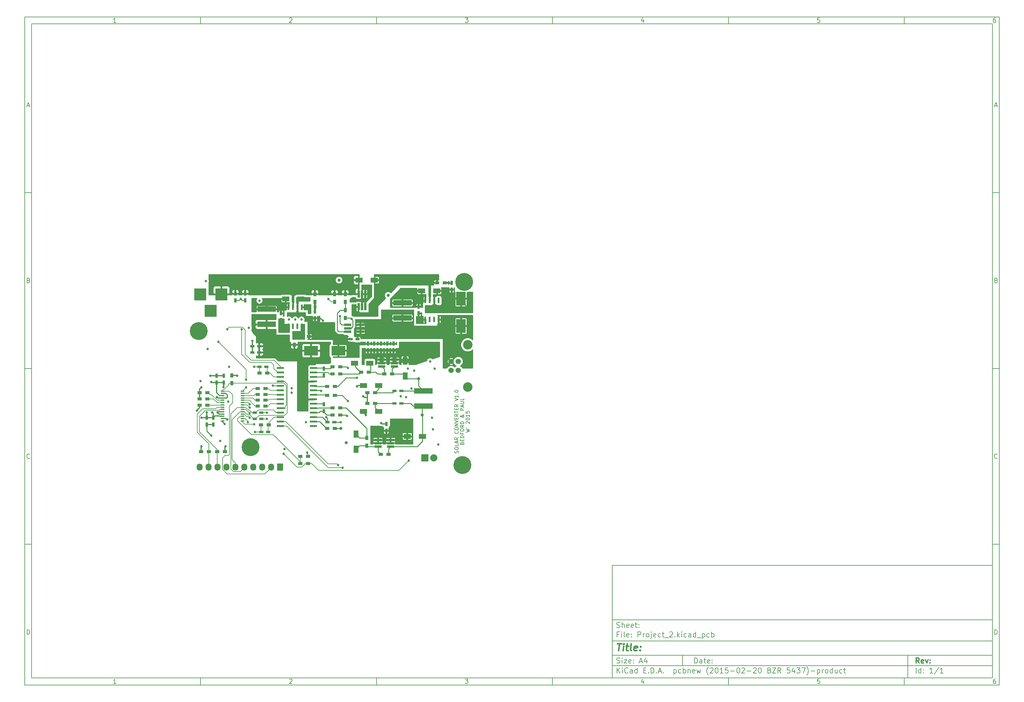
<source format=gbr>
G04 #@! TF.FileFunction,Copper,L1,Top,Signal*
%FSLAX46Y46*%
G04 Gerber Fmt 4.6, Leading zero omitted, Abs format (unit mm)*
G04 Created by KiCad (PCBNEW (2015-02-20 BZR 5437)-product) date Friday, March 13, 2015 'PMt' 12:32:41 PM*
%MOMM*%
G01*
G04 APERTURE LIST*
%ADD10C,0.100000*%
%ADD11C,0.150000*%
%ADD12C,0.300000*%
%ADD13C,0.400000*%
%ADD14C,0.152400*%
%ADD15R,1.727200X2.032000*%
%ADD16O,1.727200X2.032000*%
%ADD17C,5.080000*%
%ADD18R,1.200000X0.750000*%
%ADD19R,2.700020X4.000500*%
%ADD20C,1.524000*%
%ADD21C,2.700020*%
%ADD22R,0.600000X1.550000*%
%ADD23R,3.500120X3.500120*%
%ADD24R,2.032000X2.032000*%
%ADD25O,2.032000X2.032000*%
%ADD26R,1.998980X0.690880*%
%ADD27R,0.690880X1.998980*%
%ADD28R,4.000500X2.700020*%
%ADD29R,5.300980X1.501140*%
%ADD30R,2.000000X1.400000*%
%ADD31R,1.400000X2.000000*%
%ADD32R,1.200000X0.900000*%
%ADD33R,1.100000X0.400000*%
%ADD34R,2.000000X0.600000*%
%ADD35R,0.750000X1.200000*%
%ADD36R,0.900000X1.200000*%
%ADD37C,0.685800*%
%ADD38C,0.889000*%
%ADD39C,0.254000*%
%ADD40C,0.304800*%
G04 APERTURE END LIST*
D10*
D11*
X177002200Y-166007200D02*
X177002200Y-198007200D01*
X285002200Y-198007200D01*
X285002200Y-166007200D01*
X177002200Y-166007200D01*
D10*
D11*
X10000000Y-10000000D02*
X10000000Y-200007200D01*
X287002200Y-200007200D01*
X287002200Y-10000000D01*
X10000000Y-10000000D01*
D10*
D11*
X12000000Y-12000000D02*
X12000000Y-198007200D01*
X285002200Y-198007200D01*
X285002200Y-12000000D01*
X12000000Y-12000000D01*
D10*
D11*
X60000000Y-12000000D02*
X60000000Y-10000000D01*
D10*
D11*
X110000000Y-12000000D02*
X110000000Y-10000000D01*
D10*
D11*
X160000000Y-12000000D02*
X160000000Y-10000000D01*
D10*
D11*
X210000000Y-12000000D02*
X210000000Y-10000000D01*
D10*
D11*
X260000000Y-12000000D02*
X260000000Y-10000000D01*
D10*
D11*
X35990476Y-11588095D02*
X35247619Y-11588095D01*
X35619048Y-11588095D02*
X35619048Y-10288095D01*
X35495238Y-10473810D01*
X35371429Y-10597619D01*
X35247619Y-10659524D01*
D10*
D11*
X85247619Y-10411905D02*
X85309524Y-10350000D01*
X85433333Y-10288095D01*
X85742857Y-10288095D01*
X85866667Y-10350000D01*
X85928571Y-10411905D01*
X85990476Y-10535714D01*
X85990476Y-10659524D01*
X85928571Y-10845238D01*
X85185714Y-11588095D01*
X85990476Y-11588095D01*
D10*
D11*
X135185714Y-10288095D02*
X135990476Y-10288095D01*
X135557143Y-10783333D01*
X135742857Y-10783333D01*
X135866667Y-10845238D01*
X135928571Y-10907143D01*
X135990476Y-11030952D01*
X135990476Y-11340476D01*
X135928571Y-11464286D01*
X135866667Y-11526190D01*
X135742857Y-11588095D01*
X135371429Y-11588095D01*
X135247619Y-11526190D01*
X135185714Y-11464286D01*
D10*
D11*
X185866667Y-10721429D02*
X185866667Y-11588095D01*
X185557143Y-10226190D02*
X185247619Y-11154762D01*
X186052381Y-11154762D01*
D10*
D11*
X235928571Y-10288095D02*
X235309524Y-10288095D01*
X235247619Y-10907143D01*
X235309524Y-10845238D01*
X235433333Y-10783333D01*
X235742857Y-10783333D01*
X235866667Y-10845238D01*
X235928571Y-10907143D01*
X235990476Y-11030952D01*
X235990476Y-11340476D01*
X235928571Y-11464286D01*
X235866667Y-11526190D01*
X235742857Y-11588095D01*
X235433333Y-11588095D01*
X235309524Y-11526190D01*
X235247619Y-11464286D01*
D10*
D11*
X285866667Y-10288095D02*
X285619048Y-10288095D01*
X285495238Y-10350000D01*
X285433333Y-10411905D01*
X285309524Y-10597619D01*
X285247619Y-10845238D01*
X285247619Y-11340476D01*
X285309524Y-11464286D01*
X285371429Y-11526190D01*
X285495238Y-11588095D01*
X285742857Y-11588095D01*
X285866667Y-11526190D01*
X285928571Y-11464286D01*
X285990476Y-11340476D01*
X285990476Y-11030952D01*
X285928571Y-10907143D01*
X285866667Y-10845238D01*
X285742857Y-10783333D01*
X285495238Y-10783333D01*
X285371429Y-10845238D01*
X285309524Y-10907143D01*
X285247619Y-11030952D01*
D10*
D11*
X60000000Y-198007200D02*
X60000000Y-200007200D01*
D10*
D11*
X110000000Y-198007200D02*
X110000000Y-200007200D01*
D10*
D11*
X160000000Y-198007200D02*
X160000000Y-200007200D01*
D10*
D11*
X210000000Y-198007200D02*
X210000000Y-200007200D01*
D10*
D11*
X260000000Y-198007200D02*
X260000000Y-200007200D01*
D10*
D11*
X35990476Y-199595295D02*
X35247619Y-199595295D01*
X35619048Y-199595295D02*
X35619048Y-198295295D01*
X35495238Y-198481010D01*
X35371429Y-198604819D01*
X35247619Y-198666724D01*
D10*
D11*
X85247619Y-198419105D02*
X85309524Y-198357200D01*
X85433333Y-198295295D01*
X85742857Y-198295295D01*
X85866667Y-198357200D01*
X85928571Y-198419105D01*
X85990476Y-198542914D01*
X85990476Y-198666724D01*
X85928571Y-198852438D01*
X85185714Y-199595295D01*
X85990476Y-199595295D01*
D10*
D11*
X135185714Y-198295295D02*
X135990476Y-198295295D01*
X135557143Y-198790533D01*
X135742857Y-198790533D01*
X135866667Y-198852438D01*
X135928571Y-198914343D01*
X135990476Y-199038152D01*
X135990476Y-199347676D01*
X135928571Y-199471486D01*
X135866667Y-199533390D01*
X135742857Y-199595295D01*
X135371429Y-199595295D01*
X135247619Y-199533390D01*
X135185714Y-199471486D01*
D10*
D11*
X185866667Y-198728629D02*
X185866667Y-199595295D01*
X185557143Y-198233390D02*
X185247619Y-199161962D01*
X186052381Y-199161962D01*
D10*
D11*
X235928571Y-198295295D02*
X235309524Y-198295295D01*
X235247619Y-198914343D01*
X235309524Y-198852438D01*
X235433333Y-198790533D01*
X235742857Y-198790533D01*
X235866667Y-198852438D01*
X235928571Y-198914343D01*
X235990476Y-199038152D01*
X235990476Y-199347676D01*
X235928571Y-199471486D01*
X235866667Y-199533390D01*
X235742857Y-199595295D01*
X235433333Y-199595295D01*
X235309524Y-199533390D01*
X235247619Y-199471486D01*
D10*
D11*
X285866667Y-198295295D02*
X285619048Y-198295295D01*
X285495238Y-198357200D01*
X285433333Y-198419105D01*
X285309524Y-198604819D01*
X285247619Y-198852438D01*
X285247619Y-199347676D01*
X285309524Y-199471486D01*
X285371429Y-199533390D01*
X285495238Y-199595295D01*
X285742857Y-199595295D01*
X285866667Y-199533390D01*
X285928571Y-199471486D01*
X285990476Y-199347676D01*
X285990476Y-199038152D01*
X285928571Y-198914343D01*
X285866667Y-198852438D01*
X285742857Y-198790533D01*
X285495238Y-198790533D01*
X285371429Y-198852438D01*
X285309524Y-198914343D01*
X285247619Y-199038152D01*
D10*
D11*
X10000000Y-60000000D02*
X12000000Y-60000000D01*
D10*
D11*
X10000000Y-110000000D02*
X12000000Y-110000000D01*
D10*
D11*
X10000000Y-160000000D02*
X12000000Y-160000000D01*
D10*
D11*
X10690476Y-35216667D02*
X11309524Y-35216667D01*
X10566667Y-35588095D02*
X11000000Y-34288095D01*
X11433333Y-35588095D01*
D10*
D11*
X11092857Y-84907143D02*
X11278571Y-84969048D01*
X11340476Y-85030952D01*
X11402381Y-85154762D01*
X11402381Y-85340476D01*
X11340476Y-85464286D01*
X11278571Y-85526190D01*
X11154762Y-85588095D01*
X10659524Y-85588095D01*
X10659524Y-84288095D01*
X11092857Y-84288095D01*
X11216667Y-84350000D01*
X11278571Y-84411905D01*
X11340476Y-84535714D01*
X11340476Y-84659524D01*
X11278571Y-84783333D01*
X11216667Y-84845238D01*
X11092857Y-84907143D01*
X10659524Y-84907143D01*
D10*
D11*
X11402381Y-135464286D02*
X11340476Y-135526190D01*
X11154762Y-135588095D01*
X11030952Y-135588095D01*
X10845238Y-135526190D01*
X10721429Y-135402381D01*
X10659524Y-135278571D01*
X10597619Y-135030952D01*
X10597619Y-134845238D01*
X10659524Y-134597619D01*
X10721429Y-134473810D01*
X10845238Y-134350000D01*
X11030952Y-134288095D01*
X11154762Y-134288095D01*
X11340476Y-134350000D01*
X11402381Y-134411905D01*
D10*
D11*
X10659524Y-185588095D02*
X10659524Y-184288095D01*
X10969048Y-184288095D01*
X11154762Y-184350000D01*
X11278571Y-184473810D01*
X11340476Y-184597619D01*
X11402381Y-184845238D01*
X11402381Y-185030952D01*
X11340476Y-185278571D01*
X11278571Y-185402381D01*
X11154762Y-185526190D01*
X10969048Y-185588095D01*
X10659524Y-185588095D01*
D10*
D11*
X287002200Y-60000000D02*
X285002200Y-60000000D01*
D10*
D11*
X287002200Y-110000000D02*
X285002200Y-110000000D01*
D10*
D11*
X287002200Y-160000000D02*
X285002200Y-160000000D01*
D10*
D11*
X285692676Y-35216667D02*
X286311724Y-35216667D01*
X285568867Y-35588095D02*
X286002200Y-34288095D01*
X286435533Y-35588095D01*
D10*
D11*
X286095057Y-84907143D02*
X286280771Y-84969048D01*
X286342676Y-85030952D01*
X286404581Y-85154762D01*
X286404581Y-85340476D01*
X286342676Y-85464286D01*
X286280771Y-85526190D01*
X286156962Y-85588095D01*
X285661724Y-85588095D01*
X285661724Y-84288095D01*
X286095057Y-84288095D01*
X286218867Y-84350000D01*
X286280771Y-84411905D01*
X286342676Y-84535714D01*
X286342676Y-84659524D01*
X286280771Y-84783333D01*
X286218867Y-84845238D01*
X286095057Y-84907143D01*
X285661724Y-84907143D01*
D10*
D11*
X286404581Y-135464286D02*
X286342676Y-135526190D01*
X286156962Y-135588095D01*
X286033152Y-135588095D01*
X285847438Y-135526190D01*
X285723629Y-135402381D01*
X285661724Y-135278571D01*
X285599819Y-135030952D01*
X285599819Y-134845238D01*
X285661724Y-134597619D01*
X285723629Y-134473810D01*
X285847438Y-134350000D01*
X286033152Y-134288095D01*
X286156962Y-134288095D01*
X286342676Y-134350000D01*
X286404581Y-134411905D01*
D10*
D11*
X285661724Y-185588095D02*
X285661724Y-184288095D01*
X285971248Y-184288095D01*
X286156962Y-184350000D01*
X286280771Y-184473810D01*
X286342676Y-184597619D01*
X286404581Y-184845238D01*
X286404581Y-185030952D01*
X286342676Y-185278571D01*
X286280771Y-185402381D01*
X286156962Y-185526190D01*
X285971248Y-185588095D01*
X285661724Y-185588095D01*
D10*
D11*
X200359343Y-193785771D02*
X200359343Y-192285771D01*
X200716486Y-192285771D01*
X200930771Y-192357200D01*
X201073629Y-192500057D01*
X201145057Y-192642914D01*
X201216486Y-192928629D01*
X201216486Y-193142914D01*
X201145057Y-193428629D01*
X201073629Y-193571486D01*
X200930771Y-193714343D01*
X200716486Y-193785771D01*
X200359343Y-193785771D01*
X202502200Y-193785771D02*
X202502200Y-193000057D01*
X202430771Y-192857200D01*
X202287914Y-192785771D01*
X202002200Y-192785771D01*
X201859343Y-192857200D01*
X202502200Y-193714343D02*
X202359343Y-193785771D01*
X202002200Y-193785771D01*
X201859343Y-193714343D01*
X201787914Y-193571486D01*
X201787914Y-193428629D01*
X201859343Y-193285771D01*
X202002200Y-193214343D01*
X202359343Y-193214343D01*
X202502200Y-193142914D01*
X203002200Y-192785771D02*
X203573629Y-192785771D01*
X203216486Y-192285771D02*
X203216486Y-193571486D01*
X203287914Y-193714343D01*
X203430772Y-193785771D01*
X203573629Y-193785771D01*
X204645057Y-193714343D02*
X204502200Y-193785771D01*
X204216486Y-193785771D01*
X204073629Y-193714343D01*
X204002200Y-193571486D01*
X204002200Y-193000057D01*
X204073629Y-192857200D01*
X204216486Y-192785771D01*
X204502200Y-192785771D01*
X204645057Y-192857200D01*
X204716486Y-193000057D01*
X204716486Y-193142914D01*
X204002200Y-193285771D01*
X205359343Y-193642914D02*
X205430771Y-193714343D01*
X205359343Y-193785771D01*
X205287914Y-193714343D01*
X205359343Y-193642914D01*
X205359343Y-193785771D01*
X205359343Y-192857200D02*
X205430771Y-192928629D01*
X205359343Y-193000057D01*
X205287914Y-192928629D01*
X205359343Y-192857200D01*
X205359343Y-193000057D01*
D10*
D11*
X177002200Y-194507200D02*
X285002200Y-194507200D01*
D10*
D11*
X178359343Y-196585771D02*
X178359343Y-195085771D01*
X179216486Y-196585771D02*
X178573629Y-195728629D01*
X179216486Y-195085771D02*
X178359343Y-195942914D01*
X179859343Y-196585771D02*
X179859343Y-195585771D01*
X179859343Y-195085771D02*
X179787914Y-195157200D01*
X179859343Y-195228629D01*
X179930771Y-195157200D01*
X179859343Y-195085771D01*
X179859343Y-195228629D01*
X181430772Y-196442914D02*
X181359343Y-196514343D01*
X181145057Y-196585771D01*
X181002200Y-196585771D01*
X180787915Y-196514343D01*
X180645057Y-196371486D01*
X180573629Y-196228629D01*
X180502200Y-195942914D01*
X180502200Y-195728629D01*
X180573629Y-195442914D01*
X180645057Y-195300057D01*
X180787915Y-195157200D01*
X181002200Y-195085771D01*
X181145057Y-195085771D01*
X181359343Y-195157200D01*
X181430772Y-195228629D01*
X182716486Y-196585771D02*
X182716486Y-195800057D01*
X182645057Y-195657200D01*
X182502200Y-195585771D01*
X182216486Y-195585771D01*
X182073629Y-195657200D01*
X182716486Y-196514343D02*
X182573629Y-196585771D01*
X182216486Y-196585771D01*
X182073629Y-196514343D01*
X182002200Y-196371486D01*
X182002200Y-196228629D01*
X182073629Y-196085771D01*
X182216486Y-196014343D01*
X182573629Y-196014343D01*
X182716486Y-195942914D01*
X184073629Y-196585771D02*
X184073629Y-195085771D01*
X184073629Y-196514343D02*
X183930772Y-196585771D01*
X183645058Y-196585771D01*
X183502200Y-196514343D01*
X183430772Y-196442914D01*
X183359343Y-196300057D01*
X183359343Y-195871486D01*
X183430772Y-195728629D01*
X183502200Y-195657200D01*
X183645058Y-195585771D01*
X183930772Y-195585771D01*
X184073629Y-195657200D01*
X185930772Y-195800057D02*
X186430772Y-195800057D01*
X186645058Y-196585771D02*
X185930772Y-196585771D01*
X185930772Y-195085771D01*
X186645058Y-195085771D01*
X187287915Y-196442914D02*
X187359343Y-196514343D01*
X187287915Y-196585771D01*
X187216486Y-196514343D01*
X187287915Y-196442914D01*
X187287915Y-196585771D01*
X188002201Y-196585771D02*
X188002201Y-195085771D01*
X188359344Y-195085771D01*
X188573629Y-195157200D01*
X188716487Y-195300057D01*
X188787915Y-195442914D01*
X188859344Y-195728629D01*
X188859344Y-195942914D01*
X188787915Y-196228629D01*
X188716487Y-196371486D01*
X188573629Y-196514343D01*
X188359344Y-196585771D01*
X188002201Y-196585771D01*
X189502201Y-196442914D02*
X189573629Y-196514343D01*
X189502201Y-196585771D01*
X189430772Y-196514343D01*
X189502201Y-196442914D01*
X189502201Y-196585771D01*
X190145058Y-196157200D02*
X190859344Y-196157200D01*
X190002201Y-196585771D02*
X190502201Y-195085771D01*
X191002201Y-196585771D01*
X191502201Y-196442914D02*
X191573629Y-196514343D01*
X191502201Y-196585771D01*
X191430772Y-196514343D01*
X191502201Y-196442914D01*
X191502201Y-196585771D01*
X194502201Y-195585771D02*
X194502201Y-197085771D01*
X194502201Y-195657200D02*
X194645058Y-195585771D01*
X194930772Y-195585771D01*
X195073629Y-195657200D01*
X195145058Y-195728629D01*
X195216487Y-195871486D01*
X195216487Y-196300057D01*
X195145058Y-196442914D01*
X195073629Y-196514343D01*
X194930772Y-196585771D01*
X194645058Y-196585771D01*
X194502201Y-196514343D01*
X196502201Y-196514343D02*
X196359344Y-196585771D01*
X196073630Y-196585771D01*
X195930772Y-196514343D01*
X195859344Y-196442914D01*
X195787915Y-196300057D01*
X195787915Y-195871486D01*
X195859344Y-195728629D01*
X195930772Y-195657200D01*
X196073630Y-195585771D01*
X196359344Y-195585771D01*
X196502201Y-195657200D01*
X197145058Y-196585771D02*
X197145058Y-195085771D01*
X197145058Y-195657200D02*
X197287915Y-195585771D01*
X197573629Y-195585771D01*
X197716486Y-195657200D01*
X197787915Y-195728629D01*
X197859344Y-195871486D01*
X197859344Y-196300057D01*
X197787915Y-196442914D01*
X197716486Y-196514343D01*
X197573629Y-196585771D01*
X197287915Y-196585771D01*
X197145058Y-196514343D01*
X198502201Y-195585771D02*
X198502201Y-196585771D01*
X198502201Y-195728629D02*
X198573629Y-195657200D01*
X198716487Y-195585771D01*
X198930772Y-195585771D01*
X199073629Y-195657200D01*
X199145058Y-195800057D01*
X199145058Y-196585771D01*
X200430772Y-196514343D02*
X200287915Y-196585771D01*
X200002201Y-196585771D01*
X199859344Y-196514343D01*
X199787915Y-196371486D01*
X199787915Y-195800057D01*
X199859344Y-195657200D01*
X200002201Y-195585771D01*
X200287915Y-195585771D01*
X200430772Y-195657200D01*
X200502201Y-195800057D01*
X200502201Y-195942914D01*
X199787915Y-196085771D01*
X201002201Y-195585771D02*
X201287915Y-196585771D01*
X201573629Y-195871486D01*
X201859344Y-196585771D01*
X202145058Y-195585771D01*
X204287915Y-197157200D02*
X204216487Y-197085771D01*
X204073630Y-196871486D01*
X204002201Y-196728629D01*
X203930772Y-196514343D01*
X203859344Y-196157200D01*
X203859344Y-195871486D01*
X203930772Y-195514343D01*
X204002201Y-195300057D01*
X204073630Y-195157200D01*
X204216487Y-194942914D01*
X204287915Y-194871486D01*
X204787915Y-195228629D02*
X204859344Y-195157200D01*
X205002201Y-195085771D01*
X205359344Y-195085771D01*
X205502201Y-195157200D01*
X205573630Y-195228629D01*
X205645058Y-195371486D01*
X205645058Y-195514343D01*
X205573630Y-195728629D01*
X204716487Y-196585771D01*
X205645058Y-196585771D01*
X206573629Y-195085771D02*
X206716486Y-195085771D01*
X206859343Y-195157200D01*
X206930772Y-195228629D01*
X207002201Y-195371486D01*
X207073629Y-195657200D01*
X207073629Y-196014343D01*
X207002201Y-196300057D01*
X206930772Y-196442914D01*
X206859343Y-196514343D01*
X206716486Y-196585771D01*
X206573629Y-196585771D01*
X206430772Y-196514343D01*
X206359343Y-196442914D01*
X206287915Y-196300057D01*
X206216486Y-196014343D01*
X206216486Y-195657200D01*
X206287915Y-195371486D01*
X206359343Y-195228629D01*
X206430772Y-195157200D01*
X206573629Y-195085771D01*
X208502200Y-196585771D02*
X207645057Y-196585771D01*
X208073629Y-196585771D02*
X208073629Y-195085771D01*
X207930772Y-195300057D01*
X207787914Y-195442914D01*
X207645057Y-195514343D01*
X209859343Y-195085771D02*
X209145057Y-195085771D01*
X209073628Y-195800057D01*
X209145057Y-195728629D01*
X209287914Y-195657200D01*
X209645057Y-195657200D01*
X209787914Y-195728629D01*
X209859343Y-195800057D01*
X209930771Y-195942914D01*
X209930771Y-196300057D01*
X209859343Y-196442914D01*
X209787914Y-196514343D01*
X209645057Y-196585771D01*
X209287914Y-196585771D01*
X209145057Y-196514343D01*
X209073628Y-196442914D01*
X210573628Y-196014343D02*
X211716485Y-196014343D01*
X212716485Y-195085771D02*
X212859342Y-195085771D01*
X213002199Y-195157200D01*
X213073628Y-195228629D01*
X213145057Y-195371486D01*
X213216485Y-195657200D01*
X213216485Y-196014343D01*
X213145057Y-196300057D01*
X213073628Y-196442914D01*
X213002199Y-196514343D01*
X212859342Y-196585771D01*
X212716485Y-196585771D01*
X212573628Y-196514343D01*
X212502199Y-196442914D01*
X212430771Y-196300057D01*
X212359342Y-196014343D01*
X212359342Y-195657200D01*
X212430771Y-195371486D01*
X212502199Y-195228629D01*
X212573628Y-195157200D01*
X212716485Y-195085771D01*
X213787913Y-195228629D02*
X213859342Y-195157200D01*
X214002199Y-195085771D01*
X214359342Y-195085771D01*
X214502199Y-195157200D01*
X214573628Y-195228629D01*
X214645056Y-195371486D01*
X214645056Y-195514343D01*
X214573628Y-195728629D01*
X213716485Y-196585771D01*
X214645056Y-196585771D01*
X215287913Y-196014343D02*
X216430770Y-196014343D01*
X217073627Y-195228629D02*
X217145056Y-195157200D01*
X217287913Y-195085771D01*
X217645056Y-195085771D01*
X217787913Y-195157200D01*
X217859342Y-195228629D01*
X217930770Y-195371486D01*
X217930770Y-195514343D01*
X217859342Y-195728629D01*
X217002199Y-196585771D01*
X217930770Y-196585771D01*
X218859341Y-195085771D02*
X219002198Y-195085771D01*
X219145055Y-195157200D01*
X219216484Y-195228629D01*
X219287913Y-195371486D01*
X219359341Y-195657200D01*
X219359341Y-196014343D01*
X219287913Y-196300057D01*
X219216484Y-196442914D01*
X219145055Y-196514343D01*
X219002198Y-196585771D01*
X218859341Y-196585771D01*
X218716484Y-196514343D01*
X218645055Y-196442914D01*
X218573627Y-196300057D01*
X218502198Y-196014343D01*
X218502198Y-195657200D01*
X218573627Y-195371486D01*
X218645055Y-195228629D01*
X218716484Y-195157200D01*
X218859341Y-195085771D01*
X221645055Y-195800057D02*
X221859341Y-195871486D01*
X221930769Y-195942914D01*
X222002198Y-196085771D01*
X222002198Y-196300057D01*
X221930769Y-196442914D01*
X221859341Y-196514343D01*
X221716483Y-196585771D01*
X221145055Y-196585771D01*
X221145055Y-195085771D01*
X221645055Y-195085771D01*
X221787912Y-195157200D01*
X221859341Y-195228629D01*
X221930769Y-195371486D01*
X221930769Y-195514343D01*
X221859341Y-195657200D01*
X221787912Y-195728629D01*
X221645055Y-195800057D01*
X221145055Y-195800057D01*
X222502198Y-195085771D02*
X223502198Y-195085771D01*
X222502198Y-196585771D01*
X223502198Y-196585771D01*
X224930769Y-196585771D02*
X224430769Y-195871486D01*
X224073626Y-196585771D02*
X224073626Y-195085771D01*
X224645054Y-195085771D01*
X224787912Y-195157200D01*
X224859340Y-195228629D01*
X224930769Y-195371486D01*
X224930769Y-195585771D01*
X224859340Y-195728629D01*
X224787912Y-195800057D01*
X224645054Y-195871486D01*
X224073626Y-195871486D01*
X227430769Y-195085771D02*
X226716483Y-195085771D01*
X226645054Y-195800057D01*
X226716483Y-195728629D01*
X226859340Y-195657200D01*
X227216483Y-195657200D01*
X227359340Y-195728629D01*
X227430769Y-195800057D01*
X227502197Y-195942914D01*
X227502197Y-196300057D01*
X227430769Y-196442914D01*
X227359340Y-196514343D01*
X227216483Y-196585771D01*
X226859340Y-196585771D01*
X226716483Y-196514343D01*
X226645054Y-196442914D01*
X228787911Y-195585771D02*
X228787911Y-196585771D01*
X228430768Y-195014343D02*
X228073625Y-196085771D01*
X229002197Y-196085771D01*
X229430768Y-195085771D02*
X230359339Y-195085771D01*
X229859339Y-195657200D01*
X230073625Y-195657200D01*
X230216482Y-195728629D01*
X230287911Y-195800057D01*
X230359339Y-195942914D01*
X230359339Y-196300057D01*
X230287911Y-196442914D01*
X230216482Y-196514343D01*
X230073625Y-196585771D01*
X229645053Y-196585771D01*
X229502196Y-196514343D01*
X229430768Y-196442914D01*
X230859339Y-195085771D02*
X231859339Y-195085771D01*
X231216482Y-196585771D01*
X232287910Y-197157200D02*
X232359338Y-197085771D01*
X232502195Y-196871486D01*
X232573624Y-196728629D01*
X232645053Y-196514343D01*
X232716481Y-196157200D01*
X232716481Y-195871486D01*
X232645053Y-195514343D01*
X232573624Y-195300057D01*
X232502195Y-195157200D01*
X232359338Y-194942914D01*
X232287910Y-194871486D01*
X233430767Y-196014343D02*
X234573624Y-196014343D01*
X235287910Y-195585771D02*
X235287910Y-197085771D01*
X235287910Y-195657200D02*
X235430767Y-195585771D01*
X235716481Y-195585771D01*
X235859338Y-195657200D01*
X235930767Y-195728629D01*
X236002196Y-195871486D01*
X236002196Y-196300057D01*
X235930767Y-196442914D01*
X235859338Y-196514343D01*
X235716481Y-196585771D01*
X235430767Y-196585771D01*
X235287910Y-196514343D01*
X236645053Y-196585771D02*
X236645053Y-195585771D01*
X236645053Y-195871486D02*
X236716481Y-195728629D01*
X236787910Y-195657200D01*
X236930767Y-195585771D01*
X237073624Y-195585771D01*
X237787910Y-196585771D02*
X237645052Y-196514343D01*
X237573624Y-196442914D01*
X237502195Y-196300057D01*
X237502195Y-195871486D01*
X237573624Y-195728629D01*
X237645052Y-195657200D01*
X237787910Y-195585771D01*
X238002195Y-195585771D01*
X238145052Y-195657200D01*
X238216481Y-195728629D01*
X238287910Y-195871486D01*
X238287910Y-196300057D01*
X238216481Y-196442914D01*
X238145052Y-196514343D01*
X238002195Y-196585771D01*
X237787910Y-196585771D01*
X239573624Y-196585771D02*
X239573624Y-195085771D01*
X239573624Y-196514343D02*
X239430767Y-196585771D01*
X239145053Y-196585771D01*
X239002195Y-196514343D01*
X238930767Y-196442914D01*
X238859338Y-196300057D01*
X238859338Y-195871486D01*
X238930767Y-195728629D01*
X239002195Y-195657200D01*
X239145053Y-195585771D01*
X239430767Y-195585771D01*
X239573624Y-195657200D01*
X240930767Y-195585771D02*
X240930767Y-196585771D01*
X240287910Y-195585771D02*
X240287910Y-196371486D01*
X240359338Y-196514343D01*
X240502196Y-196585771D01*
X240716481Y-196585771D01*
X240859338Y-196514343D01*
X240930767Y-196442914D01*
X242287910Y-196514343D02*
X242145053Y-196585771D01*
X241859339Y-196585771D01*
X241716481Y-196514343D01*
X241645053Y-196442914D01*
X241573624Y-196300057D01*
X241573624Y-195871486D01*
X241645053Y-195728629D01*
X241716481Y-195657200D01*
X241859339Y-195585771D01*
X242145053Y-195585771D01*
X242287910Y-195657200D01*
X242716481Y-195585771D02*
X243287910Y-195585771D01*
X242930767Y-195085771D02*
X242930767Y-196371486D01*
X243002195Y-196514343D01*
X243145053Y-196585771D01*
X243287910Y-196585771D01*
D10*
D11*
X177002200Y-191507200D02*
X285002200Y-191507200D01*
D10*
D12*
X264216486Y-193785771D02*
X263716486Y-193071486D01*
X263359343Y-193785771D02*
X263359343Y-192285771D01*
X263930771Y-192285771D01*
X264073629Y-192357200D01*
X264145057Y-192428629D01*
X264216486Y-192571486D01*
X264216486Y-192785771D01*
X264145057Y-192928629D01*
X264073629Y-193000057D01*
X263930771Y-193071486D01*
X263359343Y-193071486D01*
X265430771Y-193714343D02*
X265287914Y-193785771D01*
X265002200Y-193785771D01*
X264859343Y-193714343D01*
X264787914Y-193571486D01*
X264787914Y-193000057D01*
X264859343Y-192857200D01*
X265002200Y-192785771D01*
X265287914Y-192785771D01*
X265430771Y-192857200D01*
X265502200Y-193000057D01*
X265502200Y-193142914D01*
X264787914Y-193285771D01*
X266002200Y-192785771D02*
X266359343Y-193785771D01*
X266716485Y-192785771D01*
X267287914Y-193642914D02*
X267359342Y-193714343D01*
X267287914Y-193785771D01*
X267216485Y-193714343D01*
X267287914Y-193642914D01*
X267287914Y-193785771D01*
X267287914Y-192857200D02*
X267359342Y-192928629D01*
X267287914Y-193000057D01*
X267216485Y-192928629D01*
X267287914Y-192857200D01*
X267287914Y-193000057D01*
D10*
D11*
X178287914Y-193714343D02*
X178502200Y-193785771D01*
X178859343Y-193785771D01*
X179002200Y-193714343D01*
X179073629Y-193642914D01*
X179145057Y-193500057D01*
X179145057Y-193357200D01*
X179073629Y-193214343D01*
X179002200Y-193142914D01*
X178859343Y-193071486D01*
X178573629Y-193000057D01*
X178430771Y-192928629D01*
X178359343Y-192857200D01*
X178287914Y-192714343D01*
X178287914Y-192571486D01*
X178359343Y-192428629D01*
X178430771Y-192357200D01*
X178573629Y-192285771D01*
X178930771Y-192285771D01*
X179145057Y-192357200D01*
X179787914Y-193785771D02*
X179787914Y-192785771D01*
X179787914Y-192285771D02*
X179716485Y-192357200D01*
X179787914Y-192428629D01*
X179859342Y-192357200D01*
X179787914Y-192285771D01*
X179787914Y-192428629D01*
X180359343Y-192785771D02*
X181145057Y-192785771D01*
X180359343Y-193785771D01*
X181145057Y-193785771D01*
X182287914Y-193714343D02*
X182145057Y-193785771D01*
X181859343Y-193785771D01*
X181716486Y-193714343D01*
X181645057Y-193571486D01*
X181645057Y-193000057D01*
X181716486Y-192857200D01*
X181859343Y-192785771D01*
X182145057Y-192785771D01*
X182287914Y-192857200D01*
X182359343Y-193000057D01*
X182359343Y-193142914D01*
X181645057Y-193285771D01*
X183002200Y-193642914D02*
X183073628Y-193714343D01*
X183002200Y-193785771D01*
X182930771Y-193714343D01*
X183002200Y-193642914D01*
X183002200Y-193785771D01*
X183002200Y-192857200D02*
X183073628Y-192928629D01*
X183002200Y-193000057D01*
X182930771Y-192928629D01*
X183002200Y-192857200D01*
X183002200Y-193000057D01*
X184787914Y-193357200D02*
X185502200Y-193357200D01*
X184645057Y-193785771D02*
X185145057Y-192285771D01*
X185645057Y-193785771D01*
X186787914Y-192785771D02*
X186787914Y-193785771D01*
X186430771Y-192214343D02*
X186073628Y-193285771D01*
X187002200Y-193285771D01*
D10*
D11*
X263359343Y-196585771D02*
X263359343Y-195085771D01*
X264716486Y-196585771D02*
X264716486Y-195085771D01*
X264716486Y-196514343D02*
X264573629Y-196585771D01*
X264287915Y-196585771D01*
X264145057Y-196514343D01*
X264073629Y-196442914D01*
X264002200Y-196300057D01*
X264002200Y-195871486D01*
X264073629Y-195728629D01*
X264145057Y-195657200D01*
X264287915Y-195585771D01*
X264573629Y-195585771D01*
X264716486Y-195657200D01*
X265430772Y-196442914D02*
X265502200Y-196514343D01*
X265430772Y-196585771D01*
X265359343Y-196514343D01*
X265430772Y-196442914D01*
X265430772Y-196585771D01*
X265430772Y-195657200D02*
X265502200Y-195728629D01*
X265430772Y-195800057D01*
X265359343Y-195728629D01*
X265430772Y-195657200D01*
X265430772Y-195800057D01*
X268073629Y-196585771D02*
X267216486Y-196585771D01*
X267645058Y-196585771D02*
X267645058Y-195085771D01*
X267502201Y-195300057D01*
X267359343Y-195442914D01*
X267216486Y-195514343D01*
X269787914Y-195014343D02*
X268502200Y-196942914D01*
X271073629Y-196585771D02*
X270216486Y-196585771D01*
X270645058Y-196585771D02*
X270645058Y-195085771D01*
X270502201Y-195300057D01*
X270359343Y-195442914D01*
X270216486Y-195514343D01*
D10*
D11*
X177002200Y-187507200D02*
X285002200Y-187507200D01*
D10*
D13*
X178454581Y-188211962D02*
X179597438Y-188211962D01*
X178776010Y-190211962D02*
X179026010Y-188211962D01*
X180014105Y-190211962D02*
X180180771Y-188878629D01*
X180264105Y-188211962D02*
X180156962Y-188307200D01*
X180240295Y-188402438D01*
X180347439Y-188307200D01*
X180264105Y-188211962D01*
X180240295Y-188402438D01*
X180847438Y-188878629D02*
X181609343Y-188878629D01*
X181216486Y-188211962D02*
X181002200Y-189926248D01*
X181073630Y-190116724D01*
X181252201Y-190211962D01*
X181442677Y-190211962D01*
X182395058Y-190211962D02*
X182216487Y-190116724D01*
X182145057Y-189926248D01*
X182359343Y-188211962D01*
X183930772Y-190116724D02*
X183728391Y-190211962D01*
X183347439Y-190211962D01*
X183168867Y-190116724D01*
X183097438Y-189926248D01*
X183192676Y-189164343D01*
X183311724Y-188973867D01*
X183514105Y-188878629D01*
X183895057Y-188878629D01*
X184073629Y-188973867D01*
X184145057Y-189164343D01*
X184121248Y-189354819D01*
X183145057Y-189545295D01*
X184895057Y-190021486D02*
X184978392Y-190116724D01*
X184871248Y-190211962D01*
X184787915Y-190116724D01*
X184895057Y-190021486D01*
X184871248Y-190211962D01*
X185026010Y-188973867D02*
X185109344Y-189069105D01*
X185002200Y-189164343D01*
X184918867Y-189069105D01*
X185026010Y-188973867D01*
X185002200Y-189164343D01*
D10*
D11*
X178859343Y-185600057D02*
X178359343Y-185600057D01*
X178359343Y-186385771D02*
X178359343Y-184885771D01*
X179073629Y-184885771D01*
X179645057Y-186385771D02*
X179645057Y-185385771D01*
X179645057Y-184885771D02*
X179573628Y-184957200D01*
X179645057Y-185028629D01*
X179716485Y-184957200D01*
X179645057Y-184885771D01*
X179645057Y-185028629D01*
X180573629Y-186385771D02*
X180430771Y-186314343D01*
X180359343Y-186171486D01*
X180359343Y-184885771D01*
X181716485Y-186314343D02*
X181573628Y-186385771D01*
X181287914Y-186385771D01*
X181145057Y-186314343D01*
X181073628Y-186171486D01*
X181073628Y-185600057D01*
X181145057Y-185457200D01*
X181287914Y-185385771D01*
X181573628Y-185385771D01*
X181716485Y-185457200D01*
X181787914Y-185600057D01*
X181787914Y-185742914D01*
X181073628Y-185885771D01*
X182430771Y-186242914D02*
X182502199Y-186314343D01*
X182430771Y-186385771D01*
X182359342Y-186314343D01*
X182430771Y-186242914D01*
X182430771Y-186385771D01*
X182430771Y-185457200D02*
X182502199Y-185528629D01*
X182430771Y-185600057D01*
X182359342Y-185528629D01*
X182430771Y-185457200D01*
X182430771Y-185600057D01*
X184287914Y-186385771D02*
X184287914Y-184885771D01*
X184859342Y-184885771D01*
X185002200Y-184957200D01*
X185073628Y-185028629D01*
X185145057Y-185171486D01*
X185145057Y-185385771D01*
X185073628Y-185528629D01*
X185002200Y-185600057D01*
X184859342Y-185671486D01*
X184287914Y-185671486D01*
X185787914Y-186385771D02*
X185787914Y-185385771D01*
X185787914Y-185671486D02*
X185859342Y-185528629D01*
X185930771Y-185457200D01*
X186073628Y-185385771D01*
X186216485Y-185385771D01*
X186930771Y-186385771D02*
X186787913Y-186314343D01*
X186716485Y-186242914D01*
X186645056Y-186100057D01*
X186645056Y-185671486D01*
X186716485Y-185528629D01*
X186787913Y-185457200D01*
X186930771Y-185385771D01*
X187145056Y-185385771D01*
X187287913Y-185457200D01*
X187359342Y-185528629D01*
X187430771Y-185671486D01*
X187430771Y-186100057D01*
X187359342Y-186242914D01*
X187287913Y-186314343D01*
X187145056Y-186385771D01*
X186930771Y-186385771D01*
X188073628Y-185385771D02*
X188073628Y-186671486D01*
X188002199Y-186814343D01*
X187859342Y-186885771D01*
X187787914Y-186885771D01*
X188073628Y-184885771D02*
X188002199Y-184957200D01*
X188073628Y-185028629D01*
X188145056Y-184957200D01*
X188073628Y-184885771D01*
X188073628Y-185028629D01*
X189359342Y-186314343D02*
X189216485Y-186385771D01*
X188930771Y-186385771D01*
X188787914Y-186314343D01*
X188716485Y-186171486D01*
X188716485Y-185600057D01*
X188787914Y-185457200D01*
X188930771Y-185385771D01*
X189216485Y-185385771D01*
X189359342Y-185457200D01*
X189430771Y-185600057D01*
X189430771Y-185742914D01*
X188716485Y-185885771D01*
X190716485Y-186314343D02*
X190573628Y-186385771D01*
X190287914Y-186385771D01*
X190145056Y-186314343D01*
X190073628Y-186242914D01*
X190002199Y-186100057D01*
X190002199Y-185671486D01*
X190073628Y-185528629D01*
X190145056Y-185457200D01*
X190287914Y-185385771D01*
X190573628Y-185385771D01*
X190716485Y-185457200D01*
X191145056Y-185385771D02*
X191716485Y-185385771D01*
X191359342Y-184885771D02*
X191359342Y-186171486D01*
X191430770Y-186314343D01*
X191573628Y-186385771D01*
X191716485Y-186385771D01*
X191859342Y-186528629D02*
X193002199Y-186528629D01*
X193287913Y-185028629D02*
X193359342Y-184957200D01*
X193502199Y-184885771D01*
X193859342Y-184885771D01*
X194002199Y-184957200D01*
X194073628Y-185028629D01*
X194145056Y-185171486D01*
X194145056Y-185314343D01*
X194073628Y-185528629D01*
X193216485Y-186385771D01*
X194145056Y-186385771D01*
X194787913Y-186242914D02*
X194859341Y-186314343D01*
X194787913Y-186385771D01*
X194716484Y-186314343D01*
X194787913Y-186242914D01*
X194787913Y-186385771D01*
X195502199Y-186385771D02*
X195502199Y-184885771D01*
X195645056Y-185814343D02*
X196073627Y-186385771D01*
X196073627Y-185385771D02*
X195502199Y-185957200D01*
X196716485Y-186385771D02*
X196716485Y-185385771D01*
X196716485Y-184885771D02*
X196645056Y-184957200D01*
X196716485Y-185028629D01*
X196787913Y-184957200D01*
X196716485Y-184885771D01*
X196716485Y-185028629D01*
X198073628Y-186314343D02*
X197930771Y-186385771D01*
X197645057Y-186385771D01*
X197502199Y-186314343D01*
X197430771Y-186242914D01*
X197359342Y-186100057D01*
X197359342Y-185671486D01*
X197430771Y-185528629D01*
X197502199Y-185457200D01*
X197645057Y-185385771D01*
X197930771Y-185385771D01*
X198073628Y-185457200D01*
X199359342Y-186385771D02*
X199359342Y-185600057D01*
X199287913Y-185457200D01*
X199145056Y-185385771D01*
X198859342Y-185385771D01*
X198716485Y-185457200D01*
X199359342Y-186314343D02*
X199216485Y-186385771D01*
X198859342Y-186385771D01*
X198716485Y-186314343D01*
X198645056Y-186171486D01*
X198645056Y-186028629D01*
X198716485Y-185885771D01*
X198859342Y-185814343D01*
X199216485Y-185814343D01*
X199359342Y-185742914D01*
X200716485Y-186385771D02*
X200716485Y-184885771D01*
X200716485Y-186314343D02*
X200573628Y-186385771D01*
X200287914Y-186385771D01*
X200145056Y-186314343D01*
X200073628Y-186242914D01*
X200002199Y-186100057D01*
X200002199Y-185671486D01*
X200073628Y-185528629D01*
X200145056Y-185457200D01*
X200287914Y-185385771D01*
X200573628Y-185385771D01*
X200716485Y-185457200D01*
X201073628Y-186528629D02*
X202216485Y-186528629D01*
X202573628Y-185385771D02*
X202573628Y-186885771D01*
X202573628Y-185457200D02*
X202716485Y-185385771D01*
X203002199Y-185385771D01*
X203145056Y-185457200D01*
X203216485Y-185528629D01*
X203287914Y-185671486D01*
X203287914Y-186100057D01*
X203216485Y-186242914D01*
X203145056Y-186314343D01*
X203002199Y-186385771D01*
X202716485Y-186385771D01*
X202573628Y-186314343D01*
X204573628Y-186314343D02*
X204430771Y-186385771D01*
X204145057Y-186385771D01*
X204002199Y-186314343D01*
X203930771Y-186242914D01*
X203859342Y-186100057D01*
X203859342Y-185671486D01*
X203930771Y-185528629D01*
X204002199Y-185457200D01*
X204145057Y-185385771D01*
X204430771Y-185385771D01*
X204573628Y-185457200D01*
X205216485Y-186385771D02*
X205216485Y-184885771D01*
X205216485Y-185457200D02*
X205359342Y-185385771D01*
X205645056Y-185385771D01*
X205787913Y-185457200D01*
X205859342Y-185528629D01*
X205930771Y-185671486D01*
X205930771Y-186100057D01*
X205859342Y-186242914D01*
X205787913Y-186314343D01*
X205645056Y-186385771D01*
X205359342Y-186385771D01*
X205216485Y-186314343D01*
D10*
D11*
X177002200Y-181507200D02*
X285002200Y-181507200D01*
D10*
D11*
X178287914Y-183614343D02*
X178502200Y-183685771D01*
X178859343Y-183685771D01*
X179002200Y-183614343D01*
X179073629Y-183542914D01*
X179145057Y-183400057D01*
X179145057Y-183257200D01*
X179073629Y-183114343D01*
X179002200Y-183042914D01*
X178859343Y-182971486D01*
X178573629Y-182900057D01*
X178430771Y-182828629D01*
X178359343Y-182757200D01*
X178287914Y-182614343D01*
X178287914Y-182471486D01*
X178359343Y-182328629D01*
X178430771Y-182257200D01*
X178573629Y-182185771D01*
X178930771Y-182185771D01*
X179145057Y-182257200D01*
X179787914Y-183685771D02*
X179787914Y-182185771D01*
X180430771Y-183685771D02*
X180430771Y-182900057D01*
X180359342Y-182757200D01*
X180216485Y-182685771D01*
X180002200Y-182685771D01*
X179859342Y-182757200D01*
X179787914Y-182828629D01*
X181716485Y-183614343D02*
X181573628Y-183685771D01*
X181287914Y-183685771D01*
X181145057Y-183614343D01*
X181073628Y-183471486D01*
X181073628Y-182900057D01*
X181145057Y-182757200D01*
X181287914Y-182685771D01*
X181573628Y-182685771D01*
X181716485Y-182757200D01*
X181787914Y-182900057D01*
X181787914Y-183042914D01*
X181073628Y-183185771D01*
X183002199Y-183614343D02*
X182859342Y-183685771D01*
X182573628Y-183685771D01*
X182430771Y-183614343D01*
X182359342Y-183471486D01*
X182359342Y-182900057D01*
X182430771Y-182757200D01*
X182573628Y-182685771D01*
X182859342Y-182685771D01*
X183002199Y-182757200D01*
X183073628Y-182900057D01*
X183073628Y-183042914D01*
X182359342Y-183185771D01*
X183502199Y-182685771D02*
X184073628Y-182685771D01*
X183716485Y-182185771D02*
X183716485Y-183471486D01*
X183787913Y-183614343D01*
X183930771Y-183685771D01*
X184073628Y-183685771D01*
X184573628Y-183542914D02*
X184645056Y-183614343D01*
X184573628Y-183685771D01*
X184502199Y-183614343D01*
X184573628Y-183542914D01*
X184573628Y-183685771D01*
X184573628Y-182757200D02*
X184645056Y-182828629D01*
X184573628Y-182900057D01*
X184502199Y-182828629D01*
X184573628Y-182757200D01*
X184573628Y-182900057D01*
D10*
D11*
X197002200Y-191507200D02*
X197002200Y-194507200D01*
D10*
D11*
X261002200Y-191507200D02*
X261002200Y-198007200D01*
D14*
X133202438Y-134021285D02*
X133250819Y-133876142D01*
X133250819Y-133634238D01*
X133202438Y-133537476D01*
X133154057Y-133489095D01*
X133057295Y-133440714D01*
X132960533Y-133440714D01*
X132863771Y-133489095D01*
X132815390Y-133537476D01*
X132767010Y-133634238D01*
X132718629Y-133827761D01*
X132670248Y-133924523D01*
X132621867Y-133972904D01*
X132525105Y-134021285D01*
X132428343Y-134021285D01*
X132331581Y-133972904D01*
X132283200Y-133924523D01*
X132234819Y-133827761D01*
X132234819Y-133585857D01*
X132283200Y-133440714D01*
X132234819Y-132811761D02*
X132234819Y-132618238D01*
X132283200Y-132521476D01*
X132379962Y-132424714D01*
X132573486Y-132376333D01*
X132912152Y-132376333D01*
X133105676Y-132424714D01*
X133202438Y-132521476D01*
X133250819Y-132618238D01*
X133250819Y-132811761D01*
X133202438Y-132908523D01*
X133105676Y-133005285D01*
X132912152Y-133053666D01*
X132573486Y-133053666D01*
X132379962Y-133005285D01*
X132283200Y-132908523D01*
X132234819Y-132811761D01*
X133250819Y-131457095D02*
X133250819Y-131940904D01*
X132234819Y-131940904D01*
X132960533Y-131166809D02*
X132960533Y-130683000D01*
X133250819Y-131263571D02*
X132234819Y-130924904D01*
X133250819Y-130586238D01*
X133250819Y-129667000D02*
X132767010Y-130005666D01*
X133250819Y-130247571D02*
X132234819Y-130247571D01*
X132234819Y-129860524D01*
X132283200Y-129763762D01*
X132331581Y-129715381D01*
X132428343Y-129667000D01*
X132573486Y-129667000D01*
X132670248Y-129715381D01*
X132718629Y-129763762D01*
X132767010Y-129860524D01*
X132767010Y-130247571D01*
X133154057Y-127876905D02*
X133202438Y-127925286D01*
X133250819Y-128070429D01*
X133250819Y-128167191D01*
X133202438Y-128312333D01*
X133105676Y-128409095D01*
X133008914Y-128457476D01*
X132815390Y-128505857D01*
X132670248Y-128505857D01*
X132476724Y-128457476D01*
X132379962Y-128409095D01*
X132283200Y-128312333D01*
X132234819Y-128167191D01*
X132234819Y-128070429D01*
X132283200Y-127925286D01*
X132331581Y-127876905D01*
X132234819Y-127247952D02*
X132234819Y-127054429D01*
X132283200Y-126957667D01*
X132379962Y-126860905D01*
X132573486Y-126812524D01*
X132912152Y-126812524D01*
X133105676Y-126860905D01*
X133202438Y-126957667D01*
X133250819Y-127054429D01*
X133250819Y-127247952D01*
X133202438Y-127344714D01*
X133105676Y-127441476D01*
X132912152Y-127489857D01*
X132573486Y-127489857D01*
X132379962Y-127441476D01*
X132283200Y-127344714D01*
X132234819Y-127247952D01*
X133250819Y-126377095D02*
X132234819Y-126377095D01*
X133250819Y-125796524D01*
X132234819Y-125796524D01*
X132234819Y-125457857D02*
X133250819Y-125119190D01*
X132234819Y-124780524D01*
X132718629Y-124441857D02*
X132718629Y-124103191D01*
X133250819Y-123958048D02*
X133250819Y-124441857D01*
X132234819Y-124441857D01*
X132234819Y-123958048D01*
X133250819Y-122942048D02*
X132767010Y-123280714D01*
X133250819Y-123522619D02*
X132234819Y-123522619D01*
X132234819Y-123135572D01*
X132283200Y-123038810D01*
X132331581Y-122990429D01*
X132428343Y-122942048D01*
X132573486Y-122942048D01*
X132670248Y-122990429D01*
X132718629Y-123038810D01*
X132767010Y-123135572D01*
X132767010Y-123522619D01*
X132234819Y-122651762D02*
X132234819Y-122071191D01*
X133250819Y-122361476D02*
X132234819Y-122361476D01*
X132718629Y-121732524D02*
X132718629Y-121393858D01*
X133250819Y-121248715D02*
X133250819Y-121732524D01*
X132234819Y-121732524D01*
X132234819Y-121248715D01*
X133250819Y-120232715D02*
X132767010Y-120571381D01*
X133250819Y-120813286D02*
X132234819Y-120813286D01*
X132234819Y-120426239D01*
X132283200Y-120329477D01*
X132331581Y-120281096D01*
X132428343Y-120232715D01*
X132573486Y-120232715D01*
X132670248Y-120281096D01*
X132718629Y-120329477D01*
X132767010Y-120426239D01*
X132767010Y-120813286D01*
X132234819Y-119168334D02*
X133250819Y-118829667D01*
X132234819Y-118491001D01*
X133250819Y-117620144D02*
X133250819Y-118200715D01*
X133250819Y-117910429D02*
X132234819Y-117910429D01*
X132379962Y-118007191D01*
X132476724Y-118103953D01*
X132525105Y-118200715D01*
X133154057Y-117184715D02*
X133202438Y-117136334D01*
X133250819Y-117184715D01*
X133202438Y-117233096D01*
X133154057Y-117184715D01*
X133250819Y-117184715D01*
X132234819Y-116507381D02*
X132234819Y-116410620D01*
X132283200Y-116313858D01*
X132331581Y-116265477D01*
X132428343Y-116217096D01*
X132621867Y-116168715D01*
X132863771Y-116168715D01*
X133057295Y-116217096D01*
X133154057Y-116265477D01*
X133202438Y-116313858D01*
X133250819Y-116410620D01*
X133250819Y-116507381D01*
X133202438Y-116604143D01*
X133154057Y-116652524D01*
X133057295Y-116700905D01*
X132863771Y-116749286D01*
X132621867Y-116749286D01*
X132428343Y-116700905D01*
X132331581Y-116652524D01*
X132283200Y-116604143D01*
X132234819Y-116507381D01*
X134293429Y-131263571D02*
X134341810Y-131118428D01*
X134390190Y-131070047D01*
X134486952Y-131021666D01*
X134632095Y-131021666D01*
X134728857Y-131070047D01*
X134777238Y-131118428D01*
X134825619Y-131215190D01*
X134825619Y-131602237D01*
X133809619Y-131602237D01*
X133809619Y-131263571D01*
X133858000Y-131166809D01*
X133906381Y-131118428D01*
X134003143Y-131070047D01*
X134099905Y-131070047D01*
X134196667Y-131118428D01*
X134245048Y-131166809D01*
X134293429Y-131263571D01*
X134293429Y-131602237D01*
X134293429Y-130586237D02*
X134293429Y-130247571D01*
X134825619Y-130102428D02*
X134825619Y-130586237D01*
X133809619Y-130586237D01*
X133809619Y-130102428D01*
X134825619Y-129666999D02*
X133809619Y-129666999D01*
X133809619Y-129425094D01*
X133858000Y-129279952D01*
X133954762Y-129183190D01*
X134051524Y-129134809D01*
X134245048Y-129086428D01*
X134390190Y-129086428D01*
X134583714Y-129134809D01*
X134680476Y-129183190D01*
X134777238Y-129279952D01*
X134825619Y-129425094D01*
X134825619Y-129666999D01*
X134293429Y-128312333D02*
X134293429Y-128650999D01*
X134825619Y-128650999D02*
X133809619Y-128650999D01*
X133809619Y-128167190D01*
X133809619Y-127586618D02*
X133809619Y-127393095D01*
X133858000Y-127296333D01*
X133954762Y-127199571D01*
X134148286Y-127151190D01*
X134486952Y-127151190D01*
X134680476Y-127199571D01*
X134777238Y-127296333D01*
X134825619Y-127393095D01*
X134825619Y-127586618D01*
X134777238Y-127683380D01*
X134680476Y-127780142D01*
X134486952Y-127828523D01*
X134148286Y-127828523D01*
X133954762Y-127780142D01*
X133858000Y-127683380D01*
X133809619Y-127586618D01*
X134825619Y-126135190D02*
X134341810Y-126473856D01*
X134825619Y-126715761D02*
X133809619Y-126715761D01*
X133809619Y-126328714D01*
X133858000Y-126231952D01*
X133906381Y-126183571D01*
X134003143Y-126135190D01*
X134148286Y-126135190D01*
X134245048Y-126183571D01*
X134293429Y-126231952D01*
X134341810Y-126328714D01*
X134341810Y-126715761D01*
X134825619Y-125699761D02*
X133809619Y-125699761D01*
X133809619Y-125457856D01*
X133858000Y-125312714D01*
X133954762Y-125215952D01*
X134051524Y-125167571D01*
X134245048Y-125119190D01*
X134390190Y-125119190D01*
X134583714Y-125167571D01*
X134680476Y-125215952D01*
X134777238Y-125312714D01*
X134825619Y-125457856D01*
X134825619Y-125699761D01*
X134825619Y-123087190D02*
X134825619Y-123135571D01*
X134777238Y-123232333D01*
X134632095Y-123377476D01*
X134341810Y-123619381D01*
X134196667Y-123716142D01*
X134051524Y-123764523D01*
X133954762Y-123764523D01*
X133858000Y-123716142D01*
X133809619Y-123619381D01*
X133809619Y-123571000D01*
X133858000Y-123474238D01*
X133954762Y-123425857D01*
X134003143Y-123425857D01*
X134099905Y-123474238D01*
X134148286Y-123522619D01*
X134341810Y-123812904D01*
X134390190Y-123861285D01*
X134486952Y-123909666D01*
X134632095Y-123909666D01*
X134728857Y-123861285D01*
X134777238Y-123812904D01*
X134825619Y-123716142D01*
X134825619Y-123571000D01*
X134777238Y-123474238D01*
X134728857Y-123425857D01*
X134535333Y-123280714D01*
X134390190Y-123232333D01*
X134293429Y-123232333D01*
X134825619Y-121877666D02*
X133809619Y-121877666D01*
X133809619Y-121490619D01*
X133858000Y-121393857D01*
X133906381Y-121345476D01*
X134003143Y-121297095D01*
X134148286Y-121297095D01*
X134245048Y-121345476D01*
X134293429Y-121393857D01*
X134341810Y-121490619D01*
X134341810Y-121877666D01*
X134535333Y-120910047D02*
X134535333Y-120426238D01*
X134825619Y-121006809D02*
X133809619Y-120668142D01*
X134825619Y-120329476D01*
X133809619Y-119990809D02*
X134632095Y-119990809D01*
X134728857Y-119942428D01*
X134777238Y-119894047D01*
X134825619Y-119797285D01*
X134825619Y-119603762D01*
X134777238Y-119507000D01*
X134728857Y-119458619D01*
X134632095Y-119410238D01*
X133809619Y-119410238D01*
X134825619Y-118442619D02*
X134825619Y-118926428D01*
X133809619Y-118926428D01*
X135384419Y-128094619D02*
X136400419Y-127852714D01*
X135674705Y-127659191D01*
X136400419Y-127465667D01*
X135384419Y-127223762D01*
X135384419Y-126788333D02*
X135577943Y-126885095D01*
X135481181Y-125627190D02*
X135432800Y-125578809D01*
X135384419Y-125482047D01*
X135384419Y-125240143D01*
X135432800Y-125143381D01*
X135481181Y-125095000D01*
X135577943Y-125046619D01*
X135674705Y-125046619D01*
X135819848Y-125095000D01*
X136400419Y-125675571D01*
X136400419Y-125046619D01*
X135384419Y-124417666D02*
X135384419Y-124320905D01*
X135432800Y-124224143D01*
X135481181Y-124175762D01*
X135577943Y-124127381D01*
X135771467Y-124079000D01*
X136013371Y-124079000D01*
X136206895Y-124127381D01*
X136303657Y-124175762D01*
X136352038Y-124224143D01*
X136400419Y-124320905D01*
X136400419Y-124417666D01*
X136352038Y-124514428D01*
X136303657Y-124562809D01*
X136206895Y-124611190D01*
X136013371Y-124659571D01*
X135771467Y-124659571D01*
X135577943Y-124611190D01*
X135481181Y-124562809D01*
X135432800Y-124514428D01*
X135384419Y-124417666D01*
X136400419Y-123111381D02*
X136400419Y-123691952D01*
X136400419Y-123401666D02*
X135384419Y-123401666D01*
X135529562Y-123498428D01*
X135626324Y-123595190D01*
X135674705Y-123691952D01*
X135384419Y-122192143D02*
X135384419Y-122675952D01*
X135868229Y-122724333D01*
X135819848Y-122675952D01*
X135771467Y-122579190D01*
X135771467Y-122337286D01*
X135819848Y-122240524D01*
X135868229Y-122192143D01*
X135964990Y-122143762D01*
X136206895Y-122143762D01*
X136303657Y-122192143D01*
X136352038Y-122240524D01*
X136400419Y-122337286D01*
X136400419Y-122579190D01*
X136352038Y-122675952D01*
X136303657Y-122724333D01*
D15*
X82550000Y-138049000D03*
D16*
X80010000Y-138049000D03*
X77470000Y-138049000D03*
X74930000Y-138049000D03*
X72390000Y-138049000D03*
X69850000Y-138049000D03*
X67310000Y-138049000D03*
X64770000Y-138049000D03*
X62230000Y-138049000D03*
X59690000Y-138049000D03*
D17*
X74168000Y-132334000D03*
X59436000Y-99314000D03*
D18*
X75377000Y-122555000D03*
X77277000Y-122555000D03*
D17*
X134366000Y-137414000D03*
D19*
X133985000Y-90091260D03*
X133985000Y-97868740D03*
D20*
X131191000Y-107950000D03*
X131191000Y-110490000D03*
X133189980Y-110490000D03*
X133189980Y-107950000D03*
D21*
X135890000Y-103220520D03*
X135890000Y-115219480D03*
D22*
X84963000Y-97950000D03*
X86233000Y-97950000D03*
X87503000Y-97950000D03*
X88773000Y-97950000D03*
X88773000Y-92550000D03*
X87503000Y-92550000D03*
X86233000Y-92550000D03*
X84963000Y-92550000D03*
X123825000Y-96045000D03*
X125095000Y-96045000D03*
X126365000Y-96045000D03*
X127635000Y-96045000D03*
X127635000Y-90645000D03*
X126365000Y-90645000D03*
X125095000Y-90645000D03*
X123825000Y-90645000D03*
D23*
X65890140Y-88900000D03*
X59890660Y-88900000D03*
X62890400Y-93599000D03*
D24*
X123698000Y-135382000D03*
D25*
X126238000Y-135382000D03*
D26*
X111483140Y-107508040D03*
X111483140Y-108458000D03*
X111483140Y-109407960D03*
X115084860Y-109407960D03*
X115084860Y-108458000D03*
X115084860Y-107508040D03*
X110413396Y-130302146D03*
X110413396Y-131252106D03*
X110413396Y-132202066D03*
X114015116Y-132202066D03*
X114015116Y-131252106D03*
X114015116Y-130302146D03*
D27*
X106804460Y-88813640D03*
X105854500Y-88813640D03*
X104904540Y-88813640D03*
X104904540Y-92415360D03*
X105854500Y-92415360D03*
X106804460Y-92415360D03*
D28*
X99138740Y-104902000D03*
X91361260Y-104902000D03*
D29*
X78740000Y-93091000D03*
X78740000Y-97409000D03*
X117348000Y-91313000D03*
X117348000Y-95631000D03*
D26*
X101831140Y-97602040D03*
X101831140Y-98552000D03*
X101831140Y-99501960D03*
X105432860Y-99501960D03*
X105432860Y-97602040D03*
D30*
X88540000Y-90170000D03*
X84180000Y-90170000D03*
X108098000Y-108458000D03*
X103738000Y-108458000D03*
D31*
X118110000Y-112162000D03*
X118110000Y-107802000D03*
D30*
X110638000Y-114808000D03*
X106278000Y-114808000D03*
X110638000Y-122174000D03*
X106278000Y-122174000D03*
X123084000Y-129286000D03*
X118724000Y-129286000D03*
D31*
X104140000Y-132990000D03*
X104140000Y-128630000D03*
D30*
X105008000Y-84836000D03*
X109368000Y-84836000D03*
X127148000Y-87884000D03*
X122788000Y-87884000D03*
D32*
X76243000Y-118999000D03*
X78443000Y-118999000D03*
X76243000Y-117348000D03*
X78443000Y-117348000D03*
X76243000Y-115697000D03*
X78443000Y-115697000D03*
X95928000Y-115062000D03*
X98128000Y-115062000D03*
X97452000Y-111506000D03*
X99652000Y-111506000D03*
X97452000Y-109474000D03*
X99652000Y-109474000D03*
X97452000Y-123190000D03*
X99652000Y-123190000D03*
X97452000Y-121158000D03*
X99652000Y-121158000D03*
X95928000Y-117602000D03*
X98128000Y-117602000D03*
D33*
X66238000Y-116425000D03*
X66238000Y-117075000D03*
X66238000Y-117725000D03*
X66238000Y-118375000D03*
X66238000Y-119025000D03*
X66238000Y-119675000D03*
X66238000Y-120325000D03*
X66238000Y-120975000D03*
X66238000Y-121625000D03*
X66238000Y-122275000D03*
X66238000Y-122925000D03*
X66238000Y-123575000D03*
X66238000Y-124225000D03*
X66238000Y-124875000D03*
X71938000Y-124875000D03*
X71938000Y-124225000D03*
X71938000Y-123575000D03*
X71938000Y-122925000D03*
X71938000Y-122275000D03*
X71938000Y-121625000D03*
X71938000Y-120975000D03*
X71938000Y-120325000D03*
X71938000Y-119675000D03*
X71938000Y-119025000D03*
X71938000Y-118375000D03*
X71938000Y-117725000D03*
X71938000Y-117075000D03*
X71938000Y-116425000D03*
D34*
X82676000Y-109855000D03*
X82676000Y-111125000D03*
X82676000Y-112395000D03*
X82676000Y-113665000D03*
X82676000Y-114935000D03*
X82676000Y-116205000D03*
X82676000Y-117475000D03*
X82676000Y-118745000D03*
X82676000Y-120015000D03*
X82676000Y-121285000D03*
X82676000Y-122555000D03*
X82676000Y-123825000D03*
X82676000Y-125095000D03*
X82676000Y-126365000D03*
X92076000Y-126365000D03*
X92076000Y-125095000D03*
X92076000Y-123825000D03*
X92076000Y-122555000D03*
X92076000Y-121285000D03*
X92076000Y-120015000D03*
X92076000Y-118745000D03*
X92076000Y-117475000D03*
X92076000Y-116205000D03*
X92076000Y-114935000D03*
X92076000Y-113665000D03*
X92076000Y-112395000D03*
X92076000Y-111125000D03*
X92076000Y-109855000D03*
D32*
X76243000Y-120650000D03*
X78443000Y-120650000D03*
D35*
X92456000Y-93792000D03*
X92456000Y-95692000D03*
X82804000Y-96200000D03*
X82804000Y-94300000D03*
X131318000Y-85664000D03*
X131318000Y-87564000D03*
X121920000Y-94295000D03*
X121920000Y-92395000D03*
D18*
X75377000Y-124333000D03*
X77277000Y-124333000D03*
D35*
X66548000Y-113980000D03*
X66548000Y-112080000D03*
X64516000Y-113980000D03*
X64516000Y-112080000D03*
X63627000Y-124018000D03*
X63627000Y-125918000D03*
X61722000Y-124018000D03*
X61722000Y-125918000D03*
D18*
X78674000Y-109474000D03*
X76774000Y-109474000D03*
X96078000Y-125222000D03*
X97978000Y-125222000D03*
X79182000Y-128016000D03*
X77282000Y-128016000D03*
D35*
X94996000Y-111948000D03*
X94996000Y-110048000D03*
X94996000Y-122108000D03*
X94996000Y-120208000D03*
D18*
X117028000Y-116332000D03*
X115128000Y-116332000D03*
X117028000Y-119888000D03*
X115128000Y-119888000D03*
D36*
X68834000Y-111930000D03*
X68834000Y-114130000D03*
X92456000Y-88816000D03*
X92456000Y-91016000D03*
X86614000Y-103208000D03*
X86614000Y-101008000D03*
D32*
X88562000Y-100838000D03*
X90762000Y-100838000D03*
X59733000Y-118618000D03*
X61933000Y-118618000D03*
X59733000Y-120396000D03*
X61933000Y-120396000D03*
X59733000Y-116840000D03*
X61933000Y-116840000D03*
X66886000Y-133604000D03*
X64686000Y-133604000D03*
X60114000Y-133604000D03*
X62314000Y-133604000D03*
X76751000Y-111252000D03*
X78951000Y-111252000D03*
X77132000Y-125984000D03*
X79332000Y-125984000D03*
X95928000Y-127000000D03*
X98128000Y-127000000D03*
X107780000Y-110998000D03*
X105580000Y-110998000D03*
X112184000Y-111506000D03*
X114384000Y-111506000D03*
X109558000Y-116840000D03*
X107358000Y-116840000D03*
X109558000Y-119888000D03*
X107358000Y-119888000D03*
X111168000Y-134366000D03*
X113368000Y-134366000D03*
D36*
X107188000Y-131910000D03*
X107188000Y-129710000D03*
X98044000Y-88816000D03*
X98044000Y-91016000D03*
D32*
X127170000Y-85598000D03*
X129370000Y-85598000D03*
D36*
X101092000Y-88816000D03*
X101092000Y-91016000D03*
X101092000Y-93388000D03*
X101092000Y-95588000D03*
D32*
X90508000Y-137033000D03*
X88308000Y-137033000D03*
X88308000Y-135001000D03*
X90508000Y-135001000D03*
D18*
X104582000Y-101600000D03*
X102682000Y-101600000D03*
X76642000Y-105410000D03*
X74742000Y-105410000D03*
X76642000Y-103632000D03*
X74742000Y-103632000D03*
D35*
X69850000Y-88712000D03*
X69850000Y-90612000D03*
X72644000Y-88712000D03*
X72644000Y-90612000D03*
X109347000Y-104836000D03*
X109347000Y-102936000D03*
D29*
X123317000Y-116332000D03*
X123317000Y-120650000D03*
D35*
X114808000Y-104836000D03*
X114808000Y-102936000D03*
X113030000Y-104836000D03*
X113030000Y-102936000D03*
X112776000Y-127696000D03*
X112776000Y-125796000D03*
D17*
X134874000Y-85344000D03*
D35*
X111252000Y-104836000D03*
X111252000Y-102936000D03*
X107569000Y-104836000D03*
X107569000Y-102936000D03*
D37*
X85090000Y-96012000D03*
X86868000Y-96012000D03*
X88646000Y-96012000D03*
X106172000Y-117856000D03*
X104394000Y-115110270D03*
X111252000Y-125476000D03*
X78867000Y-124333000D03*
X78867000Y-122555000D03*
X65532000Y-130556000D03*
X90297000Y-133858000D03*
X67818000Y-119380000D03*
X64770000Y-122428000D03*
X67564000Y-124460000D03*
X62738000Y-112014000D03*
X68072000Y-109474000D03*
X58928000Y-121920000D03*
X59944000Y-113538000D03*
X136398000Y-88646000D03*
X136398000Y-90424000D03*
X136398000Y-91948000D03*
X85852000Y-116840000D03*
X85852000Y-115570000D03*
X119888000Y-115709690D03*
X118364000Y-118110000D03*
X116840000Y-117856000D03*
X75438000Y-128016000D03*
X80581500Y-114871500D03*
X90424000Y-90424000D03*
X85090000Y-94488000D03*
X102870000Y-95885000D03*
X96266000Y-90170000D03*
X75254910Y-109537520D03*
X126492000Y-92710000D03*
X127508000Y-93472000D03*
X64643000Y-118110000D03*
D38*
X99822000Y-127000000D03*
D37*
X99822000Y-125222000D03*
D38*
X101346000Y-131064000D03*
D37*
X94234000Y-116332000D03*
D38*
X99314000Y-84836000D03*
X113284000Y-89154000D03*
D37*
X127508000Y-131572000D03*
X125730000Y-123952000D03*
X125984000Y-127254000D03*
X76708000Y-90678000D03*
X61468000Y-85090000D03*
X120650000Y-110617000D03*
X125222000Y-107950000D03*
X73660000Y-98425000D03*
X94742000Y-96393000D03*
X61976000Y-104394000D03*
X71374000Y-90170000D03*
X105981500Y-102933500D03*
X101155500Y-101600000D03*
X104648000Y-104902000D03*
X104648000Y-106426000D03*
X103124000Y-106426000D03*
X103124000Y-104902000D03*
X83820000Y-132842000D03*
X74676000Y-102108000D03*
X106934000Y-123190000D03*
X118872000Y-109982000D03*
X89916000Y-125222000D03*
X126492000Y-109982000D03*
X62992000Y-129032000D03*
D38*
X89154000Y-113030000D03*
X93726000Y-107950000D03*
X95250000Y-107950000D03*
X95250000Y-106426000D03*
X95250000Y-104902000D03*
X95250000Y-103378000D03*
D37*
X89916000Y-119888000D03*
X66524875Y-115292875D03*
X95738607Y-123801706D03*
X67056000Y-132080000D03*
X60198000Y-132080000D03*
X60198000Y-115316000D03*
X70358000Y-112014000D03*
X62992000Y-113792000D03*
X63246000Y-122428000D03*
X61722000Y-122428000D03*
X60198000Y-123952000D03*
X108204000Y-96774000D03*
X109728000Y-96774000D03*
X111252000Y-96774000D03*
X111252000Y-98298000D03*
X109728000Y-98298000D03*
X108204000Y-98298000D03*
X112014000Y-100838000D03*
X114046000Y-100838000D03*
X116332000Y-100838000D03*
X118110000Y-100838000D03*
X119888000Y-100838000D03*
X66802000Y-125730000D03*
X73406000Y-125222000D03*
X73914000Y-123952000D03*
X73914000Y-122682000D03*
X101854000Y-109855000D03*
D38*
X121920000Y-112903000D03*
X122936000Y-123190000D03*
D37*
X101600000Y-123444000D03*
X104394000Y-112649000D03*
X125497011Y-105918000D03*
X125476000Y-104394000D03*
X125476000Y-102870000D03*
X127000000Y-102870000D03*
X127000000Y-104394000D03*
X127000000Y-105918000D03*
X120396000Y-103124000D03*
X118618000Y-103124000D03*
X117094000Y-103124000D03*
X117094000Y-104902000D03*
X118618000Y-104902000D03*
X120396000Y-104902000D03*
X83566000Y-134239000D03*
X119126000Y-136144000D03*
D38*
X109220000Y-127254000D03*
X109220000Y-128778000D03*
X110744000Y-128778000D03*
X110744000Y-127254000D03*
D37*
X119380000Y-126492000D03*
X117856000Y-126492000D03*
X116332000Y-126492000D03*
X114808000Y-126492000D03*
X114808000Y-124968000D03*
X116332000Y-124968000D03*
X117856000Y-124968000D03*
X119380000Y-124968000D03*
X101854000Y-119253000D03*
X72898000Y-113157000D03*
X75184000Y-125857000D03*
X65024000Y-102362000D03*
X72898000Y-115316000D03*
X73938677Y-121082151D03*
X73914000Y-120142000D03*
X71628000Y-98806000D03*
X67564000Y-98806000D03*
X100330000Y-138176000D03*
X99060000Y-137414000D03*
X90932000Y-93980000D03*
X99568000Y-95123000D03*
X103505000Y-89916000D03*
X102616000Y-90805000D03*
X108077000Y-87884000D03*
X108077000Y-86614000D03*
X106045000Y-86614000D03*
D39*
X101831140Y-98552000D02*
X102729032Y-98552000D01*
X102729032Y-98552000D02*
X103212899Y-98068133D01*
X103212899Y-96227899D02*
X102870000Y-95885000D01*
X103212899Y-98068133D02*
X103212899Y-96227899D01*
D40*
X107358000Y-118184979D02*
X107358000Y-116840000D01*
X107358000Y-119133200D02*
X107358000Y-118184979D01*
X107358000Y-118184979D02*
X106500979Y-118184979D01*
X106500979Y-118184979D02*
X106172000Y-117856000D01*
X106278000Y-114808000D02*
X104696270Y-114808000D01*
X104696270Y-114808000D02*
X104394000Y-115110270D01*
X107358000Y-119888000D02*
X107358000Y-119133200D01*
X106278000Y-122174000D02*
X106278000Y-122534000D01*
X106278000Y-122534000D02*
X106934000Y-123190000D01*
X112776000Y-125796000D02*
X111572000Y-125796000D01*
X111572000Y-125796000D02*
X111252000Y-125476000D01*
D14*
X77277000Y-124333000D02*
X78867000Y-124333000D01*
X77277000Y-122555000D02*
X78867000Y-122555000D01*
X90297000Y-134187600D02*
X90297000Y-133858000D01*
X90508000Y-135001000D02*
X90508000Y-134398600D01*
X90508000Y-134398600D02*
X90297000Y-134187600D01*
D40*
X66238000Y-122925000D02*
X65267000Y-122925000D01*
X65267000Y-122925000D02*
X64770000Y-122428000D01*
X66238000Y-122275000D02*
X64923000Y-122275000D01*
X64923000Y-122275000D02*
X64770000Y-122428000D01*
X66238000Y-124225000D02*
X67329000Y-124225000D01*
X67329000Y-124225000D02*
X67564000Y-124460000D01*
X64516000Y-112080000D02*
X62804000Y-112080000D01*
X62804000Y-112080000D02*
X62738000Y-112014000D01*
X66548000Y-112080000D02*
X64516000Y-112080000D01*
X59733000Y-120396000D02*
X59733000Y-121115000D01*
X59733000Y-121115000D02*
X58928000Y-121920000D01*
D14*
X98044000Y-91016000D02*
X97112000Y-91016000D01*
X97112000Y-91016000D02*
X96266000Y-90170000D01*
D39*
X135890000Y-92646500D02*
X135890000Y-93218000D01*
X136398000Y-90424000D02*
X136398000Y-88646000D01*
X135890000Y-93218000D02*
X135890000Y-92456000D01*
X135890000Y-92456000D02*
X136398000Y-91948000D01*
X133985000Y-90741500D02*
X135890000Y-92646500D01*
D14*
X76751000Y-109497000D02*
X76774000Y-109474000D01*
X76751000Y-111252000D02*
X76751000Y-109497000D01*
X77132000Y-127866000D02*
X77282000Y-128016000D01*
X77132000Y-125984000D02*
X77132000Y-127866000D01*
X77282000Y-128016000D02*
X75438000Y-128016000D01*
X80645000Y-114935000D02*
X80581500Y-114871500D01*
X82676000Y-114935000D02*
X80645000Y-114935000D01*
X88540000Y-90424000D02*
X90424000Y-90424000D01*
X87503000Y-92550000D02*
X87503000Y-94361000D01*
X87376000Y-94488000D02*
X85090000Y-94488000D01*
X87503000Y-94361000D02*
X87376000Y-94488000D01*
X92456000Y-95692000D02*
X91120000Y-95692000D01*
X91120000Y-95692000D02*
X90678000Y-95250000D01*
X90762000Y-100838000D02*
X92964000Y-100838000D01*
D39*
X102573000Y-95588000D02*
X102870000Y-95885000D01*
X101092000Y-95588000D02*
X102573000Y-95588000D01*
X133985000Y-90091260D02*
X133985000Y-90741500D01*
D14*
X76774000Y-109474000D02*
X75318430Y-109474000D01*
X75318430Y-109474000D02*
X75254910Y-109537520D01*
X126365000Y-92583000D02*
X126492000Y-92710000D01*
X126365000Y-90645000D02*
X126365000Y-92583000D01*
D40*
X63627000Y-125918000D02*
X61722000Y-125918000D01*
X64908000Y-118375000D02*
X64643000Y-118110000D01*
X66238000Y-118375000D02*
X64908000Y-118375000D01*
D39*
X98128000Y-127000000D02*
X99822000Y-127000000D01*
X97978000Y-125222000D02*
X99822000Y-125222000D01*
X94107000Y-116205000D02*
X94234000Y-116332000D01*
X92076000Y-116205000D02*
X94107000Y-116205000D01*
D40*
X93660000Y-95692000D02*
X92456000Y-95692000D01*
X94041000Y-95692000D02*
X92456000Y-95692000D01*
X94742000Y-96393000D02*
X94041000Y-95692000D01*
D39*
X70932000Y-90612000D02*
X71374000Y-90170000D01*
X69850000Y-90612000D02*
X70932000Y-90612000D01*
X71816000Y-90612000D02*
X71374000Y-90170000D01*
X72644000Y-90612000D02*
X71816000Y-90612000D01*
D40*
X67092801Y-117075001D02*
X66238000Y-117075000D01*
X67564000Y-117546200D02*
X67092801Y-117075001D01*
X67564000Y-118237000D02*
X67564000Y-117546200D01*
X67426000Y-118375000D02*
X67564000Y-118237000D01*
X66238000Y-118375000D02*
X67426000Y-118375000D01*
X114808000Y-102936000D02*
X113030000Y-102936000D01*
X113030000Y-102936000D02*
X111252000Y-102936000D01*
X111252000Y-102936000D02*
X109347000Y-102936000D01*
X109347000Y-102936000D02*
X107569000Y-102936000D01*
X105984000Y-102936000D02*
X105981500Y-102933500D01*
X107569000Y-102936000D02*
X105984000Y-102936000D01*
X114808000Y-102936000D02*
X115250000Y-102936000D01*
X102682000Y-101600000D02*
X101155500Y-101600000D01*
X99138740Y-104902000D02*
X104648000Y-104902000D01*
X104648000Y-106426000D02*
X103124000Y-106426000D01*
X74742000Y-103632000D02*
X74742000Y-105410000D01*
X74742000Y-102174000D02*
X74676000Y-102108000D01*
X74742000Y-103632000D02*
X74742000Y-102174000D01*
D39*
X61722000Y-127762000D02*
X62992000Y-129032000D01*
X61722000Y-125918000D02*
X61722000Y-127762000D01*
D40*
X89154000Y-113030000D02*
X89789000Y-113665000D01*
X89789000Y-113665000D02*
X92076000Y-113665000D01*
X95250000Y-106426000D02*
X95250000Y-107950000D01*
X95250000Y-104902000D02*
X95250000Y-106426000D01*
X91361260Y-104902000D02*
X93726000Y-104902000D01*
X93726000Y-104902000D02*
X95250000Y-103378000D01*
X91949000Y-113538000D02*
X92076000Y-113665000D01*
D39*
X92076000Y-118745000D02*
X90551000Y-118745000D01*
X89916000Y-119380000D02*
X89916000Y-119888000D01*
X90551000Y-118745000D02*
X89916000Y-119380000D01*
D40*
X66548000Y-115269750D02*
X66524875Y-115292875D01*
X66548000Y-113980000D02*
X66548000Y-115269750D01*
D39*
X96078000Y-125222000D02*
X96078000Y-124141099D01*
X96078000Y-124141099D02*
X95738607Y-123801706D01*
D14*
X104582000Y-101600000D02*
X104582000Y-101072600D01*
X104582000Y-101072600D02*
X105432860Y-100221740D01*
X105432860Y-100221740D02*
X105432860Y-99501960D01*
X105432860Y-99501960D02*
X105432860Y-97602040D01*
D40*
X65296259Y-123488059D02*
X65383200Y-123575000D01*
X63627000Y-124018000D02*
X64156941Y-123488059D01*
X64156941Y-123488059D02*
X65296259Y-123488059D01*
X65383200Y-123575000D02*
X66238000Y-123575000D01*
X66886000Y-133604000D02*
X66886000Y-132250000D01*
X66886000Y-132250000D02*
X67056000Y-132080000D01*
X60114000Y-133604000D02*
X60114000Y-132164000D01*
X60114000Y-132164000D02*
X60198000Y-132080000D01*
X59733000Y-116840000D02*
X59733000Y-115781000D01*
X59733000Y-115781000D02*
X60198000Y-115316000D01*
X59733000Y-118618000D02*
X59733000Y-116840000D01*
X68834000Y-111930000D02*
X70274000Y-111930000D01*
X70274000Y-111930000D02*
X70358000Y-112014000D01*
X64516000Y-113980000D02*
X63180000Y-113980000D01*
X63180000Y-113980000D02*
X62992000Y-113792000D01*
X64516000Y-113980000D02*
X66548000Y-113980000D01*
X66238000Y-117725000D02*
X65383200Y-117725000D01*
X64516000Y-114884800D02*
X64516000Y-113980000D01*
X65383200Y-117725000D02*
X64516000Y-116857800D01*
X64516000Y-116857800D02*
X64516000Y-114884800D01*
X63627000Y-124018000D02*
X63627000Y-122809000D01*
X63627000Y-122809000D02*
X63246000Y-122428000D01*
X61722000Y-124018000D02*
X61722000Y-122428000D01*
X60264000Y-124018000D02*
X60198000Y-123952000D01*
X61722000Y-124018000D02*
X60264000Y-124018000D01*
D39*
X106914950Y-96774000D02*
X108204000Y-96774000D01*
X106086910Y-97602040D02*
X106914950Y-96774000D01*
X105432860Y-97602040D02*
X106086910Y-97602040D01*
X109728000Y-96774000D02*
X111252000Y-96774000D01*
X111252000Y-98298000D02*
X109728000Y-98298000D01*
D14*
X111252000Y-98782933D02*
X112014000Y-99544933D01*
X111252000Y-98298000D02*
X111252000Y-98782933D01*
X112014000Y-99544933D02*
X112014000Y-100838000D01*
X114046000Y-100838000D02*
X116332000Y-100838000D01*
X118110000Y-100838000D02*
X119888000Y-100838000D01*
D40*
X63627000Y-124018000D02*
X61722000Y-124018000D01*
D39*
X96012000Y-125222000D02*
X94742000Y-123952000D01*
X96078000Y-125222000D02*
X96012000Y-125222000D01*
X94615000Y-123825000D02*
X94742000Y-123952000D01*
X92076000Y-123825000D02*
X94615000Y-123825000D01*
D40*
X66238000Y-124875000D02*
X66238000Y-125166000D01*
X66238000Y-125166000D02*
X66802000Y-125730000D01*
D14*
X72640400Y-124225000D02*
X73406000Y-124990600D01*
X71938000Y-124225000D02*
X72640400Y-124225000D01*
X73406000Y-124990600D02*
X73406000Y-125222000D01*
X73914000Y-123952000D02*
X73571101Y-123609101D01*
X73571101Y-123609101D02*
X73133583Y-123609101D01*
X73133583Y-123609101D02*
X72449482Y-122925000D01*
X72449482Y-122925000D02*
X71938000Y-122925000D01*
X73914000Y-122682000D02*
X72857000Y-121625000D01*
X72857000Y-121625000D02*
X71938000Y-121625000D01*
X81523600Y-112395000D02*
X82676000Y-112395000D01*
X80846400Y-112395000D02*
X81523600Y-112395000D01*
X79703400Y-111252000D02*
X80846400Y-112395000D01*
X78951000Y-111252000D02*
X79703400Y-111252000D01*
X78951000Y-109751000D02*
X78674000Y-109474000D01*
X78951000Y-111252000D02*
X78951000Y-109751000D01*
X79182000Y-126134000D02*
X79332000Y-125984000D01*
X79182000Y-128016000D02*
X79182000Y-126134000D01*
X81523600Y-123825000D02*
X82676000Y-123825000D01*
X80888600Y-123825000D02*
X81523600Y-123825000D01*
X79332000Y-125381600D02*
X80888600Y-123825000D01*
X79332000Y-125984000D02*
X79332000Y-125381600D01*
D39*
X94549000Y-112395000D02*
X94996000Y-111948000D01*
X92076000Y-112395000D02*
X94549000Y-112395000D01*
X99652000Y-109474000D02*
X99568000Y-109474000D01*
X114384000Y-110108820D02*
X115084860Y-109407960D01*
X114384000Y-111506000D02*
X114384000Y-110108820D01*
X101473000Y-109474000D02*
X101854000Y-109855000D01*
X99652000Y-109474000D02*
X101473000Y-109474000D01*
X118851000Y-112903000D02*
X118110000Y-112162000D01*
X121920000Y-112903000D02*
X118851000Y-112903000D01*
X121920000Y-114935000D02*
X123317000Y-116332000D01*
X121920000Y-112903000D02*
X121920000Y-114935000D01*
X120412510Y-116332000D02*
X117028000Y-116332000D01*
X123317000Y-116332000D02*
X120412510Y-116332000D01*
X117454000Y-111506000D02*
X118110000Y-112162000D01*
X114384000Y-111506000D02*
X117454000Y-111506000D01*
X113368000Y-132849182D02*
X114015116Y-132202066D01*
X113368000Y-134366000D02*
X113368000Y-132849182D01*
X119650510Y-119888000D02*
X117028000Y-119888000D01*
X120412510Y-120650000D02*
X119650510Y-119888000D01*
X123317000Y-120650000D02*
X120412510Y-120650000D01*
X123084000Y-130662000D02*
X123084000Y-129286000D01*
X121543934Y-132202066D02*
X123084000Y-130662000D01*
X114015116Y-132202066D02*
X121543934Y-132202066D01*
X123084000Y-120883000D02*
X123317000Y-120650000D01*
X123084000Y-123338000D02*
X122936000Y-123190000D01*
X122936000Y-121031000D02*
X123317000Y-120650000D01*
X122936000Y-123190000D02*
X122936000Y-121031000D01*
X101346000Y-123190000D02*
X101600000Y-123444000D01*
X99652000Y-123190000D02*
X101346000Y-123190000D01*
D40*
X123084000Y-125061516D02*
X123029516Y-125061516D01*
D39*
X123084000Y-129286000D02*
X123084000Y-125061516D01*
X123084000Y-125061516D02*
X123084000Y-123338000D01*
X94803000Y-120015000D02*
X94996000Y-120208000D01*
X92076000Y-120015000D02*
X94803000Y-120015000D01*
X114620000Y-116840000D02*
X115128000Y-116332000D01*
X109558000Y-116840000D02*
X114620000Y-116840000D01*
X110638000Y-115760000D02*
X109558000Y-116840000D01*
X110638000Y-114808000D02*
X110638000Y-115760000D01*
X115128000Y-119888000D02*
X109558000Y-119888000D01*
X109558000Y-121094000D02*
X110638000Y-122174000D01*
X109558000Y-119888000D02*
X109558000Y-121094000D01*
X98982000Y-115062000D02*
X101395000Y-112649000D01*
X98128000Y-115062000D02*
X98982000Y-115062000D01*
X101395000Y-112649000D02*
X104394000Y-112649000D01*
X108352000Y-110426000D02*
X107780000Y-110998000D01*
X108352000Y-108458000D02*
X108352000Y-110426000D01*
X112184000Y-110108820D02*
X111483140Y-109407960D01*
X112184000Y-111506000D02*
X112184000Y-110108820D01*
X107780000Y-110998000D02*
X109728000Y-110998000D01*
X110236000Y-111506000D02*
X112184000Y-111506000D01*
X109728000Y-110998000D02*
X110236000Y-111506000D01*
X105072000Y-111506000D02*
X105580000Y-110998000D01*
X99652000Y-111506000D02*
X105072000Y-111506000D01*
X105430000Y-110998000D02*
X105580000Y-110998000D01*
X103992000Y-109560000D02*
X105430000Y-110998000D01*
X103992000Y-108458000D02*
X103992000Y-109560000D01*
D14*
X107569000Y-104836000D02*
X109347000Y-104836000D01*
X125497011Y-105918000D02*
X127000000Y-105918000D01*
X125476000Y-104648000D02*
X125476000Y-105896989D01*
X125476000Y-105896989D02*
X125497011Y-105918000D01*
X127000000Y-104648000D02*
X127000000Y-103124000D01*
X118872000Y-103124000D02*
X120396000Y-103124000D01*
X116144000Y-104836000D02*
X117094000Y-103886000D01*
X117094000Y-103886000D02*
X117094000Y-103124000D01*
X114808000Y-104836000D02*
X116144000Y-104836000D01*
X120396000Y-104902000D02*
X118872000Y-104902000D01*
X120846400Y-105918000D02*
X125012078Y-105918000D01*
X118110000Y-107802000D02*
X118962400Y-107802000D01*
X118962400Y-107802000D02*
X120846400Y-105918000D01*
X125012078Y-105918000D02*
X125497011Y-105918000D01*
X87376000Y-138049000D02*
X83566000Y-134239000D01*
X88739600Y-138049000D02*
X87376000Y-138049000D01*
X90508000Y-137033000D02*
X89755600Y-137033000D01*
X89755600Y-137033000D02*
X88739600Y-138049000D01*
D39*
X110413396Y-128447396D02*
X109220000Y-127254000D01*
X110413396Y-130302146D02*
X110413396Y-128447396D01*
X109220000Y-128778000D02*
X110744000Y-128778000D01*
X118724000Y-127148000D02*
X119380000Y-126492000D01*
X118724000Y-129286000D02*
X118724000Y-127148000D01*
X117856000Y-126492000D02*
X116332000Y-126492000D01*
X114808000Y-126492000D02*
X114808000Y-124968000D01*
X116332000Y-124968000D02*
X117856000Y-124968000D01*
D14*
X91150691Y-137033000D02*
X91567000Y-137033000D01*
X90508000Y-137033000D02*
X91150691Y-137033000D01*
X91150691Y-137033000D02*
X91260400Y-137033000D01*
X91567000Y-137033000D02*
X93472000Y-138938000D01*
X116332000Y-138938000D02*
X119126000Y-136144000D01*
X93472000Y-138938000D02*
X116332000Y-138938000D01*
D39*
X105220000Y-131910000D02*
X104140000Y-132990000D01*
X107188000Y-131910000D02*
X105220000Y-131910000D01*
X107188000Y-131910000D02*
X107188000Y-131953000D01*
X107437066Y-132202066D02*
X110413396Y-132202066D01*
X107188000Y-131953000D02*
X107437066Y-132202066D01*
X110413396Y-133611396D02*
X111168000Y-134366000D01*
X110413396Y-132202066D02*
X110413396Y-133611396D01*
X105220000Y-129710000D02*
X104140000Y-128630000D01*
X107188000Y-129710000D02*
X105220000Y-129710000D01*
X107188000Y-128856000D02*
X107188000Y-129710000D01*
X107188000Y-127000000D02*
X107188000Y-128856000D01*
X101346000Y-121158000D02*
X107188000Y-127000000D01*
X99652000Y-121158000D02*
X101346000Y-121158000D01*
X98128000Y-117602000D02*
X100203000Y-117602000D01*
X100203000Y-117602000D02*
X101854000Y-119253000D01*
D14*
X72898000Y-113157000D02*
X72898000Y-111887000D01*
X72567600Y-125857000D02*
X75184000Y-125857000D01*
X71938000Y-124875000D02*
X71938000Y-125227400D01*
X71938000Y-125227400D02*
X72567600Y-125857000D01*
X72898000Y-110236000D02*
X72898000Y-111887000D01*
X65024000Y-102362000D02*
X72898000Y-110236000D01*
X66238000Y-116425000D02*
X66238000Y-116072600D01*
X66238000Y-116072600D02*
X66359600Y-115951000D01*
X66359600Y-115951000D02*
X66675000Y-115951000D01*
X66675000Y-115951000D02*
X67818000Y-114808000D01*
X67818000Y-114808000D02*
X67818000Y-114543600D01*
X67818000Y-114543600D02*
X68231600Y-114130000D01*
X68231600Y-114130000D02*
X68834000Y-114130000D01*
X80010000Y-138049000D02*
X80010000Y-138201400D01*
X80010000Y-138201400D02*
X78257400Y-139954000D01*
X78257400Y-139954000D02*
X67517982Y-139954000D01*
X68199000Y-120650000D02*
X69088000Y-119761000D01*
X69088000Y-119761000D02*
X69088000Y-117475000D01*
X67517982Y-139954000D02*
X66217790Y-138653808D01*
X67818000Y-134747000D02*
X68199000Y-134366000D01*
X66217790Y-138653808D02*
X66217790Y-135458210D01*
X66217790Y-135458210D02*
X66929000Y-134747000D01*
X66929000Y-134747000D02*
X67818000Y-134747000D01*
X68038000Y-116425000D02*
X66238000Y-116425000D01*
X68199000Y-134366000D02*
X68199000Y-120650000D01*
X69088000Y-117475000D02*
X68038000Y-116425000D01*
X84010480Y-121260715D02*
X84010480Y-120775782D01*
X83646083Y-114193601D02*
X78887601Y-114193601D01*
X78824000Y-114130000D02*
X68834000Y-114130000D01*
X84010480Y-120775782D02*
X84328000Y-120458262D01*
X84328000Y-120458262D02*
X84328000Y-114875518D01*
X84328000Y-114875518D02*
X83646083Y-114193601D01*
X78887601Y-114193601D02*
X78824000Y-114130000D01*
X66238000Y-116425000D02*
X66588000Y-116425000D01*
X68834000Y-114179000D02*
X68834000Y-114130000D01*
D40*
X82676000Y-121285000D02*
X83986195Y-121285000D01*
X83986195Y-121285000D02*
X84010480Y-121260715D01*
D14*
X72898000Y-115316000D02*
X72898000Y-115465000D01*
X72898000Y-115465000D02*
X71938000Y-116425000D01*
X66238000Y-119675000D02*
X64684000Y-119675000D01*
X63627000Y-118618000D02*
X61933000Y-118618000D01*
X64684000Y-119675000D02*
X63627000Y-118618000D01*
X66167000Y-120396000D02*
X66238000Y-120325000D01*
X61933000Y-120396000D02*
X66167000Y-120396000D01*
X71938000Y-120325000D02*
X73181526Y-120325000D01*
X73181526Y-120325000D02*
X73595778Y-120739252D01*
X73595778Y-120739252D02*
X73938677Y-121082151D01*
X63129578Y-117442400D02*
X62685400Y-117442400D01*
X66238000Y-119025000D02*
X64712178Y-119025000D01*
X64712178Y-119025000D02*
X63129578Y-117442400D01*
X62685400Y-117442400D02*
X62083000Y-116840000D01*
X62083000Y-116840000D02*
X61933000Y-116840000D01*
X64686000Y-133001600D02*
X64686000Y-133604000D01*
X59626499Y-127942099D02*
X64686000Y-133001600D01*
X61447679Y-121856499D02*
X59626499Y-123677679D01*
X65535600Y-121625000D02*
X65304101Y-121856499D01*
X59626499Y-123677679D02*
X59626499Y-127942099D01*
X65304101Y-121856499D02*
X61447679Y-121856499D01*
X66238000Y-121625000D02*
X65535600Y-121625000D01*
X64686000Y-137965000D02*
X64770000Y-138049000D01*
X64686000Y-133604000D02*
X64686000Y-137965000D01*
X62314000Y-137965000D02*
X62230000Y-138049000D01*
X62314000Y-133604000D02*
X62314000Y-137965000D01*
X64699000Y-120975000D02*
X66238000Y-120975000D01*
X64262000Y-121412000D02*
X64699000Y-120975000D01*
X59055000Y-122936000D02*
X60579000Y-121412000D01*
X59055000Y-128143000D02*
X59055000Y-122936000D01*
X60579000Y-121412000D02*
X64262000Y-121412000D01*
X62314000Y-131402000D02*
X59055000Y-128143000D01*
X62314000Y-133604000D02*
X62314000Y-131402000D01*
X73914000Y-120142000D02*
X73447000Y-119675000D01*
X73447000Y-119675000D02*
X71938000Y-119675000D01*
X71628000Y-105918000D02*
X71628000Y-98806000D01*
X73914000Y-108204000D02*
X71628000Y-105918000D01*
X80010000Y-108204000D02*
X73914000Y-108204000D01*
X80833000Y-109027000D02*
X80010000Y-108204000D01*
X80833000Y-109982000D02*
X80833000Y-109027000D01*
X81976000Y-111125000D02*
X80833000Y-109982000D01*
X82676000Y-111125000D02*
X81976000Y-111125000D01*
X82676000Y-109855000D02*
X82676000Y-109402600D01*
X82676000Y-109402600D02*
X80905675Y-107632275D01*
X80905675Y-107632275D02*
X74358275Y-107632275D01*
X74358275Y-107632275D02*
X72644000Y-105918000D01*
X72644000Y-105918000D02*
X72644000Y-98976178D01*
X72644000Y-98976178D02*
X71902321Y-98234499D01*
X71902321Y-98234499D02*
X68135501Y-98234499D01*
X68135501Y-98234499D02*
X67906899Y-98463101D01*
X67906899Y-98463101D02*
X67564000Y-98806000D01*
D39*
X93873000Y-125095000D02*
X92076000Y-125095000D01*
X95778000Y-127000000D02*
X93873000Y-125095000D01*
X95928000Y-127000000D02*
X95778000Y-127000000D01*
X82803000Y-126492000D02*
X82676000Y-126365000D01*
D14*
X82676000Y-126365000D02*
X84455000Y-126365000D01*
X84455000Y-126365000D02*
X93472000Y-135382000D01*
X93472000Y-135382000D02*
X95758000Y-137668000D01*
X95758000Y-137668000D02*
X96266000Y-138176000D01*
X96266000Y-138176000D02*
X100330000Y-138176000D01*
X84201000Y-125095000D02*
X82676000Y-125095000D01*
X96177101Y-137071101D02*
X84201000Y-125095000D01*
X98717101Y-137071101D02*
X96177101Y-137071101D01*
X99060000Y-137414000D02*
X98717101Y-137071101D01*
D39*
X101092000Y-91016000D02*
X101092000Y-93388000D01*
X99652000Y-93388000D02*
X101092000Y-93388000D01*
X98806000Y-99060000D02*
X98806000Y-94234000D01*
X99247960Y-99501960D02*
X98806000Y-99060000D01*
X98806000Y-94234000D02*
X99652000Y-93388000D01*
X101831140Y-99501960D02*
X99247960Y-99501960D01*
D14*
X88308000Y-135001000D02*
X88308000Y-137033000D01*
X70485000Y-124325600D02*
X71235600Y-123575000D01*
X70485000Y-124814691D02*
X70485000Y-124325600D01*
X71235600Y-123575000D02*
X71938000Y-123575000D01*
X74448309Y-128778000D02*
X70485000Y-124814691D01*
X88308000Y-136484178D02*
X80601822Y-128778000D01*
X88308000Y-136938600D02*
X88308000Y-136484178D01*
X80601822Y-128778000D02*
X74448309Y-128778000D01*
X90518000Y-92550000D02*
X90932000Y-92964000D01*
X90932000Y-92964000D02*
X90932000Y-93980000D01*
X88773000Y-92550000D02*
X90518000Y-92550000D01*
D39*
X101177090Y-97602040D02*
X101111050Y-97536000D01*
X101831140Y-97602040D02*
X101177090Y-97602040D01*
X101111050Y-97536000D02*
X100076000Y-97536000D01*
X99568000Y-97028000D02*
X99568000Y-95123000D01*
X100076000Y-97536000D02*
X99568000Y-97028000D01*
D14*
X72640400Y-119025000D02*
X71938000Y-119025000D01*
X73865600Y-119025000D02*
X72640400Y-119025000D01*
X75490600Y-120650000D02*
X73865600Y-119025000D01*
X76243000Y-120650000D02*
X75490600Y-120650000D01*
X72640400Y-118375000D02*
X71938000Y-118375000D01*
X74866600Y-118375000D02*
X72640400Y-118375000D01*
X75490600Y-118999000D02*
X74866600Y-118375000D01*
X76243000Y-118999000D02*
X75490600Y-118999000D01*
X72640400Y-117725000D02*
X71938000Y-117725000D01*
X75113600Y-117725000D02*
X72640400Y-117725000D01*
X75490600Y-117348000D02*
X75113600Y-117725000D01*
X76243000Y-117348000D02*
X75490600Y-117348000D01*
X71938000Y-117075000D02*
X73552000Y-117075000D01*
X74930000Y-115697000D02*
X76243000Y-115697000D01*
X73552000Y-117075000D02*
X74930000Y-115697000D01*
X102616000Y-90805000D02*
X103505000Y-89916000D01*
X108077000Y-86614000D02*
X108077000Y-87884000D01*
X105854500Y-88813640D02*
X105854500Y-86804500D01*
X105854500Y-86804500D02*
X106045000Y-86614000D01*
D39*
X94803000Y-109855000D02*
X94996000Y-110048000D01*
X92076000Y-109855000D02*
X94803000Y-109855000D01*
X96878000Y-110048000D02*
X97452000Y-109474000D01*
X94996000Y-110048000D02*
X96878000Y-110048000D01*
X92076000Y-122555000D02*
X93599000Y-122555000D01*
X94046000Y-122108000D02*
X94996000Y-122108000D01*
X93599000Y-122555000D02*
X94046000Y-122108000D01*
X94996000Y-122333000D02*
X95853000Y-123190000D01*
X94996000Y-122108000D02*
X94996000Y-122333000D01*
X95853000Y-123190000D02*
X97452000Y-123190000D01*
D14*
X79830400Y-120015000D02*
X82676000Y-120015000D01*
X79195400Y-120650000D02*
X79830400Y-120015000D01*
X78443000Y-120650000D02*
X79195400Y-120650000D01*
X79703400Y-116205000D02*
X81523600Y-116205000D01*
X79195400Y-115697000D02*
X79703400Y-116205000D01*
X81523600Y-116205000D02*
X82676000Y-116205000D01*
X78443000Y-115697000D02*
X79195400Y-115697000D01*
X78443000Y-117348000D02*
X80327500Y-117348000D01*
X80454500Y-117475000D02*
X82676000Y-117475000D01*
X80327500Y-117348000D02*
X80454500Y-117475000D01*
X79195400Y-118999000D02*
X79449400Y-118745000D01*
X79449400Y-118745000D02*
X82676000Y-118745000D01*
X78443000Y-118999000D02*
X79195400Y-118999000D01*
X92203000Y-121158000D02*
X92076000Y-121285000D01*
D39*
X96598000Y-121158000D02*
X97452000Y-121158000D01*
X93457000Y-121158000D02*
X96598000Y-121158000D01*
X93330000Y-121285000D02*
X93457000Y-121158000D01*
X92076000Y-121285000D02*
X93330000Y-121285000D01*
X95801000Y-117475000D02*
X95928000Y-117602000D01*
X92076000Y-117475000D02*
X95801000Y-117475000D01*
X92203000Y-115062000D02*
X92076000Y-114935000D01*
X95928000Y-115062000D02*
X92203000Y-115062000D01*
X96598000Y-111506000D02*
X97452000Y-111506000D01*
X96160599Y-111068599D02*
X96598000Y-111506000D01*
X93386401Y-111068599D02*
X96160599Y-111068599D01*
X93330000Y-111125000D02*
X93386401Y-111068599D01*
X92076000Y-111125000D02*
X93330000Y-111125000D01*
D14*
X75377000Y-124333000D02*
X75602000Y-124333000D01*
X84632810Y-114427744D02*
X83870066Y-113665000D01*
X75602000Y-124333000D02*
X76638601Y-123296399D01*
X76638601Y-123296399D02*
X83967601Y-123296399D01*
X83967601Y-123296399D02*
X84632810Y-122631190D01*
X84632810Y-122631190D02*
X84632810Y-114427744D01*
X83828400Y-113665000D02*
X82676000Y-113665000D01*
X83870066Y-113665000D02*
X83828400Y-113665000D01*
X73618901Y-123253501D02*
X74072501Y-123253501D01*
X74072501Y-123253501D02*
X75152000Y-124333000D01*
X75152000Y-124333000D02*
X75377000Y-124333000D01*
X69850000Y-136880600D02*
X68910191Y-135940791D01*
X71235600Y-122275000D02*
X71938000Y-122275000D01*
X68910191Y-124600409D02*
X71235600Y-122275000D01*
X68910191Y-135940791D02*
X68910191Y-124600409D01*
X69850000Y-138049000D02*
X69850000Y-136880600D01*
X73358266Y-122992866D02*
X73618901Y-123253501D01*
X73125044Y-122992866D02*
X72407178Y-122275000D01*
X72407178Y-122275000D02*
X71938000Y-122275000D01*
X73358266Y-122992866D02*
X73125044Y-122992866D01*
X73449001Y-123083601D02*
X73358266Y-122992866D01*
X81523600Y-122555000D02*
X80905635Y-121937035D01*
X80905635Y-121937035D02*
X80825099Y-121856499D01*
X76364000Y-121793000D02*
X80761600Y-121793000D01*
X80761600Y-121793000D02*
X80905635Y-121937035D01*
X75377000Y-122555000D02*
X75602000Y-122555000D01*
X75602000Y-122555000D02*
X76364000Y-121793000D01*
X71938000Y-120975000D02*
X72798822Y-120975000D01*
X72798822Y-120975000D02*
X73680321Y-121856499D01*
X73680321Y-121856499D02*
X73926099Y-121856499D01*
X73926099Y-121856499D02*
X74624600Y-122555000D01*
X74624600Y-122555000D02*
X75377000Y-122555000D01*
X68605381Y-122903731D02*
X70407856Y-121101256D01*
X68605381Y-138501399D02*
X68605381Y-122903731D01*
X69397592Y-139293610D02*
X68605381Y-138501399D01*
X71297790Y-139293610D02*
X69397592Y-139293610D01*
X72390000Y-138049000D02*
X72390000Y-138201400D01*
X70407856Y-121101256D02*
X71633190Y-121101256D01*
X72390000Y-138201400D02*
X71297790Y-139293610D01*
X82676000Y-122555000D02*
X81523600Y-122555000D01*
D39*
G36*
X105029000Y-87390710D02*
X104911683Y-87564510D01*
X104881000Y-87717511D01*
X104881000Y-86012250D01*
X104881000Y-84963000D01*
X104881000Y-84709000D01*
X104881000Y-83659750D01*
X104722250Y-83501000D01*
X103881691Y-83501000D01*
X103648302Y-83597673D01*
X103469673Y-83776301D01*
X103373000Y-84009690D01*
X103373000Y-84262309D01*
X103373000Y-84550250D01*
X103531750Y-84709000D01*
X104881000Y-84709000D01*
X104881000Y-84963000D01*
X103531750Y-84963000D01*
X103373000Y-85121750D01*
X103373000Y-85409691D01*
X103373000Y-85662310D01*
X103469673Y-85895699D01*
X103648302Y-86074327D01*
X103881691Y-86171000D01*
X104722250Y-86171000D01*
X104881000Y-86012250D01*
X104881000Y-87717511D01*
X104861620Y-87814150D01*
X104861620Y-88960640D01*
X104777540Y-88960640D01*
X104777540Y-88940640D01*
X104777540Y-88686640D01*
X104777540Y-87337900D01*
X104618790Y-87179150D01*
X104432791Y-87179150D01*
X104199402Y-87275823D01*
X104020773Y-87454451D01*
X103924100Y-87687840D01*
X103924100Y-87940459D01*
X103924100Y-88527890D01*
X104082850Y-88686640D01*
X104777540Y-88686640D01*
X104777540Y-88940640D01*
X104082850Y-88940640D01*
X103996490Y-89027000D01*
X103914055Y-89027000D01*
X103700370Y-88938270D01*
X103311337Y-88937931D01*
X103095772Y-89027000D01*
X102177000Y-89027000D01*
X102177000Y-88530250D01*
X102177000Y-88089691D01*
X102080327Y-87856302D01*
X101901699Y-87677673D01*
X101668310Y-87581000D01*
X101415691Y-87581000D01*
X101377750Y-87581000D01*
X101219000Y-87739750D01*
X101219000Y-88689000D01*
X102018250Y-88689000D01*
X102177000Y-88530250D01*
X102177000Y-89027000D01*
X102102250Y-89027000D01*
X102018250Y-88943000D01*
X101219000Y-88943000D01*
X101219000Y-88963000D01*
X100965000Y-88963000D01*
X100965000Y-88943000D01*
X100965000Y-88689000D01*
X100965000Y-87739750D01*
X100806250Y-87581000D01*
X100768309Y-87581000D01*
X100515690Y-87581000D01*
X100393687Y-87631535D01*
X100393687Y-84622216D01*
X100229689Y-84225311D01*
X99926286Y-83921378D01*
X99529668Y-83756687D01*
X99100216Y-83756313D01*
X98703311Y-83920311D01*
X98399378Y-84223714D01*
X98234687Y-84620332D01*
X98234313Y-85049784D01*
X98398311Y-85446689D01*
X98701714Y-85750622D01*
X99098332Y-85915313D01*
X99527784Y-85915687D01*
X99924689Y-85751689D01*
X100228622Y-85448286D01*
X100393313Y-85051668D01*
X100393687Y-84622216D01*
X100393687Y-87631535D01*
X100282301Y-87677673D01*
X100103673Y-87856302D01*
X100007000Y-88089691D01*
X100007000Y-88530250D01*
X100165750Y-88689000D01*
X100965000Y-88689000D01*
X100965000Y-88943000D01*
X100165750Y-88943000D01*
X100081750Y-89027000D01*
X99129000Y-89027000D01*
X99129000Y-88530250D01*
X99129000Y-88089691D01*
X99032327Y-87856302D01*
X98853699Y-87677673D01*
X98620310Y-87581000D01*
X98367691Y-87581000D01*
X98329750Y-87581000D01*
X98171000Y-87739750D01*
X98171000Y-88689000D01*
X98970250Y-88689000D01*
X99129000Y-88530250D01*
X99129000Y-89027000D01*
X99054250Y-89027000D01*
X98970250Y-88943000D01*
X98171000Y-88943000D01*
X98171000Y-88963000D01*
X97917000Y-88963000D01*
X97917000Y-88943000D01*
X97917000Y-88689000D01*
X97917000Y-87739750D01*
X97758250Y-87581000D01*
X97720309Y-87581000D01*
X97467690Y-87581000D01*
X97234301Y-87677673D01*
X97055673Y-87856302D01*
X96959000Y-88089691D01*
X96959000Y-88530250D01*
X97117750Y-88689000D01*
X97917000Y-88689000D01*
X97917000Y-88943000D01*
X97117750Y-88943000D01*
X97033750Y-89027000D01*
X93541000Y-89027000D01*
X93541000Y-88530250D01*
X93541000Y-88089691D01*
X93444327Y-87856302D01*
X93265699Y-87677673D01*
X93032310Y-87581000D01*
X92779691Y-87581000D01*
X92741750Y-87581000D01*
X92583000Y-87739750D01*
X92583000Y-88689000D01*
X93382250Y-88689000D01*
X93541000Y-88530250D01*
X93541000Y-89027000D01*
X93466250Y-89027000D01*
X93382250Y-88943000D01*
X92583000Y-88943000D01*
X92583000Y-88963000D01*
X92329000Y-88963000D01*
X92329000Y-88943000D01*
X92329000Y-88689000D01*
X92329000Y-87739750D01*
X92170250Y-87581000D01*
X92132309Y-87581000D01*
X91879690Y-87581000D01*
X91646301Y-87677673D01*
X91467673Y-87856302D01*
X91371000Y-88089691D01*
X91371000Y-88530250D01*
X91529750Y-88689000D01*
X92329000Y-88689000D01*
X92329000Y-88943000D01*
X91529750Y-88943000D01*
X91445750Y-89027000D01*
X90008507Y-89027000D01*
X90000673Y-89015073D01*
X89789640Y-88872623D01*
X89540000Y-88822560D01*
X87540000Y-88822560D01*
X87297877Y-88869537D01*
X87085073Y-89009327D01*
X87073143Y-89027000D01*
X86815395Y-89027000D01*
X86487000Y-89355395D01*
X86487000Y-91140000D01*
X86487000Y-91171750D01*
X86360000Y-91298750D01*
X86360000Y-92423000D01*
X86380000Y-92423000D01*
X86380000Y-92677000D01*
X86360000Y-92677000D01*
X86360000Y-92697000D01*
X86106000Y-92697000D01*
X86106000Y-92677000D01*
X86086000Y-92677000D01*
X86086000Y-92423000D01*
X86106000Y-92423000D01*
X86106000Y-91298750D01*
X85979000Y-91171750D01*
X85979000Y-91140000D01*
X85979000Y-89027000D01*
X85648507Y-89027000D01*
X85640673Y-89015073D01*
X85429640Y-88872623D01*
X85180000Y-88822560D01*
X83180000Y-88822560D01*
X82937877Y-88869537D01*
X82725073Y-89009327D01*
X82713143Y-89027000D01*
X82296000Y-89027000D01*
X73654000Y-89027000D01*
X73654000Y-88997750D01*
X73654000Y-88426250D01*
X73654000Y-87985691D01*
X73557327Y-87752302D01*
X73378699Y-87573673D01*
X73145310Y-87477000D01*
X72929750Y-87477000D01*
X72771000Y-87635750D01*
X72771000Y-88585000D01*
X73495250Y-88585000D01*
X73654000Y-88426250D01*
X73654000Y-88997750D01*
X73495250Y-88839000D01*
X72771000Y-88839000D01*
X72771000Y-88859000D01*
X72517000Y-88859000D01*
X72517000Y-88839000D01*
X72517000Y-88585000D01*
X72517000Y-87635750D01*
X72358250Y-87477000D01*
X72142690Y-87477000D01*
X71909301Y-87573673D01*
X71730673Y-87752302D01*
X71634000Y-87985691D01*
X71634000Y-88426250D01*
X71792750Y-88585000D01*
X72517000Y-88585000D01*
X72517000Y-88839000D01*
X71792750Y-88839000D01*
X71634000Y-88997750D01*
X71634000Y-89027000D01*
X70860000Y-89027000D01*
X70860000Y-88997750D01*
X70860000Y-88426250D01*
X70860000Y-87985691D01*
X70763327Y-87752302D01*
X70584699Y-87573673D01*
X70351310Y-87477000D01*
X70135750Y-87477000D01*
X69977000Y-87635750D01*
X69977000Y-88585000D01*
X70701250Y-88585000D01*
X70860000Y-88426250D01*
X70860000Y-88997750D01*
X70701250Y-88839000D01*
X69977000Y-88839000D01*
X69977000Y-88859000D01*
X69723000Y-88859000D01*
X69723000Y-88839000D01*
X69723000Y-88585000D01*
X69723000Y-87635750D01*
X69564250Y-87477000D01*
X69348690Y-87477000D01*
X69115301Y-87573673D01*
X68936673Y-87752302D01*
X68840000Y-87985691D01*
X68840000Y-88426250D01*
X68998750Y-88585000D01*
X69723000Y-88585000D01*
X69723000Y-88839000D01*
X68998750Y-88839000D01*
X68840000Y-88997750D01*
X68840000Y-89027000D01*
X68275200Y-89027000D01*
X68275200Y-88614250D01*
X68275200Y-87276249D01*
X68275200Y-87023630D01*
X68178527Y-86790241D01*
X67999898Y-86611613D01*
X67766509Y-86514940D01*
X66175890Y-86514940D01*
X66017140Y-86673690D01*
X66017140Y-88773000D01*
X68116450Y-88773000D01*
X68275200Y-88614250D01*
X68275200Y-89027000D01*
X68116450Y-89027000D01*
X66017140Y-89027000D01*
X65763140Y-89027000D01*
X65763140Y-88773000D01*
X65763140Y-86673690D01*
X65604390Y-86514940D01*
X64013771Y-86514940D01*
X63780382Y-86611613D01*
X63601753Y-86790241D01*
X63505080Y-87023630D01*
X63505080Y-87276249D01*
X63505080Y-88614250D01*
X63663830Y-88773000D01*
X65763140Y-88773000D01*
X65763140Y-89027000D01*
X63663830Y-89027000D01*
X62357000Y-89027000D01*
X62357000Y-85499055D01*
X62445730Y-85285370D01*
X62446069Y-84896337D01*
X62357000Y-84680772D01*
X62357000Y-83235000D01*
X105029000Y-83235000D01*
X105029000Y-87390710D01*
X105029000Y-87390710D01*
G37*
X105029000Y-87390710D02*
X104911683Y-87564510D01*
X104881000Y-87717511D01*
X104881000Y-86012250D01*
X104881000Y-84963000D01*
X104881000Y-84709000D01*
X104881000Y-83659750D01*
X104722250Y-83501000D01*
X103881691Y-83501000D01*
X103648302Y-83597673D01*
X103469673Y-83776301D01*
X103373000Y-84009690D01*
X103373000Y-84262309D01*
X103373000Y-84550250D01*
X103531750Y-84709000D01*
X104881000Y-84709000D01*
X104881000Y-84963000D01*
X103531750Y-84963000D01*
X103373000Y-85121750D01*
X103373000Y-85409691D01*
X103373000Y-85662310D01*
X103469673Y-85895699D01*
X103648302Y-86074327D01*
X103881691Y-86171000D01*
X104722250Y-86171000D01*
X104881000Y-86012250D01*
X104881000Y-87717511D01*
X104861620Y-87814150D01*
X104861620Y-88960640D01*
X104777540Y-88960640D01*
X104777540Y-88940640D01*
X104777540Y-88686640D01*
X104777540Y-87337900D01*
X104618790Y-87179150D01*
X104432791Y-87179150D01*
X104199402Y-87275823D01*
X104020773Y-87454451D01*
X103924100Y-87687840D01*
X103924100Y-87940459D01*
X103924100Y-88527890D01*
X104082850Y-88686640D01*
X104777540Y-88686640D01*
X104777540Y-88940640D01*
X104082850Y-88940640D01*
X103996490Y-89027000D01*
X103914055Y-89027000D01*
X103700370Y-88938270D01*
X103311337Y-88937931D01*
X103095772Y-89027000D01*
X102177000Y-89027000D01*
X102177000Y-88530250D01*
X102177000Y-88089691D01*
X102080327Y-87856302D01*
X101901699Y-87677673D01*
X101668310Y-87581000D01*
X101415691Y-87581000D01*
X101377750Y-87581000D01*
X101219000Y-87739750D01*
X101219000Y-88689000D01*
X102018250Y-88689000D01*
X102177000Y-88530250D01*
X102177000Y-89027000D01*
X102102250Y-89027000D01*
X102018250Y-88943000D01*
X101219000Y-88943000D01*
X101219000Y-88963000D01*
X100965000Y-88963000D01*
X100965000Y-88943000D01*
X100965000Y-88689000D01*
X100965000Y-87739750D01*
X100806250Y-87581000D01*
X100768309Y-87581000D01*
X100515690Y-87581000D01*
X100393687Y-87631535D01*
X100393687Y-84622216D01*
X100229689Y-84225311D01*
X99926286Y-83921378D01*
X99529668Y-83756687D01*
X99100216Y-83756313D01*
X98703311Y-83920311D01*
X98399378Y-84223714D01*
X98234687Y-84620332D01*
X98234313Y-85049784D01*
X98398311Y-85446689D01*
X98701714Y-85750622D01*
X99098332Y-85915313D01*
X99527784Y-85915687D01*
X99924689Y-85751689D01*
X100228622Y-85448286D01*
X100393313Y-85051668D01*
X100393687Y-84622216D01*
X100393687Y-87631535D01*
X100282301Y-87677673D01*
X100103673Y-87856302D01*
X100007000Y-88089691D01*
X100007000Y-88530250D01*
X100165750Y-88689000D01*
X100965000Y-88689000D01*
X100965000Y-88943000D01*
X100165750Y-88943000D01*
X100081750Y-89027000D01*
X99129000Y-89027000D01*
X99129000Y-88530250D01*
X99129000Y-88089691D01*
X99032327Y-87856302D01*
X98853699Y-87677673D01*
X98620310Y-87581000D01*
X98367691Y-87581000D01*
X98329750Y-87581000D01*
X98171000Y-87739750D01*
X98171000Y-88689000D01*
X98970250Y-88689000D01*
X99129000Y-88530250D01*
X99129000Y-89027000D01*
X99054250Y-89027000D01*
X98970250Y-88943000D01*
X98171000Y-88943000D01*
X98171000Y-88963000D01*
X97917000Y-88963000D01*
X97917000Y-88943000D01*
X97917000Y-88689000D01*
X97917000Y-87739750D01*
X97758250Y-87581000D01*
X97720309Y-87581000D01*
X97467690Y-87581000D01*
X97234301Y-87677673D01*
X97055673Y-87856302D01*
X96959000Y-88089691D01*
X96959000Y-88530250D01*
X97117750Y-88689000D01*
X97917000Y-88689000D01*
X97917000Y-88943000D01*
X97117750Y-88943000D01*
X97033750Y-89027000D01*
X93541000Y-89027000D01*
X93541000Y-88530250D01*
X93541000Y-88089691D01*
X93444327Y-87856302D01*
X93265699Y-87677673D01*
X93032310Y-87581000D01*
X92779691Y-87581000D01*
X92741750Y-87581000D01*
X92583000Y-87739750D01*
X92583000Y-88689000D01*
X93382250Y-88689000D01*
X93541000Y-88530250D01*
X93541000Y-89027000D01*
X93466250Y-89027000D01*
X93382250Y-88943000D01*
X92583000Y-88943000D01*
X92583000Y-88963000D01*
X92329000Y-88963000D01*
X92329000Y-88943000D01*
X92329000Y-88689000D01*
X92329000Y-87739750D01*
X92170250Y-87581000D01*
X92132309Y-87581000D01*
X91879690Y-87581000D01*
X91646301Y-87677673D01*
X91467673Y-87856302D01*
X91371000Y-88089691D01*
X91371000Y-88530250D01*
X91529750Y-88689000D01*
X92329000Y-88689000D01*
X92329000Y-88943000D01*
X91529750Y-88943000D01*
X91445750Y-89027000D01*
X90008507Y-89027000D01*
X90000673Y-89015073D01*
X89789640Y-88872623D01*
X89540000Y-88822560D01*
X87540000Y-88822560D01*
X87297877Y-88869537D01*
X87085073Y-89009327D01*
X87073143Y-89027000D01*
X86815395Y-89027000D01*
X86487000Y-89355395D01*
X86487000Y-91140000D01*
X86487000Y-91171750D01*
X86360000Y-91298750D01*
X86360000Y-92423000D01*
X86380000Y-92423000D01*
X86380000Y-92677000D01*
X86360000Y-92677000D01*
X86360000Y-92697000D01*
X86106000Y-92697000D01*
X86106000Y-92677000D01*
X86086000Y-92677000D01*
X86086000Y-92423000D01*
X86106000Y-92423000D01*
X86106000Y-91298750D01*
X85979000Y-91171750D01*
X85979000Y-91140000D01*
X85979000Y-89027000D01*
X85648507Y-89027000D01*
X85640673Y-89015073D01*
X85429640Y-88872623D01*
X85180000Y-88822560D01*
X83180000Y-88822560D01*
X82937877Y-88869537D01*
X82725073Y-89009327D01*
X82713143Y-89027000D01*
X82296000Y-89027000D01*
X73654000Y-89027000D01*
X73654000Y-88997750D01*
X73654000Y-88426250D01*
X73654000Y-87985691D01*
X73557327Y-87752302D01*
X73378699Y-87573673D01*
X73145310Y-87477000D01*
X72929750Y-87477000D01*
X72771000Y-87635750D01*
X72771000Y-88585000D01*
X73495250Y-88585000D01*
X73654000Y-88426250D01*
X73654000Y-88997750D01*
X73495250Y-88839000D01*
X72771000Y-88839000D01*
X72771000Y-88859000D01*
X72517000Y-88859000D01*
X72517000Y-88839000D01*
X72517000Y-88585000D01*
X72517000Y-87635750D01*
X72358250Y-87477000D01*
X72142690Y-87477000D01*
X71909301Y-87573673D01*
X71730673Y-87752302D01*
X71634000Y-87985691D01*
X71634000Y-88426250D01*
X71792750Y-88585000D01*
X72517000Y-88585000D01*
X72517000Y-88839000D01*
X71792750Y-88839000D01*
X71634000Y-88997750D01*
X71634000Y-89027000D01*
X70860000Y-89027000D01*
X70860000Y-88997750D01*
X70860000Y-88426250D01*
X70860000Y-87985691D01*
X70763327Y-87752302D01*
X70584699Y-87573673D01*
X70351310Y-87477000D01*
X70135750Y-87477000D01*
X69977000Y-87635750D01*
X69977000Y-88585000D01*
X70701250Y-88585000D01*
X70860000Y-88426250D01*
X70860000Y-88997750D01*
X70701250Y-88839000D01*
X69977000Y-88839000D01*
X69977000Y-88859000D01*
X69723000Y-88859000D01*
X69723000Y-88839000D01*
X69723000Y-88585000D01*
X69723000Y-87635750D01*
X69564250Y-87477000D01*
X69348690Y-87477000D01*
X69115301Y-87573673D01*
X68936673Y-87752302D01*
X68840000Y-87985691D01*
X68840000Y-88426250D01*
X68998750Y-88585000D01*
X69723000Y-88585000D01*
X69723000Y-88839000D01*
X68998750Y-88839000D01*
X68840000Y-88997750D01*
X68840000Y-89027000D01*
X68275200Y-89027000D01*
X68275200Y-88614250D01*
X68275200Y-87276249D01*
X68275200Y-87023630D01*
X68178527Y-86790241D01*
X67999898Y-86611613D01*
X67766509Y-86514940D01*
X66175890Y-86514940D01*
X66017140Y-86673690D01*
X66017140Y-88773000D01*
X68116450Y-88773000D01*
X68275200Y-88614250D01*
X68275200Y-89027000D01*
X68116450Y-89027000D01*
X66017140Y-89027000D01*
X65763140Y-89027000D01*
X65763140Y-88773000D01*
X65763140Y-86673690D01*
X65604390Y-86514940D01*
X64013771Y-86514940D01*
X63780382Y-86611613D01*
X63601753Y-86790241D01*
X63505080Y-87023630D01*
X63505080Y-87276249D01*
X63505080Y-88614250D01*
X63663830Y-88773000D01*
X65763140Y-88773000D01*
X65763140Y-89027000D01*
X63663830Y-89027000D01*
X62357000Y-89027000D01*
X62357000Y-85499055D01*
X62445730Y-85285370D01*
X62446069Y-84896337D01*
X62357000Y-84680772D01*
X62357000Y-83235000D01*
X105029000Y-83235000D01*
X105029000Y-87390710D01*
G36*
X85217000Y-99695000D02*
X82169000Y-99695000D01*
X82169000Y-95885000D01*
X83693000Y-95885000D01*
X83693000Y-97409000D01*
X85217000Y-97409000D01*
X85217000Y-99695000D01*
X85217000Y-99695000D01*
G37*
X85217000Y-99695000D02*
X82169000Y-99695000D01*
X82169000Y-95885000D01*
X83693000Y-95885000D01*
X83693000Y-97409000D01*
X85217000Y-97409000D01*
X85217000Y-99695000D01*
G36*
X89535000Y-101600000D02*
X86106000Y-101600000D01*
X86106000Y-99441000D01*
X88519000Y-99441000D01*
X88519000Y-97409000D01*
X89535000Y-97409000D01*
X89535000Y-100286075D01*
X89514560Y-100388000D01*
X89514560Y-101288000D01*
X89535000Y-101393349D01*
X89535000Y-101600000D01*
X89535000Y-101600000D01*
G37*
X89535000Y-101600000D02*
X86106000Y-101600000D01*
X86106000Y-99441000D01*
X88519000Y-99441000D01*
X88519000Y-97409000D01*
X89535000Y-97409000D01*
X89535000Y-100286075D01*
X89514560Y-100388000D01*
X89514560Y-101288000D01*
X89535000Y-101393349D01*
X89535000Y-101600000D01*
G36*
X96901000Y-108376560D02*
X96852000Y-108376560D01*
X96609877Y-108423537D01*
X96397073Y-108563327D01*
X96382443Y-108585000D01*
X93996510Y-108585000D01*
X93996510Y-106378320D01*
X93996510Y-106125701D01*
X93996510Y-105187750D01*
X93996510Y-104616250D01*
X93996510Y-103678299D01*
X93996510Y-103425680D01*
X93899837Y-103192291D01*
X93721208Y-103013663D01*
X93487819Y-102916990D01*
X91647010Y-102916990D01*
X91488260Y-103075740D01*
X91488260Y-104775000D01*
X93837760Y-104775000D01*
X93996510Y-104616250D01*
X93996510Y-105187750D01*
X93837760Y-105029000D01*
X91488260Y-105029000D01*
X91488260Y-106728260D01*
X91647010Y-106887010D01*
X93487819Y-106887010D01*
X93721208Y-106790337D01*
X93899837Y-106611709D01*
X93996510Y-106378320D01*
X93996510Y-108585000D01*
X92583000Y-108585000D01*
X92583000Y-108907560D01*
X91234260Y-108907560D01*
X91234260Y-106728260D01*
X91234260Y-105029000D01*
X91234260Y-104775000D01*
X91234260Y-103075740D01*
X91075510Y-102916990D01*
X89234701Y-102916990D01*
X89001312Y-103013663D01*
X88822683Y-103192291D01*
X88726010Y-103425680D01*
X88726010Y-103678299D01*
X88726010Y-104616250D01*
X88884760Y-104775000D01*
X91234260Y-104775000D01*
X91234260Y-105029000D01*
X88884760Y-105029000D01*
X88726010Y-105187750D01*
X88726010Y-106125701D01*
X88726010Y-106378320D01*
X88822683Y-106611709D01*
X89001312Y-106790337D01*
X89234701Y-106887010D01*
X91075510Y-106887010D01*
X91234260Y-106728260D01*
X91234260Y-108907560D01*
X91076000Y-108907560D01*
X90833877Y-108954537D01*
X90621073Y-109094327D01*
X90478623Y-109305360D01*
X90428560Y-109555000D01*
X90428560Y-110155000D01*
X90475537Y-110397123D01*
X90536396Y-110489770D01*
X90478623Y-110575360D01*
X90428560Y-110825000D01*
X90428560Y-111425000D01*
X90475537Y-111667123D01*
X90536396Y-111759770D01*
X90478623Y-111845360D01*
X90428560Y-112095000D01*
X90428560Y-112695000D01*
X90475537Y-112937123D01*
X90530963Y-113021499D01*
X90441000Y-113238690D01*
X90441000Y-113379250D01*
X90599750Y-113538000D01*
X91949000Y-113538000D01*
X91949000Y-113518000D01*
X92203000Y-113518000D01*
X92203000Y-113538000D01*
X92223000Y-113538000D01*
X92223000Y-113792000D01*
X92203000Y-113792000D01*
X92203000Y-113812000D01*
X91949000Y-113812000D01*
X91949000Y-113792000D01*
X90599750Y-113792000D01*
X90441000Y-113950750D01*
X90441000Y-114091310D01*
X90530788Y-114308078D01*
X90478623Y-114385360D01*
X90428560Y-114635000D01*
X90428560Y-115235000D01*
X90475537Y-115477123D01*
X90536396Y-115569770D01*
X90478623Y-115655360D01*
X90428560Y-115905000D01*
X90428560Y-116505000D01*
X90475537Y-116747123D01*
X90536396Y-116839770D01*
X90478623Y-116925360D01*
X90428560Y-117175000D01*
X90428560Y-117775000D01*
X90475537Y-118017123D01*
X90530963Y-118101499D01*
X90441000Y-118318690D01*
X90441000Y-118459250D01*
X90599750Y-118618000D01*
X91949000Y-118618000D01*
X91949000Y-118598000D01*
X92203000Y-118598000D01*
X92203000Y-118618000D01*
X92223000Y-118618000D01*
X92223000Y-118872000D01*
X92203000Y-118872000D01*
X92203000Y-118892000D01*
X91949000Y-118892000D01*
X91949000Y-118872000D01*
X90599750Y-118872000D01*
X90441000Y-119030750D01*
X90441000Y-119171310D01*
X90530788Y-119388078D01*
X90478623Y-119465360D01*
X90428560Y-119715000D01*
X90428560Y-120315000D01*
X90475537Y-120557123D01*
X90536396Y-120649770D01*
X90478623Y-120735360D01*
X90428560Y-120985000D01*
X90428560Y-121585000D01*
X90475537Y-121827123D01*
X90536396Y-121919770D01*
X90478623Y-122005360D01*
X90470272Y-122047000D01*
X87699000Y-122047000D01*
X87699000Y-103934309D01*
X87699000Y-103493750D01*
X87540250Y-103335000D01*
X86741000Y-103335000D01*
X86741000Y-104284250D01*
X86899750Y-104443000D01*
X86937691Y-104443000D01*
X87190310Y-104443000D01*
X87423699Y-104346327D01*
X87602327Y-104167698D01*
X87699000Y-103934309D01*
X87699000Y-122047000D01*
X87503000Y-122047000D01*
X87503000Y-107823000D01*
X86487000Y-107823000D01*
X86487000Y-104284250D01*
X86487000Y-103335000D01*
X85687750Y-103335000D01*
X85529000Y-103493750D01*
X85529000Y-103934309D01*
X85625673Y-104167698D01*
X85804301Y-104346327D01*
X86037690Y-104443000D01*
X86290309Y-104443000D01*
X86328250Y-104443000D01*
X86487000Y-104284250D01*
X86487000Y-107823000D01*
X82102188Y-107823000D01*
X81408569Y-107129381D01*
X81177840Y-106975212D01*
X80905675Y-106921075D01*
X78613000Y-106921075D01*
X78613000Y-98635820D01*
X78613000Y-97536000D01*
X78613000Y-97282000D01*
X78613000Y-96182180D01*
X78454250Y-96023430D01*
X76215819Y-96023430D01*
X75963200Y-96023430D01*
X75729811Y-96120103D01*
X75551183Y-96298732D01*
X75454510Y-96532121D01*
X75454510Y-97123250D01*
X75613260Y-97282000D01*
X78613000Y-97282000D01*
X78613000Y-97536000D01*
X75613260Y-97536000D01*
X75454510Y-97694750D01*
X75454510Y-98285879D01*
X75551183Y-98519268D01*
X75729811Y-98697897D01*
X75963200Y-98794570D01*
X76215819Y-98794570D01*
X78454250Y-98794570D01*
X78613000Y-98635820D01*
X78613000Y-106921075D01*
X77877000Y-106921075D01*
X77877000Y-105911310D01*
X77877000Y-105695750D01*
X77877000Y-105124250D01*
X77877000Y-104908690D01*
X77780327Y-104675301D01*
X77626025Y-104521000D01*
X77780327Y-104366699D01*
X77877000Y-104133310D01*
X77877000Y-103917750D01*
X77877000Y-103346250D01*
X77877000Y-103130690D01*
X77780327Y-102897301D01*
X77601698Y-102718673D01*
X77368309Y-102622000D01*
X76927750Y-102622000D01*
X76769000Y-102780750D01*
X76769000Y-103505000D01*
X77718250Y-103505000D01*
X77877000Y-103346250D01*
X77877000Y-103917750D01*
X77718250Y-103759000D01*
X76769000Y-103759000D01*
X76769000Y-104483250D01*
X76806750Y-104521000D01*
X76769000Y-104558750D01*
X76769000Y-105283000D01*
X77718250Y-105283000D01*
X77877000Y-105124250D01*
X77877000Y-105695750D01*
X77718250Y-105537000D01*
X76769000Y-105537000D01*
X76769000Y-106261250D01*
X76927750Y-106420000D01*
X77368309Y-106420000D01*
X77601698Y-106323327D01*
X77780327Y-106144699D01*
X77877000Y-105911310D01*
X77877000Y-106921075D01*
X75819000Y-106921075D01*
X75819000Y-106379949D01*
X75915691Y-106420000D01*
X76356250Y-106420000D01*
X76515000Y-106261250D01*
X76515000Y-105537000D01*
X76495000Y-105537000D01*
X76495000Y-105283000D01*
X76515000Y-105283000D01*
X76515000Y-104558750D01*
X76477250Y-104521000D01*
X76515000Y-104483250D01*
X76515000Y-103759000D01*
X76495000Y-103759000D01*
X76495000Y-103505000D01*
X76515000Y-103505000D01*
X76515000Y-102780750D01*
X76356250Y-102622000D01*
X75915691Y-102622000D01*
X75819000Y-102662050D01*
X75819000Y-101346000D01*
X75819000Y-100785395D01*
X75028695Y-99995090D01*
X74549000Y-99275547D01*
X74549000Y-98834055D01*
X74637730Y-98620370D01*
X74638069Y-98231337D01*
X74549000Y-98015772D01*
X74549000Y-94615000D01*
X81407000Y-94615000D01*
X81407000Y-96023430D01*
X81264181Y-96023430D01*
X79025750Y-96023430D01*
X78867000Y-96182180D01*
X78867000Y-97282000D01*
X78887000Y-97282000D01*
X78887000Y-97536000D01*
X78867000Y-97536000D01*
X78867000Y-98635820D01*
X79025750Y-98794570D01*
X81264181Y-98794570D01*
X81407000Y-98794570D01*
X81407000Y-98806000D01*
X81407000Y-99314000D01*
X81407000Y-99822000D01*
X81407000Y-100457000D01*
X85217000Y-100457000D01*
X85217000Y-102489000D01*
X85529000Y-102489000D01*
X85529000Y-102922250D01*
X85687750Y-103081000D01*
X86487000Y-103081000D01*
X86487000Y-103061000D01*
X86741000Y-103061000D01*
X86741000Y-103081000D01*
X87540250Y-103081000D01*
X87699000Y-102922250D01*
X87699000Y-102489000D01*
X92837000Y-102489000D01*
X96901000Y-102489000D01*
X96901000Y-102950628D01*
X96896367Y-102951527D01*
X96683563Y-103091317D01*
X96541113Y-103302350D01*
X96491050Y-103551990D01*
X96491050Y-106252010D01*
X96538027Y-106494133D01*
X96677817Y-106706937D01*
X96888850Y-106849387D01*
X96901000Y-106851823D01*
X96901000Y-107569000D01*
X96901000Y-108376560D01*
X96901000Y-108376560D01*
G37*
X96901000Y-108376560D02*
X96852000Y-108376560D01*
X96609877Y-108423537D01*
X96397073Y-108563327D01*
X96382443Y-108585000D01*
X93996510Y-108585000D01*
X93996510Y-106378320D01*
X93996510Y-106125701D01*
X93996510Y-105187750D01*
X93996510Y-104616250D01*
X93996510Y-103678299D01*
X93996510Y-103425680D01*
X93899837Y-103192291D01*
X93721208Y-103013663D01*
X93487819Y-102916990D01*
X91647010Y-102916990D01*
X91488260Y-103075740D01*
X91488260Y-104775000D01*
X93837760Y-104775000D01*
X93996510Y-104616250D01*
X93996510Y-105187750D01*
X93837760Y-105029000D01*
X91488260Y-105029000D01*
X91488260Y-106728260D01*
X91647010Y-106887010D01*
X93487819Y-106887010D01*
X93721208Y-106790337D01*
X93899837Y-106611709D01*
X93996510Y-106378320D01*
X93996510Y-108585000D01*
X92583000Y-108585000D01*
X92583000Y-108907560D01*
X91234260Y-108907560D01*
X91234260Y-106728260D01*
X91234260Y-105029000D01*
X91234260Y-104775000D01*
X91234260Y-103075740D01*
X91075510Y-102916990D01*
X89234701Y-102916990D01*
X89001312Y-103013663D01*
X88822683Y-103192291D01*
X88726010Y-103425680D01*
X88726010Y-103678299D01*
X88726010Y-104616250D01*
X88884760Y-104775000D01*
X91234260Y-104775000D01*
X91234260Y-105029000D01*
X88884760Y-105029000D01*
X88726010Y-105187750D01*
X88726010Y-106125701D01*
X88726010Y-106378320D01*
X88822683Y-106611709D01*
X89001312Y-106790337D01*
X89234701Y-106887010D01*
X91075510Y-106887010D01*
X91234260Y-106728260D01*
X91234260Y-108907560D01*
X91076000Y-108907560D01*
X90833877Y-108954537D01*
X90621073Y-109094327D01*
X90478623Y-109305360D01*
X90428560Y-109555000D01*
X90428560Y-110155000D01*
X90475537Y-110397123D01*
X90536396Y-110489770D01*
X90478623Y-110575360D01*
X90428560Y-110825000D01*
X90428560Y-111425000D01*
X90475537Y-111667123D01*
X90536396Y-111759770D01*
X90478623Y-111845360D01*
X90428560Y-112095000D01*
X90428560Y-112695000D01*
X90475537Y-112937123D01*
X90530963Y-113021499D01*
X90441000Y-113238690D01*
X90441000Y-113379250D01*
X90599750Y-113538000D01*
X91949000Y-113538000D01*
X91949000Y-113518000D01*
X92203000Y-113518000D01*
X92203000Y-113538000D01*
X92223000Y-113538000D01*
X92223000Y-113792000D01*
X92203000Y-113792000D01*
X92203000Y-113812000D01*
X91949000Y-113812000D01*
X91949000Y-113792000D01*
X90599750Y-113792000D01*
X90441000Y-113950750D01*
X90441000Y-114091310D01*
X90530788Y-114308078D01*
X90478623Y-114385360D01*
X90428560Y-114635000D01*
X90428560Y-115235000D01*
X90475537Y-115477123D01*
X90536396Y-115569770D01*
X90478623Y-115655360D01*
X90428560Y-115905000D01*
X90428560Y-116505000D01*
X90475537Y-116747123D01*
X90536396Y-116839770D01*
X90478623Y-116925360D01*
X90428560Y-117175000D01*
X90428560Y-117775000D01*
X90475537Y-118017123D01*
X90530963Y-118101499D01*
X90441000Y-118318690D01*
X90441000Y-118459250D01*
X90599750Y-118618000D01*
X91949000Y-118618000D01*
X91949000Y-118598000D01*
X92203000Y-118598000D01*
X92203000Y-118618000D01*
X92223000Y-118618000D01*
X92223000Y-118872000D01*
X92203000Y-118872000D01*
X92203000Y-118892000D01*
X91949000Y-118892000D01*
X91949000Y-118872000D01*
X90599750Y-118872000D01*
X90441000Y-119030750D01*
X90441000Y-119171310D01*
X90530788Y-119388078D01*
X90478623Y-119465360D01*
X90428560Y-119715000D01*
X90428560Y-120315000D01*
X90475537Y-120557123D01*
X90536396Y-120649770D01*
X90478623Y-120735360D01*
X90428560Y-120985000D01*
X90428560Y-121585000D01*
X90475537Y-121827123D01*
X90536396Y-121919770D01*
X90478623Y-122005360D01*
X90470272Y-122047000D01*
X87699000Y-122047000D01*
X87699000Y-103934309D01*
X87699000Y-103493750D01*
X87540250Y-103335000D01*
X86741000Y-103335000D01*
X86741000Y-104284250D01*
X86899750Y-104443000D01*
X86937691Y-104443000D01*
X87190310Y-104443000D01*
X87423699Y-104346327D01*
X87602327Y-104167698D01*
X87699000Y-103934309D01*
X87699000Y-122047000D01*
X87503000Y-122047000D01*
X87503000Y-107823000D01*
X86487000Y-107823000D01*
X86487000Y-104284250D01*
X86487000Y-103335000D01*
X85687750Y-103335000D01*
X85529000Y-103493750D01*
X85529000Y-103934309D01*
X85625673Y-104167698D01*
X85804301Y-104346327D01*
X86037690Y-104443000D01*
X86290309Y-104443000D01*
X86328250Y-104443000D01*
X86487000Y-104284250D01*
X86487000Y-107823000D01*
X82102188Y-107823000D01*
X81408569Y-107129381D01*
X81177840Y-106975212D01*
X80905675Y-106921075D01*
X78613000Y-106921075D01*
X78613000Y-98635820D01*
X78613000Y-97536000D01*
X78613000Y-97282000D01*
X78613000Y-96182180D01*
X78454250Y-96023430D01*
X76215819Y-96023430D01*
X75963200Y-96023430D01*
X75729811Y-96120103D01*
X75551183Y-96298732D01*
X75454510Y-96532121D01*
X75454510Y-97123250D01*
X75613260Y-97282000D01*
X78613000Y-97282000D01*
X78613000Y-97536000D01*
X75613260Y-97536000D01*
X75454510Y-97694750D01*
X75454510Y-98285879D01*
X75551183Y-98519268D01*
X75729811Y-98697897D01*
X75963200Y-98794570D01*
X76215819Y-98794570D01*
X78454250Y-98794570D01*
X78613000Y-98635820D01*
X78613000Y-106921075D01*
X77877000Y-106921075D01*
X77877000Y-105911310D01*
X77877000Y-105695750D01*
X77877000Y-105124250D01*
X77877000Y-104908690D01*
X77780327Y-104675301D01*
X77626025Y-104521000D01*
X77780327Y-104366699D01*
X77877000Y-104133310D01*
X77877000Y-103917750D01*
X77877000Y-103346250D01*
X77877000Y-103130690D01*
X77780327Y-102897301D01*
X77601698Y-102718673D01*
X77368309Y-102622000D01*
X76927750Y-102622000D01*
X76769000Y-102780750D01*
X76769000Y-103505000D01*
X77718250Y-103505000D01*
X77877000Y-103346250D01*
X77877000Y-103917750D01*
X77718250Y-103759000D01*
X76769000Y-103759000D01*
X76769000Y-104483250D01*
X76806750Y-104521000D01*
X76769000Y-104558750D01*
X76769000Y-105283000D01*
X77718250Y-105283000D01*
X77877000Y-105124250D01*
X77877000Y-105695750D01*
X77718250Y-105537000D01*
X76769000Y-105537000D01*
X76769000Y-106261250D01*
X76927750Y-106420000D01*
X77368309Y-106420000D01*
X77601698Y-106323327D01*
X77780327Y-106144699D01*
X77877000Y-105911310D01*
X77877000Y-106921075D01*
X75819000Y-106921075D01*
X75819000Y-106379949D01*
X75915691Y-106420000D01*
X76356250Y-106420000D01*
X76515000Y-106261250D01*
X76515000Y-105537000D01*
X76495000Y-105537000D01*
X76495000Y-105283000D01*
X76515000Y-105283000D01*
X76515000Y-104558750D01*
X76477250Y-104521000D01*
X76515000Y-104483250D01*
X76515000Y-103759000D01*
X76495000Y-103759000D01*
X76495000Y-103505000D01*
X76515000Y-103505000D01*
X76515000Y-102780750D01*
X76356250Y-102622000D01*
X75915691Y-102622000D01*
X75819000Y-102662050D01*
X75819000Y-101346000D01*
X75819000Y-100785395D01*
X75028695Y-99995090D01*
X74549000Y-99275547D01*
X74549000Y-98834055D01*
X74637730Y-98620370D01*
X74638069Y-98231337D01*
X74549000Y-98015772D01*
X74549000Y-94615000D01*
X81407000Y-94615000D01*
X81407000Y-96023430D01*
X81264181Y-96023430D01*
X79025750Y-96023430D01*
X78867000Y-96182180D01*
X78867000Y-97282000D01*
X78887000Y-97282000D01*
X78887000Y-97536000D01*
X78867000Y-97536000D01*
X78867000Y-98635820D01*
X79025750Y-98794570D01*
X81264181Y-98794570D01*
X81407000Y-98794570D01*
X81407000Y-98806000D01*
X81407000Y-99314000D01*
X81407000Y-99822000D01*
X81407000Y-100457000D01*
X85217000Y-100457000D01*
X85217000Y-102489000D01*
X85529000Y-102489000D01*
X85529000Y-102922250D01*
X85687750Y-103081000D01*
X86487000Y-103081000D01*
X86487000Y-103061000D01*
X86741000Y-103061000D01*
X86741000Y-103081000D01*
X87540250Y-103081000D01*
X87699000Y-102922250D01*
X87699000Y-102489000D01*
X92837000Y-102489000D01*
X96901000Y-102489000D01*
X96901000Y-102950628D01*
X96896367Y-102951527D01*
X96683563Y-103091317D01*
X96541113Y-103302350D01*
X96491050Y-103551990D01*
X96491050Y-106252010D01*
X96538027Y-106494133D01*
X96677817Y-106706937D01*
X96888850Y-106849387D01*
X96901000Y-106851823D01*
X96901000Y-107569000D01*
X96901000Y-108376560D01*
D14*
G36*
X127939800Y-106625078D02*
X125891079Y-107307984D01*
X125747846Y-107164501D01*
X125407221Y-107023061D01*
X125038397Y-107022739D01*
X124697526Y-107163585D01*
X124436501Y-107424154D01*
X124295061Y-107764779D01*
X124294995Y-107840012D01*
X121145634Y-108889800D01*
X119303802Y-108889800D01*
X119303802Y-108802000D01*
X119140200Y-108802000D01*
X119140200Y-108384550D01*
X119140200Y-107219450D01*
X119140200Y-106736319D01*
X119089930Y-106614957D01*
X118997043Y-106522070D01*
X118875681Y-106471800D01*
X118744319Y-106471800D01*
X118542550Y-106471800D01*
X118460000Y-106554350D01*
X118460000Y-107302000D01*
X119057650Y-107302000D01*
X119140200Y-107219450D01*
X119140200Y-108384550D01*
X119057650Y-108302000D01*
X118460000Y-108302000D01*
X118460000Y-108802000D01*
X117760000Y-108802000D01*
X117760000Y-108302000D01*
X117760000Y-107302000D01*
X117760000Y-106554350D01*
X117677450Y-106471800D01*
X117475681Y-106471800D01*
X117344319Y-106471800D01*
X117222957Y-106522070D01*
X117130070Y-106614957D01*
X117079800Y-106736319D01*
X117079800Y-107219450D01*
X117162350Y-107302000D01*
X117760000Y-107302000D01*
X117760000Y-108302000D01*
X117162350Y-108302000D01*
X117079800Y-108384550D01*
X117079800Y-108802000D01*
X116916198Y-108802000D01*
X116916198Y-108889800D01*
X116646483Y-108889800D01*
X116636776Y-108839767D01*
X116508170Y-108643987D01*
X116414550Y-108580792D01*
X116414550Y-108202730D01*
X116414550Y-108046879D01*
X116388098Y-107983020D01*
X116414550Y-107919161D01*
X116414550Y-107763310D01*
X116414550Y-107252770D01*
X116414550Y-107096919D01*
X116364280Y-106975557D01*
X116271393Y-106882670D01*
X116150031Y-106832400D01*
X116018669Y-106832400D01*
X115667155Y-106832400D01*
X115584605Y-106914950D01*
X115584605Y-107335320D01*
X116332000Y-107335320D01*
X116414550Y-107252770D01*
X116414550Y-107763310D01*
X116332000Y-107680760D01*
X115584605Y-107680760D01*
X115584605Y-107864910D01*
X115584605Y-108101130D01*
X115584605Y-108285280D01*
X116332000Y-108285280D01*
X116414550Y-108202730D01*
X116414550Y-108580792D01*
X116314019Y-108512934D01*
X116084350Y-108466875D01*
X115513200Y-108466875D01*
X115513200Y-105501681D01*
X115513200Y-105218550D01*
X115430650Y-105136000D01*
X114995500Y-105136000D01*
X114995500Y-105683650D01*
X115078050Y-105766200D01*
X115117319Y-105766200D01*
X115248681Y-105766200D01*
X115370043Y-105715930D01*
X115462930Y-105623043D01*
X115513200Y-105501681D01*
X115513200Y-108466875D01*
X114620500Y-108466875D01*
X114620500Y-105683650D01*
X114620500Y-105136000D01*
X114185350Y-105136000D01*
X114102800Y-105218550D01*
X114102800Y-105501681D01*
X114153070Y-105623043D01*
X114245957Y-105715930D01*
X114367319Y-105766200D01*
X114498681Y-105766200D01*
X114537950Y-105766200D01*
X114620500Y-105683650D01*
X114620500Y-108466875D01*
X114585115Y-108466875D01*
X114585115Y-108285280D01*
X114585115Y-108101130D01*
X114585115Y-107864910D01*
X114585115Y-107680760D01*
X114585115Y-107335320D01*
X114585115Y-106914950D01*
X114502565Y-106832400D01*
X114151051Y-106832400D01*
X114019689Y-106832400D01*
X113898327Y-106882670D01*
X113805440Y-106975557D01*
X113755170Y-107096919D01*
X113755170Y-107252770D01*
X113837720Y-107335320D01*
X114585115Y-107335320D01*
X114585115Y-107680760D01*
X113837720Y-107680760D01*
X113755170Y-107763310D01*
X113755170Y-107919161D01*
X113781621Y-107983020D01*
X113755170Y-108046879D01*
X113755170Y-108202730D01*
X113837720Y-108285280D01*
X114585115Y-108285280D01*
X114585115Y-108466875D01*
X114085370Y-108466875D01*
X113862617Y-108510094D01*
X113735200Y-108593793D01*
X113735200Y-105501681D01*
X113735200Y-105218550D01*
X113652650Y-105136000D01*
X113217500Y-105136000D01*
X113217500Y-105683650D01*
X113300050Y-105766200D01*
X113339319Y-105766200D01*
X113470681Y-105766200D01*
X113592043Y-105715930D01*
X113684930Y-105623043D01*
X113735200Y-105501681D01*
X113735200Y-108593793D01*
X113666837Y-108638700D01*
X113535784Y-108832851D01*
X113524363Y-108889800D01*
X113044763Y-108889800D01*
X113035056Y-108839767D01*
X112906450Y-108643987D01*
X112842500Y-108600820D01*
X112842500Y-105683650D01*
X112842500Y-105136000D01*
X112407350Y-105136000D01*
X112324800Y-105218550D01*
X112324800Y-105501681D01*
X112375070Y-105623043D01*
X112467957Y-105715930D01*
X112589319Y-105766200D01*
X112720681Y-105766200D01*
X112759950Y-105766200D01*
X112842500Y-105683650D01*
X112842500Y-108600820D01*
X112812830Y-108580792D01*
X112812830Y-108202730D01*
X112812830Y-108046879D01*
X112786378Y-107983020D01*
X112812830Y-107919161D01*
X112812830Y-107763310D01*
X112812830Y-107252770D01*
X112812830Y-107096919D01*
X112762560Y-106975557D01*
X112669673Y-106882670D01*
X112548311Y-106832400D01*
X112416949Y-106832400D01*
X112065435Y-106832400D01*
X111982885Y-106914950D01*
X111982885Y-107335320D01*
X112730280Y-107335320D01*
X112812830Y-107252770D01*
X112812830Y-107763310D01*
X112730280Y-107680760D01*
X111982885Y-107680760D01*
X111982885Y-107864910D01*
X111982885Y-108101130D01*
X111982885Y-108285280D01*
X112730280Y-108285280D01*
X112812830Y-108202730D01*
X112812830Y-108580792D01*
X112712299Y-108512934D01*
X112482630Y-108466875D01*
X111957200Y-108466875D01*
X111957200Y-105501681D01*
X111957200Y-105218550D01*
X111874650Y-105136000D01*
X111439500Y-105136000D01*
X111439500Y-105683650D01*
X111522050Y-105766200D01*
X111561319Y-105766200D01*
X111692681Y-105766200D01*
X111814043Y-105715930D01*
X111906930Y-105623043D01*
X111957200Y-105501681D01*
X111957200Y-108466875D01*
X111064500Y-108466875D01*
X111064500Y-105683650D01*
X111064500Y-105136000D01*
X110629350Y-105136000D01*
X110546800Y-105218550D01*
X110546800Y-105501681D01*
X110597070Y-105623043D01*
X110689957Y-105715930D01*
X110811319Y-105766200D01*
X110942681Y-105766200D01*
X110981950Y-105766200D01*
X111064500Y-105683650D01*
X111064500Y-108466875D01*
X110983395Y-108466875D01*
X110983395Y-108285280D01*
X110983395Y-108101130D01*
X110983395Y-107864910D01*
X110983395Y-107680760D01*
X110983395Y-107335320D01*
X110983395Y-106914950D01*
X110900845Y-106832400D01*
X110549331Y-106832400D01*
X110417969Y-106832400D01*
X110296607Y-106882670D01*
X110203720Y-106975557D01*
X110153450Y-107096919D01*
X110153450Y-107252770D01*
X110236000Y-107335320D01*
X110983395Y-107335320D01*
X110983395Y-107680760D01*
X110236000Y-107680760D01*
X110153450Y-107763310D01*
X110153450Y-107919161D01*
X110179901Y-107983020D01*
X110153450Y-108046879D01*
X110153450Y-108202730D01*
X110236000Y-108285280D01*
X110983395Y-108285280D01*
X110983395Y-108466875D01*
X110483650Y-108466875D01*
X110260897Y-108510094D01*
X110065117Y-108638700D01*
X110052200Y-108657836D01*
X110052200Y-105501681D01*
X110052200Y-105218550D01*
X109969650Y-105136000D01*
X109534500Y-105136000D01*
X109534500Y-105683650D01*
X109617050Y-105766200D01*
X109656319Y-105766200D01*
X109787681Y-105766200D01*
X109909043Y-105715930D01*
X110001930Y-105623043D01*
X110052200Y-105501681D01*
X110052200Y-108657836D01*
X109934064Y-108832851D01*
X109922643Y-108889800D01*
X109693645Y-108889800D01*
X109693645Y-107758000D01*
X109650426Y-107535247D01*
X109521820Y-107339467D01*
X109327669Y-107208414D01*
X109159500Y-107174688D01*
X109159500Y-105683650D01*
X109159500Y-105136000D01*
X108724350Y-105136000D01*
X108641800Y-105218550D01*
X108641800Y-105501681D01*
X108692070Y-105623043D01*
X108784957Y-105715930D01*
X108906319Y-105766200D01*
X109037681Y-105766200D01*
X109076950Y-105766200D01*
X109159500Y-105683650D01*
X109159500Y-107174688D01*
X109098000Y-107162355D01*
X108274200Y-107162355D01*
X108274200Y-105501681D01*
X108274200Y-105218550D01*
X108191650Y-105136000D01*
X107756500Y-105136000D01*
X107756500Y-105683650D01*
X107839050Y-105766200D01*
X107878319Y-105766200D01*
X108009681Y-105766200D01*
X108131043Y-105715930D01*
X108223930Y-105623043D01*
X108274200Y-105501681D01*
X108274200Y-107162355D01*
X107381500Y-107162355D01*
X107381500Y-105683650D01*
X107381500Y-105136000D01*
X106946350Y-105136000D01*
X106863800Y-105218550D01*
X106863800Y-105501681D01*
X106914070Y-105623043D01*
X107006957Y-105715930D01*
X107128319Y-105766200D01*
X107259681Y-105766200D01*
X107298950Y-105766200D01*
X107381500Y-105683650D01*
X107381500Y-107162355D01*
X107098000Y-107162355D01*
X106875247Y-107205574D01*
X106679467Y-107334180D01*
X106548414Y-107528331D01*
X106502355Y-107758000D01*
X106502355Y-108889800D01*
X105867200Y-108889800D01*
X105867200Y-104216200D01*
X106375198Y-104216200D01*
X106375198Y-104236000D01*
X106863800Y-104236000D01*
X106863800Y-104453450D01*
X106946350Y-104536000D01*
X107381500Y-104536000D01*
X107381500Y-104236000D01*
X107756500Y-104236000D01*
X107756500Y-104536000D01*
X108191650Y-104536000D01*
X108274200Y-104453450D01*
X108274200Y-104236000D01*
X108641800Y-104236000D01*
X108641800Y-104453450D01*
X108724350Y-104536000D01*
X109159500Y-104536000D01*
X109159500Y-104236000D01*
X109534500Y-104236000D01*
X109534500Y-104536000D01*
X109969650Y-104536000D01*
X110052200Y-104453450D01*
X110052200Y-104236000D01*
X110058198Y-104236000D01*
X110540802Y-104236000D01*
X110546800Y-104236000D01*
X110546800Y-104453450D01*
X110629350Y-104536000D01*
X111064500Y-104536000D01*
X111064500Y-104236000D01*
X111439500Y-104236000D01*
X111439500Y-104536000D01*
X111874650Y-104536000D01*
X111957200Y-104453450D01*
X111957200Y-104236000D01*
X112324800Y-104236000D01*
X112324800Y-104453450D01*
X112407350Y-104536000D01*
X112842500Y-104536000D01*
X112842500Y-104236000D01*
X113217500Y-104236000D01*
X113217500Y-104536000D01*
X113652650Y-104536000D01*
X113735200Y-104453450D01*
X113735200Y-104236000D01*
X114102800Y-104236000D01*
X114102800Y-104453450D01*
X114185350Y-104536000D01*
X114620500Y-104536000D01*
X114620500Y-104236000D01*
X114995500Y-104236000D01*
X114995500Y-104536000D01*
X115430650Y-104536000D01*
X115513200Y-104453450D01*
X115513200Y-104236000D01*
X116001802Y-104236000D01*
X116001802Y-104216200D01*
X116408200Y-104216200D01*
X116408200Y-103962200D01*
X116408200Y-102438200D01*
X127939800Y-102438200D01*
X127939800Y-106625078D01*
X127939800Y-106625078D01*
G37*
X127939800Y-106625078D02*
X125891079Y-107307984D01*
X125747846Y-107164501D01*
X125407221Y-107023061D01*
X125038397Y-107022739D01*
X124697526Y-107163585D01*
X124436501Y-107424154D01*
X124295061Y-107764779D01*
X124294995Y-107840012D01*
X121145634Y-108889800D01*
X119303802Y-108889800D01*
X119303802Y-108802000D01*
X119140200Y-108802000D01*
X119140200Y-108384550D01*
X119140200Y-107219450D01*
X119140200Y-106736319D01*
X119089930Y-106614957D01*
X118997043Y-106522070D01*
X118875681Y-106471800D01*
X118744319Y-106471800D01*
X118542550Y-106471800D01*
X118460000Y-106554350D01*
X118460000Y-107302000D01*
X119057650Y-107302000D01*
X119140200Y-107219450D01*
X119140200Y-108384550D01*
X119057650Y-108302000D01*
X118460000Y-108302000D01*
X118460000Y-108802000D01*
X117760000Y-108802000D01*
X117760000Y-108302000D01*
X117760000Y-107302000D01*
X117760000Y-106554350D01*
X117677450Y-106471800D01*
X117475681Y-106471800D01*
X117344319Y-106471800D01*
X117222957Y-106522070D01*
X117130070Y-106614957D01*
X117079800Y-106736319D01*
X117079800Y-107219450D01*
X117162350Y-107302000D01*
X117760000Y-107302000D01*
X117760000Y-108302000D01*
X117162350Y-108302000D01*
X117079800Y-108384550D01*
X117079800Y-108802000D01*
X116916198Y-108802000D01*
X116916198Y-108889800D01*
X116646483Y-108889800D01*
X116636776Y-108839767D01*
X116508170Y-108643987D01*
X116414550Y-108580792D01*
X116414550Y-108202730D01*
X116414550Y-108046879D01*
X116388098Y-107983020D01*
X116414550Y-107919161D01*
X116414550Y-107763310D01*
X116414550Y-107252770D01*
X116414550Y-107096919D01*
X116364280Y-106975557D01*
X116271393Y-106882670D01*
X116150031Y-106832400D01*
X116018669Y-106832400D01*
X115667155Y-106832400D01*
X115584605Y-106914950D01*
X115584605Y-107335320D01*
X116332000Y-107335320D01*
X116414550Y-107252770D01*
X116414550Y-107763310D01*
X116332000Y-107680760D01*
X115584605Y-107680760D01*
X115584605Y-107864910D01*
X115584605Y-108101130D01*
X115584605Y-108285280D01*
X116332000Y-108285280D01*
X116414550Y-108202730D01*
X116414550Y-108580792D01*
X116314019Y-108512934D01*
X116084350Y-108466875D01*
X115513200Y-108466875D01*
X115513200Y-105501681D01*
X115513200Y-105218550D01*
X115430650Y-105136000D01*
X114995500Y-105136000D01*
X114995500Y-105683650D01*
X115078050Y-105766200D01*
X115117319Y-105766200D01*
X115248681Y-105766200D01*
X115370043Y-105715930D01*
X115462930Y-105623043D01*
X115513200Y-105501681D01*
X115513200Y-108466875D01*
X114620500Y-108466875D01*
X114620500Y-105683650D01*
X114620500Y-105136000D01*
X114185350Y-105136000D01*
X114102800Y-105218550D01*
X114102800Y-105501681D01*
X114153070Y-105623043D01*
X114245957Y-105715930D01*
X114367319Y-105766200D01*
X114498681Y-105766200D01*
X114537950Y-105766200D01*
X114620500Y-105683650D01*
X114620500Y-108466875D01*
X114585115Y-108466875D01*
X114585115Y-108285280D01*
X114585115Y-108101130D01*
X114585115Y-107864910D01*
X114585115Y-107680760D01*
X114585115Y-107335320D01*
X114585115Y-106914950D01*
X114502565Y-106832400D01*
X114151051Y-106832400D01*
X114019689Y-106832400D01*
X113898327Y-106882670D01*
X113805440Y-106975557D01*
X113755170Y-107096919D01*
X113755170Y-107252770D01*
X113837720Y-107335320D01*
X114585115Y-107335320D01*
X114585115Y-107680760D01*
X113837720Y-107680760D01*
X113755170Y-107763310D01*
X113755170Y-107919161D01*
X113781621Y-107983020D01*
X113755170Y-108046879D01*
X113755170Y-108202730D01*
X113837720Y-108285280D01*
X114585115Y-108285280D01*
X114585115Y-108466875D01*
X114085370Y-108466875D01*
X113862617Y-108510094D01*
X113735200Y-108593793D01*
X113735200Y-105501681D01*
X113735200Y-105218550D01*
X113652650Y-105136000D01*
X113217500Y-105136000D01*
X113217500Y-105683650D01*
X113300050Y-105766200D01*
X113339319Y-105766200D01*
X113470681Y-105766200D01*
X113592043Y-105715930D01*
X113684930Y-105623043D01*
X113735200Y-105501681D01*
X113735200Y-108593793D01*
X113666837Y-108638700D01*
X113535784Y-108832851D01*
X113524363Y-108889800D01*
X113044763Y-108889800D01*
X113035056Y-108839767D01*
X112906450Y-108643987D01*
X112842500Y-108600820D01*
X112842500Y-105683650D01*
X112842500Y-105136000D01*
X112407350Y-105136000D01*
X112324800Y-105218550D01*
X112324800Y-105501681D01*
X112375070Y-105623043D01*
X112467957Y-105715930D01*
X112589319Y-105766200D01*
X112720681Y-105766200D01*
X112759950Y-105766200D01*
X112842500Y-105683650D01*
X112842500Y-108600820D01*
X112812830Y-108580792D01*
X112812830Y-108202730D01*
X112812830Y-108046879D01*
X112786378Y-107983020D01*
X112812830Y-107919161D01*
X112812830Y-107763310D01*
X112812830Y-107252770D01*
X112812830Y-107096919D01*
X112762560Y-106975557D01*
X112669673Y-106882670D01*
X112548311Y-106832400D01*
X112416949Y-106832400D01*
X112065435Y-106832400D01*
X111982885Y-106914950D01*
X111982885Y-107335320D01*
X112730280Y-107335320D01*
X112812830Y-107252770D01*
X112812830Y-107763310D01*
X112730280Y-107680760D01*
X111982885Y-107680760D01*
X111982885Y-107864910D01*
X111982885Y-108101130D01*
X111982885Y-108285280D01*
X112730280Y-108285280D01*
X112812830Y-108202730D01*
X112812830Y-108580792D01*
X112712299Y-108512934D01*
X112482630Y-108466875D01*
X111957200Y-108466875D01*
X111957200Y-105501681D01*
X111957200Y-105218550D01*
X111874650Y-105136000D01*
X111439500Y-105136000D01*
X111439500Y-105683650D01*
X111522050Y-105766200D01*
X111561319Y-105766200D01*
X111692681Y-105766200D01*
X111814043Y-105715930D01*
X111906930Y-105623043D01*
X111957200Y-105501681D01*
X111957200Y-108466875D01*
X111064500Y-108466875D01*
X111064500Y-105683650D01*
X111064500Y-105136000D01*
X110629350Y-105136000D01*
X110546800Y-105218550D01*
X110546800Y-105501681D01*
X110597070Y-105623043D01*
X110689957Y-105715930D01*
X110811319Y-105766200D01*
X110942681Y-105766200D01*
X110981950Y-105766200D01*
X111064500Y-105683650D01*
X111064500Y-108466875D01*
X110983395Y-108466875D01*
X110983395Y-108285280D01*
X110983395Y-108101130D01*
X110983395Y-107864910D01*
X110983395Y-107680760D01*
X110983395Y-107335320D01*
X110983395Y-106914950D01*
X110900845Y-106832400D01*
X110549331Y-106832400D01*
X110417969Y-106832400D01*
X110296607Y-106882670D01*
X110203720Y-106975557D01*
X110153450Y-107096919D01*
X110153450Y-107252770D01*
X110236000Y-107335320D01*
X110983395Y-107335320D01*
X110983395Y-107680760D01*
X110236000Y-107680760D01*
X110153450Y-107763310D01*
X110153450Y-107919161D01*
X110179901Y-107983020D01*
X110153450Y-108046879D01*
X110153450Y-108202730D01*
X110236000Y-108285280D01*
X110983395Y-108285280D01*
X110983395Y-108466875D01*
X110483650Y-108466875D01*
X110260897Y-108510094D01*
X110065117Y-108638700D01*
X110052200Y-108657836D01*
X110052200Y-105501681D01*
X110052200Y-105218550D01*
X109969650Y-105136000D01*
X109534500Y-105136000D01*
X109534500Y-105683650D01*
X109617050Y-105766200D01*
X109656319Y-105766200D01*
X109787681Y-105766200D01*
X109909043Y-105715930D01*
X110001930Y-105623043D01*
X110052200Y-105501681D01*
X110052200Y-108657836D01*
X109934064Y-108832851D01*
X109922643Y-108889800D01*
X109693645Y-108889800D01*
X109693645Y-107758000D01*
X109650426Y-107535247D01*
X109521820Y-107339467D01*
X109327669Y-107208414D01*
X109159500Y-107174688D01*
X109159500Y-105683650D01*
X109159500Y-105136000D01*
X108724350Y-105136000D01*
X108641800Y-105218550D01*
X108641800Y-105501681D01*
X108692070Y-105623043D01*
X108784957Y-105715930D01*
X108906319Y-105766200D01*
X109037681Y-105766200D01*
X109076950Y-105766200D01*
X109159500Y-105683650D01*
X109159500Y-107174688D01*
X109098000Y-107162355D01*
X108274200Y-107162355D01*
X108274200Y-105501681D01*
X108274200Y-105218550D01*
X108191650Y-105136000D01*
X107756500Y-105136000D01*
X107756500Y-105683650D01*
X107839050Y-105766200D01*
X107878319Y-105766200D01*
X108009681Y-105766200D01*
X108131043Y-105715930D01*
X108223930Y-105623043D01*
X108274200Y-105501681D01*
X108274200Y-107162355D01*
X107381500Y-107162355D01*
X107381500Y-105683650D01*
X107381500Y-105136000D01*
X106946350Y-105136000D01*
X106863800Y-105218550D01*
X106863800Y-105501681D01*
X106914070Y-105623043D01*
X107006957Y-105715930D01*
X107128319Y-105766200D01*
X107259681Y-105766200D01*
X107298950Y-105766200D01*
X107381500Y-105683650D01*
X107381500Y-107162355D01*
X107098000Y-107162355D01*
X106875247Y-107205574D01*
X106679467Y-107334180D01*
X106548414Y-107528331D01*
X106502355Y-107758000D01*
X106502355Y-108889800D01*
X105867200Y-108889800D01*
X105867200Y-104216200D01*
X106375198Y-104216200D01*
X106375198Y-104236000D01*
X106863800Y-104236000D01*
X106863800Y-104453450D01*
X106946350Y-104536000D01*
X107381500Y-104536000D01*
X107381500Y-104236000D01*
X107756500Y-104236000D01*
X107756500Y-104536000D01*
X108191650Y-104536000D01*
X108274200Y-104453450D01*
X108274200Y-104236000D01*
X108641800Y-104236000D01*
X108641800Y-104453450D01*
X108724350Y-104536000D01*
X109159500Y-104536000D01*
X109159500Y-104236000D01*
X109534500Y-104236000D01*
X109534500Y-104536000D01*
X109969650Y-104536000D01*
X110052200Y-104453450D01*
X110052200Y-104236000D01*
X110058198Y-104236000D01*
X110540802Y-104236000D01*
X110546800Y-104236000D01*
X110546800Y-104453450D01*
X110629350Y-104536000D01*
X111064500Y-104536000D01*
X111064500Y-104236000D01*
X111439500Y-104236000D01*
X111439500Y-104536000D01*
X111874650Y-104536000D01*
X111957200Y-104453450D01*
X111957200Y-104236000D01*
X112324800Y-104236000D01*
X112324800Y-104453450D01*
X112407350Y-104536000D01*
X112842500Y-104536000D01*
X112842500Y-104236000D01*
X113217500Y-104236000D01*
X113217500Y-104536000D01*
X113652650Y-104536000D01*
X113735200Y-104453450D01*
X113735200Y-104236000D01*
X114102800Y-104236000D01*
X114102800Y-104453450D01*
X114185350Y-104536000D01*
X114620500Y-104536000D01*
X114620500Y-104236000D01*
X114995500Y-104236000D01*
X114995500Y-104536000D01*
X115430650Y-104536000D01*
X115513200Y-104453450D01*
X115513200Y-104236000D01*
X116001802Y-104236000D01*
X116001802Y-104216200D01*
X116408200Y-104216200D01*
X116408200Y-103962200D01*
X116408200Y-102438200D01*
X127939800Y-102438200D01*
X127939800Y-106625078D01*
D39*
G36*
X127635000Y-84767000D02*
X127392250Y-84767000D01*
X127297000Y-84862250D01*
X127297000Y-85471000D01*
X127317000Y-85471000D01*
X127317000Y-85725000D01*
X127297000Y-85725000D01*
X127297000Y-85745000D01*
X127043000Y-85745000D01*
X127043000Y-85725000D01*
X127043000Y-85471000D01*
X127043000Y-84862250D01*
X126947750Y-84767000D01*
X126494214Y-84767000D01*
X126354180Y-84825004D01*
X126247004Y-84932181D01*
X126189000Y-85072215D01*
X126189000Y-85223786D01*
X126189000Y-85375750D01*
X126284250Y-85471000D01*
X127043000Y-85471000D01*
X127043000Y-85725000D01*
X126284250Y-85725000D01*
X126189000Y-85820250D01*
X126189000Y-85972214D01*
X126189000Y-86123785D01*
X126234238Y-86233000D01*
X125349000Y-86233000D01*
X125349000Y-89489000D01*
X125319214Y-89489000D01*
X125317250Y-89489000D01*
X125222000Y-89584250D01*
X125222000Y-90518000D01*
X125242000Y-90518000D01*
X125242000Y-90772000D01*
X125222000Y-90772000D01*
X125222000Y-90792000D01*
X124968000Y-90792000D01*
X124968000Y-90772000D01*
X124948000Y-90772000D01*
X124948000Y-90518000D01*
X124968000Y-90518000D01*
X124968000Y-89584250D01*
X124872750Y-89489000D01*
X124870786Y-89489000D01*
X124841000Y-89489000D01*
X124841000Y-86233000D01*
X116151576Y-86233000D01*
X114044030Y-88387380D01*
X113896286Y-88239378D01*
X113499668Y-88074687D01*
X113070216Y-88074313D01*
X112673311Y-88238311D01*
X112369378Y-88541714D01*
X112204687Y-88938332D01*
X112204313Y-89367784D01*
X112368311Y-89764689D01*
X112534147Y-89930815D01*
X110749000Y-91755632D01*
X110749000Y-85611785D01*
X110749000Y-85460214D01*
X110749000Y-85058250D01*
X110749000Y-84613750D01*
X110749000Y-84211786D01*
X110749000Y-84060215D01*
X110690996Y-83920181D01*
X110583820Y-83813004D01*
X110443786Y-83755000D01*
X109590250Y-83755000D01*
X109495000Y-83850250D01*
X109495000Y-84709000D01*
X110653750Y-84709000D01*
X110749000Y-84613750D01*
X110749000Y-85058250D01*
X110653750Y-84963000D01*
X109495000Y-84963000D01*
X109495000Y-85821750D01*
X109590250Y-85917000D01*
X110443786Y-85917000D01*
X110583820Y-85858996D01*
X110690996Y-85751819D01*
X110749000Y-85611785D01*
X110749000Y-91755632D01*
X110363000Y-92150211D01*
X110363000Y-95123000D01*
X104777540Y-95123000D01*
X104777540Y-93700600D01*
X104777540Y-92542360D01*
X104273350Y-92542360D01*
X104178100Y-92637610D01*
X104178100Y-93339064D01*
X104178100Y-93490635D01*
X104236104Y-93630669D01*
X104343280Y-93737846D01*
X104483314Y-93795850D01*
X104682290Y-93795850D01*
X104777540Y-93700600D01*
X104777540Y-95123000D01*
X103491082Y-95123000D01*
X103424659Y-95056460D01*
X103065370Y-94907270D01*
X102997000Y-94907210D01*
X102997000Y-91821000D01*
X104178100Y-91821000D01*
X104178100Y-92193110D01*
X104273350Y-92288360D01*
X104777540Y-92288360D01*
X104777540Y-92268360D01*
X104861620Y-92268360D01*
X104861620Y-93414850D01*
X104908597Y-93656973D01*
X105029000Y-93840263D01*
X105029000Y-94107000D01*
X107823000Y-94107000D01*
X107823000Y-91616655D01*
X109347000Y-89965655D01*
X109347000Y-83235000D01*
X127635000Y-83235000D01*
X127635000Y-84767000D01*
X127635000Y-84767000D01*
G37*
X127635000Y-84767000D02*
X127392250Y-84767000D01*
X127297000Y-84862250D01*
X127297000Y-85471000D01*
X127317000Y-85471000D01*
X127317000Y-85725000D01*
X127297000Y-85725000D01*
X127297000Y-85745000D01*
X127043000Y-85745000D01*
X127043000Y-85725000D01*
X127043000Y-85471000D01*
X127043000Y-84862250D01*
X126947750Y-84767000D01*
X126494214Y-84767000D01*
X126354180Y-84825004D01*
X126247004Y-84932181D01*
X126189000Y-85072215D01*
X126189000Y-85223786D01*
X126189000Y-85375750D01*
X126284250Y-85471000D01*
X127043000Y-85471000D01*
X127043000Y-85725000D01*
X126284250Y-85725000D01*
X126189000Y-85820250D01*
X126189000Y-85972214D01*
X126189000Y-86123785D01*
X126234238Y-86233000D01*
X125349000Y-86233000D01*
X125349000Y-89489000D01*
X125319214Y-89489000D01*
X125317250Y-89489000D01*
X125222000Y-89584250D01*
X125222000Y-90518000D01*
X125242000Y-90518000D01*
X125242000Y-90772000D01*
X125222000Y-90772000D01*
X125222000Y-90792000D01*
X124968000Y-90792000D01*
X124968000Y-90772000D01*
X124948000Y-90772000D01*
X124948000Y-90518000D01*
X124968000Y-90518000D01*
X124968000Y-89584250D01*
X124872750Y-89489000D01*
X124870786Y-89489000D01*
X124841000Y-89489000D01*
X124841000Y-86233000D01*
X116151576Y-86233000D01*
X114044030Y-88387380D01*
X113896286Y-88239378D01*
X113499668Y-88074687D01*
X113070216Y-88074313D01*
X112673311Y-88238311D01*
X112369378Y-88541714D01*
X112204687Y-88938332D01*
X112204313Y-89367784D01*
X112368311Y-89764689D01*
X112534147Y-89930815D01*
X110749000Y-91755632D01*
X110749000Y-85611785D01*
X110749000Y-85460214D01*
X110749000Y-85058250D01*
X110749000Y-84613750D01*
X110749000Y-84211786D01*
X110749000Y-84060215D01*
X110690996Y-83920181D01*
X110583820Y-83813004D01*
X110443786Y-83755000D01*
X109590250Y-83755000D01*
X109495000Y-83850250D01*
X109495000Y-84709000D01*
X110653750Y-84709000D01*
X110749000Y-84613750D01*
X110749000Y-85058250D01*
X110653750Y-84963000D01*
X109495000Y-84963000D01*
X109495000Y-85821750D01*
X109590250Y-85917000D01*
X110443786Y-85917000D01*
X110583820Y-85858996D01*
X110690996Y-85751819D01*
X110749000Y-85611785D01*
X110749000Y-91755632D01*
X110363000Y-92150211D01*
X110363000Y-95123000D01*
X104777540Y-95123000D01*
X104777540Y-93700600D01*
X104777540Y-92542360D01*
X104273350Y-92542360D01*
X104178100Y-92637610D01*
X104178100Y-93339064D01*
X104178100Y-93490635D01*
X104236104Y-93630669D01*
X104343280Y-93737846D01*
X104483314Y-93795850D01*
X104682290Y-93795850D01*
X104777540Y-93700600D01*
X104777540Y-95123000D01*
X103491082Y-95123000D01*
X103424659Y-95056460D01*
X103065370Y-94907270D01*
X102997000Y-94907210D01*
X102997000Y-91821000D01*
X104178100Y-91821000D01*
X104178100Y-92193110D01*
X104273350Y-92288360D01*
X104777540Y-92288360D01*
X104777540Y-92268360D01*
X104861620Y-92268360D01*
X104861620Y-93414850D01*
X104908597Y-93656973D01*
X105029000Y-93840263D01*
X105029000Y-94107000D01*
X107823000Y-94107000D01*
X107823000Y-91616655D01*
X109347000Y-89965655D01*
X109347000Y-83235000D01*
X127635000Y-83235000D01*
X127635000Y-84767000D01*
G36*
X137237000Y-109855000D02*
X134439159Y-109855000D01*
X134374990Y-109699697D01*
X133982350Y-109306371D01*
X133774467Y-109220050D01*
X133980283Y-109135010D01*
X134373609Y-108742370D01*
X134586737Y-108229100D01*
X134587222Y-107673339D01*
X134374990Y-107159697D01*
X133982350Y-106766371D01*
X133858000Y-106714736D01*
X133858000Y-100116640D01*
X133858000Y-97995740D01*
X133858000Y-97741740D01*
X133858000Y-95620840D01*
X133775450Y-95538290D01*
X132700671Y-95538290D01*
X132569309Y-95538290D01*
X132447947Y-95588560D01*
X132355060Y-95681447D01*
X132304790Y-95802809D01*
X132304790Y-97659190D01*
X132387340Y-97741740D01*
X133858000Y-97741740D01*
X133858000Y-97995740D01*
X132387340Y-97995740D01*
X132304790Y-98078290D01*
X132304790Y-99934671D01*
X132355060Y-100056033D01*
X132447947Y-100148920D01*
X132569309Y-100199190D01*
X132700671Y-100199190D01*
X133775450Y-100199190D01*
X133858000Y-100116640D01*
X133858000Y-106714736D01*
X133469080Y-106553243D01*
X132913319Y-106552758D01*
X132399677Y-106764990D01*
X132006351Y-107157630D01*
X131895133Y-107425471D01*
X131824706Y-107495898D01*
X131824706Y-107136689D01*
X131738540Y-106980311D01*
X131325777Y-106844589D01*
X130892495Y-106877156D01*
X130643460Y-106980311D01*
X130557294Y-107136689D01*
X131191000Y-107770395D01*
X131824706Y-107136689D01*
X131824706Y-107495898D01*
X131370605Y-107950000D01*
X131895169Y-108474564D01*
X132004970Y-108740303D01*
X132397610Y-109133629D01*
X132605492Y-109219949D01*
X132399677Y-109304990D01*
X132190469Y-109513832D01*
X131983370Y-109306371D01*
X131824706Y-109240488D01*
X131824706Y-108763311D01*
X131191000Y-108129605D01*
X131011395Y-108309210D01*
X131011395Y-107950000D01*
X130377689Y-107316294D01*
X130221311Y-107402460D01*
X130085589Y-107815223D01*
X130118156Y-108248505D01*
X130221311Y-108497540D01*
X130377689Y-108583706D01*
X131011395Y-107950000D01*
X131011395Y-108309210D01*
X130557294Y-108763311D01*
X130643460Y-108919689D01*
X131056223Y-109055411D01*
X131489505Y-109022844D01*
X131738540Y-108919689D01*
X131824706Y-108763311D01*
X131824706Y-109240488D01*
X131470100Y-109093243D01*
X130914339Y-109092758D01*
X130400697Y-109304990D01*
X130007371Y-109697630D01*
X129942025Y-109855000D01*
X128905000Y-109855000D01*
X128905000Y-101473000D01*
X128265200Y-101473000D01*
X128265200Y-96885681D01*
X128265200Y-96254550D01*
X128265200Y-95835450D01*
X128265200Y-95204319D01*
X128214930Y-95082957D01*
X128122043Y-94990070D01*
X128000681Y-94939800D01*
X127869319Y-94939800D01*
X127844550Y-94939800D01*
X127762000Y-95022350D01*
X127762000Y-95918000D01*
X128182650Y-95918000D01*
X128265200Y-95835450D01*
X128265200Y-96254550D01*
X128182650Y-96172000D01*
X127762000Y-96172000D01*
X127762000Y-97067650D01*
X127844550Y-97150200D01*
X127869319Y-97150200D01*
X128000681Y-97150200D01*
X128122043Y-97099930D01*
X128214930Y-97007043D01*
X128265200Y-96885681D01*
X128265200Y-101473000D01*
X120328690Y-101473000D01*
X120328690Y-96447251D01*
X120328690Y-95840550D01*
X120328690Y-95421450D01*
X120328690Y-94814749D01*
X120278420Y-94693387D01*
X120185533Y-94600500D01*
X120064171Y-94550230D01*
X119932809Y-94550230D01*
X117557550Y-94550230D01*
X117475000Y-94632780D01*
X117475000Y-95504000D01*
X120246140Y-95504000D01*
X120328690Y-95421450D01*
X120328690Y-95840550D01*
X120246140Y-95758000D01*
X117475000Y-95758000D01*
X117475000Y-96629220D01*
X117557550Y-96711770D01*
X119932809Y-96711770D01*
X120064171Y-96711770D01*
X120185533Y-96661500D01*
X120278420Y-96568613D01*
X120328690Y-96447251D01*
X120328690Y-101473000D01*
X117221000Y-101473000D01*
X117221000Y-96629220D01*
X117221000Y-95758000D01*
X117221000Y-95504000D01*
X117221000Y-94632780D01*
X117138450Y-94550230D01*
X114763191Y-94550230D01*
X114631829Y-94550230D01*
X114510467Y-94600500D01*
X114417580Y-94693387D01*
X114367310Y-94814749D01*
X114367310Y-95421450D01*
X114449860Y-95504000D01*
X117221000Y-95504000D01*
X117221000Y-95758000D01*
X114449860Y-95758000D01*
X114367310Y-95840550D01*
X114367310Y-96447251D01*
X114417580Y-96568613D01*
X114510467Y-96661500D01*
X114631829Y-96711770D01*
X114763191Y-96711770D01*
X117138450Y-96711770D01*
X117221000Y-96629220D01*
X117221000Y-101473000D01*
X106762550Y-101473000D01*
X106762550Y-99913081D01*
X106762550Y-99711510D01*
X106762550Y-99292410D01*
X106762550Y-99090839D01*
X106762550Y-98013161D01*
X106762550Y-97811590D01*
X106762550Y-97392490D01*
X106762550Y-97190919D01*
X106712280Y-97069557D01*
X106619393Y-96976670D01*
X106498031Y-96926400D01*
X106366669Y-96926400D01*
X105642410Y-96926400D01*
X105559860Y-97008950D01*
X105559860Y-97475040D01*
X106680000Y-97475040D01*
X106762550Y-97392490D01*
X106762550Y-97811590D01*
X106680000Y-97729040D01*
X105559860Y-97729040D01*
X105559860Y-98195130D01*
X105642410Y-98277680D01*
X106366669Y-98277680D01*
X106498031Y-98277680D01*
X106619393Y-98227410D01*
X106712280Y-98134523D01*
X106762550Y-98013161D01*
X106762550Y-99090839D01*
X106712280Y-98969477D01*
X106619393Y-98876590D01*
X106498031Y-98826320D01*
X106366669Y-98826320D01*
X105642410Y-98826320D01*
X105559860Y-98908870D01*
X105559860Y-99374960D01*
X106680000Y-99374960D01*
X106762550Y-99292410D01*
X106762550Y-99711510D01*
X106680000Y-99628960D01*
X105559860Y-99628960D01*
X105559860Y-100095050D01*
X105642410Y-100177600D01*
X106366669Y-100177600D01*
X106498031Y-100177600D01*
X106619393Y-100127330D01*
X106712280Y-100034443D01*
X106762550Y-99913081D01*
X106762550Y-101473000D01*
X105512200Y-101473000D01*
X105512200Y-101472998D01*
X105429652Y-101472998D01*
X105512200Y-101390450D01*
X105512200Y-101290681D01*
X105512200Y-101159319D01*
X105461930Y-101037957D01*
X105369043Y-100945070D01*
X105305860Y-100918898D01*
X105305860Y-100095050D01*
X105305860Y-99628960D01*
X105305860Y-99374960D01*
X105305860Y-98908870D01*
X105305860Y-98195130D01*
X105305860Y-97729040D01*
X105305860Y-97475040D01*
X105305860Y-97008950D01*
X105223310Y-96926400D01*
X104499051Y-96926400D01*
X104367689Y-96926400D01*
X104246327Y-96976670D01*
X104153440Y-97069557D01*
X104103170Y-97190919D01*
X104103170Y-97392490D01*
X104185720Y-97475040D01*
X105305860Y-97475040D01*
X105305860Y-97729040D01*
X104185720Y-97729040D01*
X104103170Y-97811590D01*
X104103170Y-98013161D01*
X104153440Y-98134523D01*
X104246327Y-98227410D01*
X104367689Y-98277680D01*
X104499051Y-98277680D01*
X105223310Y-98277680D01*
X105305860Y-98195130D01*
X105305860Y-98908870D01*
X105223310Y-98826320D01*
X104499051Y-98826320D01*
X104367689Y-98826320D01*
X104246327Y-98876590D01*
X104153440Y-98969477D01*
X104103170Y-99090839D01*
X104103170Y-99292410D01*
X104185720Y-99374960D01*
X105305860Y-99374960D01*
X105305860Y-99628960D01*
X104185720Y-99628960D01*
X104103170Y-99711510D01*
X104103170Y-99913081D01*
X104153440Y-100034443D01*
X104246327Y-100127330D01*
X104367689Y-100177600D01*
X104499051Y-100177600D01*
X105223310Y-100177600D01*
X105305860Y-100095050D01*
X105305860Y-100918898D01*
X105247681Y-100894800D01*
X104791550Y-100894800D01*
X104709000Y-100977350D01*
X104709000Y-101473000D01*
X104455000Y-101473000D01*
X104455000Y-100977350D01*
X104372450Y-100894800D01*
X103916319Y-100894800D01*
X103844222Y-100924663D01*
X103742673Y-100770073D01*
X103632000Y-100695367D01*
X103632000Y-98726662D01*
X103751714Y-98606949D01*
X103751714Y-98606948D01*
X103916895Y-98359738D01*
X103974898Y-98068133D01*
X103974899Y-98068133D01*
X103974899Y-96227899D01*
X103931953Y-96012000D01*
X110490000Y-96012000D01*
X111379000Y-96012000D01*
X111379000Y-93345000D01*
X120523000Y-93345000D01*
X120523000Y-97917000D01*
X127381000Y-97917000D01*
X127381000Y-97150200D01*
X127400681Y-97150200D01*
X127425450Y-97150200D01*
X127508000Y-97067650D01*
X127508000Y-96172000D01*
X127488000Y-96172000D01*
X127488000Y-95918000D01*
X127508000Y-95918000D01*
X127508000Y-95022350D01*
X127425450Y-94939800D01*
X127400681Y-94939800D01*
X127381000Y-94939800D01*
X127381000Y-94869000D01*
X137237000Y-94869000D01*
X137237000Y-101760191D01*
X137015886Y-101538691D01*
X136286575Y-101235855D01*
X135665210Y-101235312D01*
X135665210Y-99934671D01*
X135665210Y-98078290D01*
X135665210Y-97659190D01*
X135665210Y-95802809D01*
X135614940Y-95681447D01*
X135522053Y-95588560D01*
X135400691Y-95538290D01*
X135269329Y-95538290D01*
X134194550Y-95538290D01*
X134112000Y-95620840D01*
X134112000Y-97741740D01*
X135582660Y-97741740D01*
X135665210Y-97659190D01*
X135665210Y-98078290D01*
X135582660Y-97995740D01*
X134112000Y-97995740D01*
X134112000Y-100116640D01*
X134194550Y-100199190D01*
X135269329Y-100199190D01*
X135400691Y-100199190D01*
X135522053Y-100148920D01*
X135614940Y-100056033D01*
X135665210Y-99934671D01*
X135665210Y-101235312D01*
X135496889Y-101235166D01*
X134767051Y-101536729D01*
X134208171Y-102094634D01*
X133905335Y-102823945D01*
X133904646Y-103613631D01*
X134206209Y-104343469D01*
X134764114Y-104902349D01*
X135493425Y-105205185D01*
X136283111Y-105205874D01*
X137012949Y-104904311D01*
X137237000Y-104680650D01*
X137237000Y-109855000D01*
X137237000Y-109855000D01*
G37*
X137237000Y-109855000D02*
X134439159Y-109855000D01*
X134374990Y-109699697D01*
X133982350Y-109306371D01*
X133774467Y-109220050D01*
X133980283Y-109135010D01*
X134373609Y-108742370D01*
X134586737Y-108229100D01*
X134587222Y-107673339D01*
X134374990Y-107159697D01*
X133982350Y-106766371D01*
X133858000Y-106714736D01*
X133858000Y-100116640D01*
X133858000Y-97995740D01*
X133858000Y-97741740D01*
X133858000Y-95620840D01*
X133775450Y-95538290D01*
X132700671Y-95538290D01*
X132569309Y-95538290D01*
X132447947Y-95588560D01*
X132355060Y-95681447D01*
X132304790Y-95802809D01*
X132304790Y-97659190D01*
X132387340Y-97741740D01*
X133858000Y-97741740D01*
X133858000Y-97995740D01*
X132387340Y-97995740D01*
X132304790Y-98078290D01*
X132304790Y-99934671D01*
X132355060Y-100056033D01*
X132447947Y-100148920D01*
X132569309Y-100199190D01*
X132700671Y-100199190D01*
X133775450Y-100199190D01*
X133858000Y-100116640D01*
X133858000Y-106714736D01*
X133469080Y-106553243D01*
X132913319Y-106552758D01*
X132399677Y-106764990D01*
X132006351Y-107157630D01*
X131895133Y-107425471D01*
X131824706Y-107495898D01*
X131824706Y-107136689D01*
X131738540Y-106980311D01*
X131325777Y-106844589D01*
X130892495Y-106877156D01*
X130643460Y-106980311D01*
X130557294Y-107136689D01*
X131191000Y-107770395D01*
X131824706Y-107136689D01*
X131824706Y-107495898D01*
X131370605Y-107950000D01*
X131895169Y-108474564D01*
X132004970Y-108740303D01*
X132397610Y-109133629D01*
X132605492Y-109219949D01*
X132399677Y-109304990D01*
X132190469Y-109513832D01*
X131983370Y-109306371D01*
X131824706Y-109240488D01*
X131824706Y-108763311D01*
X131191000Y-108129605D01*
X131011395Y-108309210D01*
X131011395Y-107950000D01*
X130377689Y-107316294D01*
X130221311Y-107402460D01*
X130085589Y-107815223D01*
X130118156Y-108248505D01*
X130221311Y-108497540D01*
X130377689Y-108583706D01*
X131011395Y-107950000D01*
X131011395Y-108309210D01*
X130557294Y-108763311D01*
X130643460Y-108919689D01*
X131056223Y-109055411D01*
X131489505Y-109022844D01*
X131738540Y-108919689D01*
X131824706Y-108763311D01*
X131824706Y-109240488D01*
X131470100Y-109093243D01*
X130914339Y-109092758D01*
X130400697Y-109304990D01*
X130007371Y-109697630D01*
X129942025Y-109855000D01*
X128905000Y-109855000D01*
X128905000Y-101473000D01*
X128265200Y-101473000D01*
X128265200Y-96885681D01*
X128265200Y-96254550D01*
X128265200Y-95835450D01*
X128265200Y-95204319D01*
X128214930Y-95082957D01*
X128122043Y-94990070D01*
X128000681Y-94939800D01*
X127869319Y-94939800D01*
X127844550Y-94939800D01*
X127762000Y-95022350D01*
X127762000Y-95918000D01*
X128182650Y-95918000D01*
X128265200Y-95835450D01*
X128265200Y-96254550D01*
X128182650Y-96172000D01*
X127762000Y-96172000D01*
X127762000Y-97067650D01*
X127844550Y-97150200D01*
X127869319Y-97150200D01*
X128000681Y-97150200D01*
X128122043Y-97099930D01*
X128214930Y-97007043D01*
X128265200Y-96885681D01*
X128265200Y-101473000D01*
X120328690Y-101473000D01*
X120328690Y-96447251D01*
X120328690Y-95840550D01*
X120328690Y-95421450D01*
X120328690Y-94814749D01*
X120278420Y-94693387D01*
X120185533Y-94600500D01*
X120064171Y-94550230D01*
X119932809Y-94550230D01*
X117557550Y-94550230D01*
X117475000Y-94632780D01*
X117475000Y-95504000D01*
X120246140Y-95504000D01*
X120328690Y-95421450D01*
X120328690Y-95840550D01*
X120246140Y-95758000D01*
X117475000Y-95758000D01*
X117475000Y-96629220D01*
X117557550Y-96711770D01*
X119932809Y-96711770D01*
X120064171Y-96711770D01*
X120185533Y-96661500D01*
X120278420Y-96568613D01*
X120328690Y-96447251D01*
X120328690Y-101473000D01*
X117221000Y-101473000D01*
X117221000Y-96629220D01*
X117221000Y-95758000D01*
X117221000Y-95504000D01*
X117221000Y-94632780D01*
X117138450Y-94550230D01*
X114763191Y-94550230D01*
X114631829Y-94550230D01*
X114510467Y-94600500D01*
X114417580Y-94693387D01*
X114367310Y-94814749D01*
X114367310Y-95421450D01*
X114449860Y-95504000D01*
X117221000Y-95504000D01*
X117221000Y-95758000D01*
X114449860Y-95758000D01*
X114367310Y-95840550D01*
X114367310Y-96447251D01*
X114417580Y-96568613D01*
X114510467Y-96661500D01*
X114631829Y-96711770D01*
X114763191Y-96711770D01*
X117138450Y-96711770D01*
X117221000Y-96629220D01*
X117221000Y-101473000D01*
X106762550Y-101473000D01*
X106762550Y-99913081D01*
X106762550Y-99711510D01*
X106762550Y-99292410D01*
X106762550Y-99090839D01*
X106762550Y-98013161D01*
X106762550Y-97811590D01*
X106762550Y-97392490D01*
X106762550Y-97190919D01*
X106712280Y-97069557D01*
X106619393Y-96976670D01*
X106498031Y-96926400D01*
X106366669Y-96926400D01*
X105642410Y-96926400D01*
X105559860Y-97008950D01*
X105559860Y-97475040D01*
X106680000Y-97475040D01*
X106762550Y-97392490D01*
X106762550Y-97811590D01*
X106680000Y-97729040D01*
X105559860Y-97729040D01*
X105559860Y-98195130D01*
X105642410Y-98277680D01*
X106366669Y-98277680D01*
X106498031Y-98277680D01*
X106619393Y-98227410D01*
X106712280Y-98134523D01*
X106762550Y-98013161D01*
X106762550Y-99090839D01*
X106712280Y-98969477D01*
X106619393Y-98876590D01*
X106498031Y-98826320D01*
X106366669Y-98826320D01*
X105642410Y-98826320D01*
X105559860Y-98908870D01*
X105559860Y-99374960D01*
X106680000Y-99374960D01*
X106762550Y-99292410D01*
X106762550Y-99711510D01*
X106680000Y-99628960D01*
X105559860Y-99628960D01*
X105559860Y-100095050D01*
X105642410Y-100177600D01*
X106366669Y-100177600D01*
X106498031Y-100177600D01*
X106619393Y-100127330D01*
X106712280Y-100034443D01*
X106762550Y-99913081D01*
X106762550Y-101473000D01*
X105512200Y-101473000D01*
X105512200Y-101472998D01*
X105429652Y-101472998D01*
X105512200Y-101390450D01*
X105512200Y-101290681D01*
X105512200Y-101159319D01*
X105461930Y-101037957D01*
X105369043Y-100945070D01*
X105305860Y-100918898D01*
X105305860Y-100095050D01*
X105305860Y-99628960D01*
X105305860Y-99374960D01*
X105305860Y-98908870D01*
X105305860Y-98195130D01*
X105305860Y-97729040D01*
X105305860Y-97475040D01*
X105305860Y-97008950D01*
X105223310Y-96926400D01*
X104499051Y-96926400D01*
X104367689Y-96926400D01*
X104246327Y-96976670D01*
X104153440Y-97069557D01*
X104103170Y-97190919D01*
X104103170Y-97392490D01*
X104185720Y-97475040D01*
X105305860Y-97475040D01*
X105305860Y-97729040D01*
X104185720Y-97729040D01*
X104103170Y-97811590D01*
X104103170Y-98013161D01*
X104153440Y-98134523D01*
X104246327Y-98227410D01*
X104367689Y-98277680D01*
X104499051Y-98277680D01*
X105223310Y-98277680D01*
X105305860Y-98195130D01*
X105305860Y-98908870D01*
X105223310Y-98826320D01*
X104499051Y-98826320D01*
X104367689Y-98826320D01*
X104246327Y-98876590D01*
X104153440Y-98969477D01*
X104103170Y-99090839D01*
X104103170Y-99292410D01*
X104185720Y-99374960D01*
X105305860Y-99374960D01*
X105305860Y-99628960D01*
X104185720Y-99628960D01*
X104103170Y-99711510D01*
X104103170Y-99913081D01*
X104153440Y-100034443D01*
X104246327Y-100127330D01*
X104367689Y-100177600D01*
X104499051Y-100177600D01*
X105223310Y-100177600D01*
X105305860Y-100095050D01*
X105305860Y-100918898D01*
X105247681Y-100894800D01*
X104791550Y-100894800D01*
X104709000Y-100977350D01*
X104709000Y-101473000D01*
X104455000Y-101473000D01*
X104455000Y-100977350D01*
X104372450Y-100894800D01*
X103916319Y-100894800D01*
X103844222Y-100924663D01*
X103742673Y-100770073D01*
X103632000Y-100695367D01*
X103632000Y-98726662D01*
X103751714Y-98606949D01*
X103751714Y-98606948D01*
X103916895Y-98359738D01*
X103974898Y-98068133D01*
X103974899Y-98068133D01*
X103974899Y-96227899D01*
X103931953Y-96012000D01*
X110490000Y-96012000D01*
X111379000Y-96012000D01*
X111379000Y-93345000D01*
X120523000Y-93345000D01*
X120523000Y-97917000D01*
X127381000Y-97917000D01*
X127381000Y-97150200D01*
X127400681Y-97150200D01*
X127425450Y-97150200D01*
X127508000Y-97067650D01*
X127508000Y-96172000D01*
X127488000Y-96172000D01*
X127488000Y-95918000D01*
X127508000Y-95918000D01*
X127508000Y-95022350D01*
X127425450Y-94939800D01*
X127400681Y-94939800D01*
X127381000Y-94939800D01*
X127381000Y-94869000D01*
X137237000Y-94869000D01*
X137237000Y-101760191D01*
X137015886Y-101538691D01*
X136286575Y-101235855D01*
X135665210Y-101235312D01*
X135665210Y-99934671D01*
X135665210Y-98078290D01*
X135665210Y-97659190D01*
X135665210Y-95802809D01*
X135614940Y-95681447D01*
X135522053Y-95588560D01*
X135400691Y-95538290D01*
X135269329Y-95538290D01*
X134194550Y-95538290D01*
X134112000Y-95620840D01*
X134112000Y-97741740D01*
X135582660Y-97741740D01*
X135665210Y-97659190D01*
X135665210Y-98078290D01*
X135582660Y-97995740D01*
X134112000Y-97995740D01*
X134112000Y-100116640D01*
X134194550Y-100199190D01*
X135269329Y-100199190D01*
X135400691Y-100199190D01*
X135522053Y-100148920D01*
X135614940Y-100056033D01*
X135665210Y-99934671D01*
X135665210Y-101235312D01*
X135496889Y-101235166D01*
X134767051Y-101536729D01*
X134208171Y-102094634D01*
X133905335Y-102823945D01*
X133904646Y-103613631D01*
X134206209Y-104343469D01*
X134764114Y-104902349D01*
X135493425Y-105205185D01*
X136283111Y-105205874D01*
X137012949Y-104904311D01*
X137237000Y-104680650D01*
X137237000Y-109855000D01*
G36*
X123952000Y-90792000D02*
X123698000Y-90792000D01*
X123698000Y-90772000D01*
X123698000Y-90518000D01*
X123698000Y-89622350D01*
X123615450Y-89539800D01*
X123590681Y-89539800D01*
X123459319Y-89539800D01*
X123337957Y-89590070D01*
X123245070Y-89682957D01*
X123194800Y-89804319D01*
X123194800Y-90435450D01*
X123277350Y-90518000D01*
X123698000Y-90518000D01*
X123698000Y-90772000D01*
X123277350Y-90772000D01*
X123194800Y-90854550D01*
X123194800Y-91313000D01*
X123063000Y-91313000D01*
X123063000Y-92583000D01*
X122661000Y-92583000D01*
X122661000Y-88831650D01*
X122661000Y-88011000D01*
X121540350Y-88011000D01*
X121457800Y-88093550D01*
X121457800Y-88518319D01*
X121457800Y-88649681D01*
X121508070Y-88771043D01*
X121600957Y-88863930D01*
X121722319Y-88914200D01*
X122578450Y-88914200D01*
X122661000Y-88831650D01*
X122661000Y-92583000D01*
X122625200Y-92583000D01*
X122625200Y-92185450D01*
X122625200Y-91729319D01*
X122574930Y-91607957D01*
X122482043Y-91515070D01*
X122360681Y-91464800D01*
X122229319Y-91464800D01*
X122129550Y-91464800D01*
X122047000Y-91547350D01*
X122047000Y-92268000D01*
X122542650Y-92268000D01*
X122625200Y-92185450D01*
X122625200Y-92583000D01*
X122603650Y-92583000D01*
X122542650Y-92522000D01*
X122047000Y-92522000D01*
X122047000Y-92542000D01*
X121793000Y-92542000D01*
X121793000Y-92522000D01*
X121793000Y-92268000D01*
X121793000Y-91547350D01*
X121710450Y-91464800D01*
X121610681Y-91464800D01*
X121479319Y-91464800D01*
X121357957Y-91515070D01*
X121265070Y-91607957D01*
X121214800Y-91729319D01*
X121214800Y-92185450D01*
X121297350Y-92268000D01*
X121793000Y-92268000D01*
X121793000Y-92522000D01*
X121297350Y-92522000D01*
X121236350Y-92583000D01*
X120328690Y-92583000D01*
X120328690Y-92129251D01*
X120328690Y-91522550D01*
X120328690Y-91103450D01*
X120328690Y-90496749D01*
X120278420Y-90375387D01*
X120185533Y-90282500D01*
X120064171Y-90232230D01*
X119932809Y-90232230D01*
X117557550Y-90232230D01*
X117475000Y-90314780D01*
X117475000Y-91186000D01*
X120246140Y-91186000D01*
X120328690Y-91103450D01*
X120328690Y-91522550D01*
X120246140Y-91440000D01*
X117475000Y-91440000D01*
X117475000Y-92311220D01*
X117557550Y-92393770D01*
X119932809Y-92393770D01*
X120064171Y-92393770D01*
X120185533Y-92343500D01*
X120278420Y-92250613D01*
X120328690Y-92129251D01*
X120328690Y-92583000D01*
X120015000Y-92583000D01*
X117221000Y-92583000D01*
X117221000Y-92311220D01*
X117221000Y-91440000D01*
X117221000Y-91186000D01*
X117221000Y-90314780D01*
X117138450Y-90232230D01*
X114763191Y-90232230D01*
X114631829Y-90232230D01*
X114510467Y-90282500D01*
X114417580Y-90375387D01*
X114367310Y-90496749D01*
X114367310Y-91103450D01*
X114449860Y-91186000D01*
X117221000Y-91186000D01*
X117221000Y-91440000D01*
X114449860Y-91440000D01*
X114367310Y-91522550D01*
X114367310Y-92129251D01*
X114417580Y-92250613D01*
X114510467Y-92343500D01*
X114631829Y-92393770D01*
X114763191Y-92393770D01*
X117138450Y-92393770D01*
X117221000Y-92311220D01*
X117221000Y-92583000D01*
X113919000Y-92583000D01*
X113919000Y-90221093D01*
X116894130Y-87122000D01*
X121457800Y-87122000D01*
X121457800Y-87249681D01*
X121457800Y-87674450D01*
X121540350Y-87757000D01*
X122661000Y-87757000D01*
X122661000Y-87737000D01*
X122915000Y-87737000D01*
X122915000Y-87757000D01*
X122935000Y-87757000D01*
X122935000Y-88011000D01*
X122915000Y-88011000D01*
X122915000Y-88831650D01*
X122997550Y-88914200D01*
X123853681Y-88914200D01*
X123952000Y-88873474D01*
X123952000Y-89622350D01*
X123952000Y-90518000D01*
X123952000Y-90772000D01*
X123952000Y-90792000D01*
X123952000Y-90792000D01*
G37*
X123952000Y-90792000D02*
X123698000Y-90792000D01*
X123698000Y-90772000D01*
X123698000Y-90518000D01*
X123698000Y-89622350D01*
X123615450Y-89539800D01*
X123590681Y-89539800D01*
X123459319Y-89539800D01*
X123337957Y-89590070D01*
X123245070Y-89682957D01*
X123194800Y-89804319D01*
X123194800Y-90435450D01*
X123277350Y-90518000D01*
X123698000Y-90518000D01*
X123698000Y-90772000D01*
X123277350Y-90772000D01*
X123194800Y-90854550D01*
X123194800Y-91313000D01*
X123063000Y-91313000D01*
X123063000Y-92583000D01*
X122661000Y-92583000D01*
X122661000Y-88831650D01*
X122661000Y-88011000D01*
X121540350Y-88011000D01*
X121457800Y-88093550D01*
X121457800Y-88518319D01*
X121457800Y-88649681D01*
X121508070Y-88771043D01*
X121600957Y-88863930D01*
X121722319Y-88914200D01*
X122578450Y-88914200D01*
X122661000Y-88831650D01*
X122661000Y-92583000D01*
X122625200Y-92583000D01*
X122625200Y-92185450D01*
X122625200Y-91729319D01*
X122574930Y-91607957D01*
X122482043Y-91515070D01*
X122360681Y-91464800D01*
X122229319Y-91464800D01*
X122129550Y-91464800D01*
X122047000Y-91547350D01*
X122047000Y-92268000D01*
X122542650Y-92268000D01*
X122625200Y-92185450D01*
X122625200Y-92583000D01*
X122603650Y-92583000D01*
X122542650Y-92522000D01*
X122047000Y-92522000D01*
X122047000Y-92542000D01*
X121793000Y-92542000D01*
X121793000Y-92522000D01*
X121793000Y-92268000D01*
X121793000Y-91547350D01*
X121710450Y-91464800D01*
X121610681Y-91464800D01*
X121479319Y-91464800D01*
X121357957Y-91515070D01*
X121265070Y-91607957D01*
X121214800Y-91729319D01*
X121214800Y-92185450D01*
X121297350Y-92268000D01*
X121793000Y-92268000D01*
X121793000Y-92522000D01*
X121297350Y-92522000D01*
X121236350Y-92583000D01*
X120328690Y-92583000D01*
X120328690Y-92129251D01*
X120328690Y-91522550D01*
X120328690Y-91103450D01*
X120328690Y-90496749D01*
X120278420Y-90375387D01*
X120185533Y-90282500D01*
X120064171Y-90232230D01*
X119932809Y-90232230D01*
X117557550Y-90232230D01*
X117475000Y-90314780D01*
X117475000Y-91186000D01*
X120246140Y-91186000D01*
X120328690Y-91103450D01*
X120328690Y-91522550D01*
X120246140Y-91440000D01*
X117475000Y-91440000D01*
X117475000Y-92311220D01*
X117557550Y-92393770D01*
X119932809Y-92393770D01*
X120064171Y-92393770D01*
X120185533Y-92343500D01*
X120278420Y-92250613D01*
X120328690Y-92129251D01*
X120328690Y-92583000D01*
X120015000Y-92583000D01*
X117221000Y-92583000D01*
X117221000Y-92311220D01*
X117221000Y-91440000D01*
X117221000Y-91186000D01*
X117221000Y-90314780D01*
X117138450Y-90232230D01*
X114763191Y-90232230D01*
X114631829Y-90232230D01*
X114510467Y-90282500D01*
X114417580Y-90375387D01*
X114367310Y-90496749D01*
X114367310Y-91103450D01*
X114449860Y-91186000D01*
X117221000Y-91186000D01*
X117221000Y-91440000D01*
X114449860Y-91440000D01*
X114367310Y-91522550D01*
X114367310Y-92129251D01*
X114417580Y-92250613D01*
X114510467Y-92343500D01*
X114631829Y-92393770D01*
X114763191Y-92393770D01*
X117138450Y-92393770D01*
X117221000Y-92311220D01*
X117221000Y-92583000D01*
X113919000Y-92583000D01*
X113919000Y-90221093D01*
X116894130Y-87122000D01*
X121457800Y-87122000D01*
X121457800Y-87249681D01*
X121457800Y-87674450D01*
X121540350Y-87757000D01*
X122661000Y-87757000D01*
X122661000Y-87737000D01*
X122915000Y-87737000D01*
X122915000Y-87757000D01*
X122935000Y-87757000D01*
X122935000Y-88011000D01*
X122915000Y-88011000D01*
X122915000Y-88831650D01*
X122997550Y-88914200D01*
X123853681Y-88914200D01*
X123952000Y-88873474D01*
X123952000Y-89622350D01*
X123952000Y-90518000D01*
X123952000Y-90772000D01*
X123952000Y-90792000D01*
D14*
G36*
X108635800Y-89503437D02*
X108148535Y-89990702D01*
X107403900Y-90828416D01*
X107403900Y-89863654D01*
X107403900Y-89762606D01*
X107403900Y-89054940D01*
X107403900Y-88572340D01*
X107403900Y-87864674D01*
X107403900Y-87763626D01*
X107365231Y-87670271D01*
X107293780Y-87598819D01*
X107200424Y-87560150D01*
X107040680Y-87560150D01*
X106977180Y-87623650D01*
X106977180Y-88635840D01*
X107340400Y-88635840D01*
X107403900Y-88572340D01*
X107403900Y-89054940D01*
X107340400Y-88991440D01*
X106977180Y-88991440D01*
X106977180Y-90003630D01*
X107040680Y-90067130D01*
X107200424Y-90067130D01*
X107293780Y-90028461D01*
X107365231Y-89957009D01*
X107403900Y-89863654D01*
X107403900Y-90828416D01*
X107111800Y-91157029D01*
X107111800Y-91161870D01*
X107040680Y-91161870D01*
X106977180Y-91225370D01*
X106977180Y-92237560D01*
X107002260Y-92237560D01*
X107002260Y-92379800D01*
X106631740Y-92379800D01*
X106606660Y-92379800D01*
X106606660Y-92237560D01*
X106631740Y-92237560D01*
X106631740Y-91225370D01*
X106631740Y-90003630D01*
X106631740Y-88991440D01*
X106631740Y-88635840D01*
X106631740Y-87623650D01*
X106568240Y-87560150D01*
X106408496Y-87560150D01*
X106329480Y-87592879D01*
X106250464Y-87560150D01*
X106090720Y-87560150D01*
X106027220Y-87623650D01*
X106027220Y-88635840D01*
X106268520Y-88635840D01*
X106390440Y-88635840D01*
X106631740Y-88635840D01*
X106631740Y-88991440D01*
X106390440Y-88991440D01*
X106268520Y-88991440D01*
X106027220Y-88991440D01*
X106027220Y-90003630D01*
X106090720Y-90067130D01*
X106250464Y-90067130D01*
X106329480Y-90034400D01*
X106408496Y-90067130D01*
X106568240Y-90067130D01*
X106631740Y-90003630D01*
X106631740Y-91225370D01*
X106568240Y-91161870D01*
X106408496Y-91161870D01*
X106329480Y-91194599D01*
X106250464Y-91161870D01*
X106090720Y-91161870D01*
X106027220Y-91225370D01*
X106027220Y-92237560D01*
X106052300Y-92237560D01*
X106052300Y-92379800D01*
X105740200Y-92379800D01*
X105740200Y-91109800D01*
X105595773Y-91109800D01*
X105581665Y-91088322D01*
X105429721Y-90985759D01*
X105249980Y-90949713D01*
X104559100Y-90949713D01*
X104384771Y-90983537D01*
X104231552Y-91084185D01*
X104214261Y-91109800D01*
X102438200Y-91109800D01*
X102438200Y-90210781D01*
X103147072Y-89738200D01*
X104092943Y-89738200D01*
X104092943Y-89813130D01*
X104126767Y-89987459D01*
X104227415Y-90140678D01*
X104379359Y-90243241D01*
X104559100Y-90279287D01*
X105249980Y-90279287D01*
X105424309Y-90245463D01*
X105577528Y-90144815D01*
X105654236Y-90031173D01*
X105681780Y-90003630D01*
X105681780Y-89984448D01*
X105716137Y-89813130D01*
X105716137Y-89738200D01*
X105740200Y-89738200D01*
X105740200Y-86182200D01*
X108635800Y-86182200D01*
X108635800Y-89503437D01*
X108635800Y-89503437D01*
G37*
X108635800Y-89503437D02*
X108148535Y-89990702D01*
X107403900Y-90828416D01*
X107403900Y-89863654D01*
X107403900Y-89762606D01*
X107403900Y-89054940D01*
X107403900Y-88572340D01*
X107403900Y-87864674D01*
X107403900Y-87763626D01*
X107365231Y-87670271D01*
X107293780Y-87598819D01*
X107200424Y-87560150D01*
X107040680Y-87560150D01*
X106977180Y-87623650D01*
X106977180Y-88635840D01*
X107340400Y-88635840D01*
X107403900Y-88572340D01*
X107403900Y-89054940D01*
X107340400Y-88991440D01*
X106977180Y-88991440D01*
X106977180Y-90003630D01*
X107040680Y-90067130D01*
X107200424Y-90067130D01*
X107293780Y-90028461D01*
X107365231Y-89957009D01*
X107403900Y-89863654D01*
X107403900Y-90828416D01*
X107111800Y-91157029D01*
X107111800Y-91161870D01*
X107040680Y-91161870D01*
X106977180Y-91225370D01*
X106977180Y-92237560D01*
X107002260Y-92237560D01*
X107002260Y-92379800D01*
X106631740Y-92379800D01*
X106606660Y-92379800D01*
X106606660Y-92237560D01*
X106631740Y-92237560D01*
X106631740Y-91225370D01*
X106631740Y-90003630D01*
X106631740Y-88991440D01*
X106631740Y-88635840D01*
X106631740Y-87623650D01*
X106568240Y-87560150D01*
X106408496Y-87560150D01*
X106329480Y-87592879D01*
X106250464Y-87560150D01*
X106090720Y-87560150D01*
X106027220Y-87623650D01*
X106027220Y-88635840D01*
X106268520Y-88635840D01*
X106390440Y-88635840D01*
X106631740Y-88635840D01*
X106631740Y-88991440D01*
X106390440Y-88991440D01*
X106268520Y-88991440D01*
X106027220Y-88991440D01*
X106027220Y-90003630D01*
X106090720Y-90067130D01*
X106250464Y-90067130D01*
X106329480Y-90034400D01*
X106408496Y-90067130D01*
X106568240Y-90067130D01*
X106631740Y-90003630D01*
X106631740Y-91225370D01*
X106568240Y-91161870D01*
X106408496Y-91161870D01*
X106329480Y-91194599D01*
X106250464Y-91161870D01*
X106090720Y-91161870D01*
X106027220Y-91225370D01*
X106027220Y-92237560D01*
X106052300Y-92237560D01*
X106052300Y-92379800D01*
X105740200Y-92379800D01*
X105740200Y-91109800D01*
X105595773Y-91109800D01*
X105581665Y-91088322D01*
X105429721Y-90985759D01*
X105249980Y-90949713D01*
X104559100Y-90949713D01*
X104384771Y-90983537D01*
X104231552Y-91084185D01*
X104214261Y-91109800D01*
X102438200Y-91109800D01*
X102438200Y-90210781D01*
X103147072Y-89738200D01*
X104092943Y-89738200D01*
X104092943Y-89813130D01*
X104126767Y-89987459D01*
X104227415Y-90140678D01*
X104379359Y-90243241D01*
X104559100Y-90279287D01*
X105249980Y-90279287D01*
X105424309Y-90245463D01*
X105577528Y-90144815D01*
X105654236Y-90031173D01*
X105681780Y-90003630D01*
X105681780Y-89984448D01*
X105716137Y-89813130D01*
X105716137Y-89738200D01*
X105740200Y-89738200D01*
X105740200Y-86182200D01*
X108635800Y-86182200D01*
X108635800Y-89503437D01*
G36*
X120319800Y-131490866D02*
X120054200Y-131490866D01*
X120054200Y-130051681D01*
X120054200Y-129920319D01*
X120054200Y-129546350D01*
X120054200Y-129025650D01*
X120054200Y-128651681D01*
X120054200Y-128520319D01*
X120003930Y-128398957D01*
X119911043Y-128306070D01*
X119789681Y-128255800D01*
X118984350Y-128255800D01*
X118901800Y-128338350D01*
X118901800Y-129108200D01*
X119971650Y-129108200D01*
X120054200Y-129025650D01*
X120054200Y-129546350D01*
X119971650Y-129463800D01*
X118901800Y-129463800D01*
X118901800Y-130233650D01*
X118984350Y-130316200D01*
X119789681Y-130316200D01*
X119911043Y-130265930D01*
X120003930Y-130173043D01*
X120054200Y-130051681D01*
X120054200Y-131490866D01*
X118546200Y-131490866D01*
X118546200Y-130233650D01*
X118546200Y-129463800D01*
X118546200Y-129108200D01*
X118546200Y-128338350D01*
X118463650Y-128255800D01*
X117658319Y-128255800D01*
X117536957Y-128306070D01*
X117444070Y-128398957D01*
X117393800Y-128520319D01*
X117393800Y-128651681D01*
X117393800Y-129025650D01*
X117476350Y-129108200D01*
X118546200Y-129108200D01*
X118546200Y-129463800D01*
X117476350Y-129463800D01*
X117393800Y-129546350D01*
X117393800Y-129920319D01*
X117393800Y-130051681D01*
X117444070Y-130173043D01*
X117536957Y-130265930D01*
X117658319Y-130316200D01*
X118463650Y-130316200D01*
X118546200Y-130233650D01*
X118546200Y-131490866D01*
X115473092Y-131490866D01*
X115438426Y-131438093D01*
X115344806Y-131374898D01*
X115344806Y-130996836D01*
X115344806Y-130840985D01*
X115318354Y-130777126D01*
X115344806Y-130713267D01*
X115344806Y-130557416D01*
X115344806Y-130046876D01*
X115344806Y-129891025D01*
X115294536Y-129769663D01*
X115201649Y-129676776D01*
X115080287Y-129626506D01*
X114948925Y-129626506D01*
X114275466Y-129626506D01*
X114192916Y-129709056D01*
X114192916Y-130129426D01*
X115262256Y-130129426D01*
X115344806Y-130046876D01*
X115344806Y-130557416D01*
X115262256Y-130474866D01*
X114192916Y-130474866D01*
X114192916Y-130659016D01*
X114192916Y-130895236D01*
X114192916Y-131079386D01*
X115262256Y-131079386D01*
X115344806Y-130996836D01*
X115344806Y-131374898D01*
X115244275Y-131307040D01*
X115014606Y-131260981D01*
X113837316Y-131260981D01*
X113837316Y-131079386D01*
X113837316Y-130895236D01*
X113837316Y-130659016D01*
X113837316Y-130474866D01*
X113837316Y-130129426D01*
X113837316Y-129709056D01*
X113754766Y-129626506D01*
X113481200Y-129626506D01*
X113481200Y-128361681D01*
X113481200Y-127956350D01*
X113398650Y-127873800D01*
X112953800Y-127873800D01*
X112953800Y-128543650D01*
X113036350Y-128626200D01*
X113085319Y-128626200D01*
X113216681Y-128626200D01*
X113338043Y-128575930D01*
X113430930Y-128483043D01*
X113481200Y-128361681D01*
X113481200Y-129626506D01*
X113081307Y-129626506D01*
X112949945Y-129626506D01*
X112828583Y-129676776D01*
X112735696Y-129769663D01*
X112685426Y-129891025D01*
X112685426Y-130046876D01*
X112767976Y-130129426D01*
X113837316Y-130129426D01*
X113837316Y-130474866D01*
X112767976Y-130474866D01*
X112685426Y-130557416D01*
X112685426Y-130713267D01*
X112711877Y-130777126D01*
X112685426Y-130840985D01*
X112685426Y-130996836D01*
X112767976Y-131079386D01*
X113837316Y-131079386D01*
X113837316Y-131260981D01*
X113015626Y-131260981D01*
X112792873Y-131304200D01*
X112598200Y-131432078D01*
X112598200Y-128543650D01*
X112598200Y-127873800D01*
X112153350Y-127873800D01*
X112070800Y-127956350D01*
X112070800Y-128361681D01*
X112121070Y-128483043D01*
X112213957Y-128575930D01*
X112335319Y-128626200D01*
X112466681Y-128626200D01*
X112515650Y-128626200D01*
X112598200Y-128543650D01*
X112598200Y-131432078D01*
X112597093Y-131432806D01*
X112554571Y-131495800D01*
X111874613Y-131495800D01*
X111836706Y-131438093D01*
X111743086Y-131374898D01*
X111743086Y-130996836D01*
X111743086Y-130840985D01*
X111716634Y-130777126D01*
X111743086Y-130713267D01*
X111743086Y-130557416D01*
X111743086Y-130046876D01*
X111743086Y-129891025D01*
X111692816Y-129769663D01*
X111599929Y-129676776D01*
X111478567Y-129626506D01*
X111347205Y-129626506D01*
X110673746Y-129626506D01*
X110591196Y-129709056D01*
X110591196Y-130129426D01*
X111660536Y-130129426D01*
X111743086Y-130046876D01*
X111743086Y-130557416D01*
X111660536Y-130474866D01*
X110591196Y-130474866D01*
X110591196Y-130659016D01*
X110591196Y-130895236D01*
X110591196Y-131079386D01*
X111660536Y-131079386D01*
X111743086Y-130996836D01*
X111743086Y-131374898D01*
X111642555Y-131307040D01*
X111412886Y-131260981D01*
X110235596Y-131260981D01*
X110235596Y-131079386D01*
X110235596Y-130895236D01*
X110235596Y-130659016D01*
X110235596Y-130474866D01*
X110235596Y-130129426D01*
X110235596Y-129709056D01*
X110153046Y-129626506D01*
X109479587Y-129626506D01*
X109348225Y-129626506D01*
X109226863Y-129676776D01*
X109133976Y-129769663D01*
X109083706Y-129891025D01*
X109083706Y-130046876D01*
X109166256Y-130129426D01*
X110235596Y-130129426D01*
X110235596Y-130474866D01*
X109166256Y-130474866D01*
X109083706Y-130557416D01*
X109083706Y-130713267D01*
X109110157Y-130777126D01*
X109083706Y-130840985D01*
X109083706Y-130996836D01*
X109166256Y-131079386D01*
X110235596Y-131079386D01*
X110235596Y-131260981D01*
X109413906Y-131260981D01*
X109191153Y-131304200D01*
X108995373Y-131432806D01*
X108956182Y-131490866D01*
X108280200Y-131490866D01*
X108280200Y-126314200D01*
X110853071Y-126314200D01*
X111066779Y-126402939D01*
X111180126Y-126403037D01*
X111290115Y-126476530D01*
X111572000Y-126532600D01*
X111831858Y-126532600D01*
X111848574Y-126618753D01*
X111977180Y-126814533D01*
X112120195Y-126911069D01*
X112070800Y-127030319D01*
X112070800Y-127435650D01*
X112153350Y-127518200D01*
X112598200Y-127518200D01*
X112598200Y-127498200D01*
X112953800Y-127498200D01*
X112953800Y-127518200D01*
X113398650Y-127518200D01*
X113481200Y-127435650D01*
X113481200Y-127030319D01*
X113431551Y-126910458D01*
X113569533Y-126819820D01*
X113700586Y-126625669D01*
X113746645Y-126396000D01*
X113746645Y-126314200D01*
X113868200Y-126314200D01*
X113868200Y-124282200D01*
X120319800Y-124282200D01*
X120319800Y-131490866D01*
X120319800Y-131490866D01*
G37*
X120319800Y-131490866D02*
X120054200Y-131490866D01*
X120054200Y-130051681D01*
X120054200Y-129920319D01*
X120054200Y-129546350D01*
X120054200Y-129025650D01*
X120054200Y-128651681D01*
X120054200Y-128520319D01*
X120003930Y-128398957D01*
X119911043Y-128306070D01*
X119789681Y-128255800D01*
X118984350Y-128255800D01*
X118901800Y-128338350D01*
X118901800Y-129108200D01*
X119971650Y-129108200D01*
X120054200Y-129025650D01*
X120054200Y-129546350D01*
X119971650Y-129463800D01*
X118901800Y-129463800D01*
X118901800Y-130233650D01*
X118984350Y-130316200D01*
X119789681Y-130316200D01*
X119911043Y-130265930D01*
X120003930Y-130173043D01*
X120054200Y-130051681D01*
X120054200Y-131490866D01*
X118546200Y-131490866D01*
X118546200Y-130233650D01*
X118546200Y-129463800D01*
X118546200Y-129108200D01*
X118546200Y-128338350D01*
X118463650Y-128255800D01*
X117658319Y-128255800D01*
X117536957Y-128306070D01*
X117444070Y-128398957D01*
X117393800Y-128520319D01*
X117393800Y-128651681D01*
X117393800Y-129025650D01*
X117476350Y-129108200D01*
X118546200Y-129108200D01*
X118546200Y-129463800D01*
X117476350Y-129463800D01*
X117393800Y-129546350D01*
X117393800Y-129920319D01*
X117393800Y-130051681D01*
X117444070Y-130173043D01*
X117536957Y-130265930D01*
X117658319Y-130316200D01*
X118463650Y-130316200D01*
X118546200Y-130233650D01*
X118546200Y-131490866D01*
X115473092Y-131490866D01*
X115438426Y-131438093D01*
X115344806Y-131374898D01*
X115344806Y-130996836D01*
X115344806Y-130840985D01*
X115318354Y-130777126D01*
X115344806Y-130713267D01*
X115344806Y-130557416D01*
X115344806Y-130046876D01*
X115344806Y-129891025D01*
X115294536Y-129769663D01*
X115201649Y-129676776D01*
X115080287Y-129626506D01*
X114948925Y-129626506D01*
X114275466Y-129626506D01*
X114192916Y-129709056D01*
X114192916Y-130129426D01*
X115262256Y-130129426D01*
X115344806Y-130046876D01*
X115344806Y-130557416D01*
X115262256Y-130474866D01*
X114192916Y-130474866D01*
X114192916Y-130659016D01*
X114192916Y-130895236D01*
X114192916Y-131079386D01*
X115262256Y-131079386D01*
X115344806Y-130996836D01*
X115344806Y-131374898D01*
X115244275Y-131307040D01*
X115014606Y-131260981D01*
X113837316Y-131260981D01*
X113837316Y-131079386D01*
X113837316Y-130895236D01*
X113837316Y-130659016D01*
X113837316Y-130474866D01*
X113837316Y-130129426D01*
X113837316Y-129709056D01*
X113754766Y-129626506D01*
X113481200Y-129626506D01*
X113481200Y-128361681D01*
X113481200Y-127956350D01*
X113398650Y-127873800D01*
X112953800Y-127873800D01*
X112953800Y-128543650D01*
X113036350Y-128626200D01*
X113085319Y-128626200D01*
X113216681Y-128626200D01*
X113338043Y-128575930D01*
X113430930Y-128483043D01*
X113481200Y-128361681D01*
X113481200Y-129626506D01*
X113081307Y-129626506D01*
X112949945Y-129626506D01*
X112828583Y-129676776D01*
X112735696Y-129769663D01*
X112685426Y-129891025D01*
X112685426Y-130046876D01*
X112767976Y-130129426D01*
X113837316Y-130129426D01*
X113837316Y-130474866D01*
X112767976Y-130474866D01*
X112685426Y-130557416D01*
X112685426Y-130713267D01*
X112711877Y-130777126D01*
X112685426Y-130840985D01*
X112685426Y-130996836D01*
X112767976Y-131079386D01*
X113837316Y-131079386D01*
X113837316Y-131260981D01*
X113015626Y-131260981D01*
X112792873Y-131304200D01*
X112598200Y-131432078D01*
X112598200Y-128543650D01*
X112598200Y-127873800D01*
X112153350Y-127873800D01*
X112070800Y-127956350D01*
X112070800Y-128361681D01*
X112121070Y-128483043D01*
X112213957Y-128575930D01*
X112335319Y-128626200D01*
X112466681Y-128626200D01*
X112515650Y-128626200D01*
X112598200Y-128543650D01*
X112598200Y-131432078D01*
X112597093Y-131432806D01*
X112554571Y-131495800D01*
X111874613Y-131495800D01*
X111836706Y-131438093D01*
X111743086Y-131374898D01*
X111743086Y-130996836D01*
X111743086Y-130840985D01*
X111716634Y-130777126D01*
X111743086Y-130713267D01*
X111743086Y-130557416D01*
X111743086Y-130046876D01*
X111743086Y-129891025D01*
X111692816Y-129769663D01*
X111599929Y-129676776D01*
X111478567Y-129626506D01*
X111347205Y-129626506D01*
X110673746Y-129626506D01*
X110591196Y-129709056D01*
X110591196Y-130129426D01*
X111660536Y-130129426D01*
X111743086Y-130046876D01*
X111743086Y-130557416D01*
X111660536Y-130474866D01*
X110591196Y-130474866D01*
X110591196Y-130659016D01*
X110591196Y-130895236D01*
X110591196Y-131079386D01*
X111660536Y-131079386D01*
X111743086Y-130996836D01*
X111743086Y-131374898D01*
X111642555Y-131307040D01*
X111412886Y-131260981D01*
X110235596Y-131260981D01*
X110235596Y-131079386D01*
X110235596Y-130895236D01*
X110235596Y-130659016D01*
X110235596Y-130474866D01*
X110235596Y-130129426D01*
X110235596Y-129709056D01*
X110153046Y-129626506D01*
X109479587Y-129626506D01*
X109348225Y-129626506D01*
X109226863Y-129676776D01*
X109133976Y-129769663D01*
X109083706Y-129891025D01*
X109083706Y-130046876D01*
X109166256Y-130129426D01*
X110235596Y-130129426D01*
X110235596Y-130474866D01*
X109166256Y-130474866D01*
X109083706Y-130557416D01*
X109083706Y-130713267D01*
X109110157Y-130777126D01*
X109083706Y-130840985D01*
X109083706Y-130996836D01*
X109166256Y-131079386D01*
X110235596Y-131079386D01*
X110235596Y-131260981D01*
X109413906Y-131260981D01*
X109191153Y-131304200D01*
X108995373Y-131432806D01*
X108956182Y-131490866D01*
X108280200Y-131490866D01*
X108280200Y-126314200D01*
X110853071Y-126314200D01*
X111066779Y-126402939D01*
X111180126Y-126403037D01*
X111290115Y-126476530D01*
X111572000Y-126532600D01*
X111831858Y-126532600D01*
X111848574Y-126618753D01*
X111977180Y-126814533D01*
X112120195Y-126911069D01*
X112070800Y-127030319D01*
X112070800Y-127435650D01*
X112153350Y-127518200D01*
X112598200Y-127518200D01*
X112598200Y-127498200D01*
X112953800Y-127498200D01*
X112953800Y-127518200D01*
X113398650Y-127518200D01*
X113481200Y-127435650D01*
X113481200Y-127030319D01*
X113431551Y-126910458D01*
X113569533Y-126819820D01*
X113700586Y-126625669D01*
X113746645Y-126396000D01*
X113746645Y-126314200D01*
X113868200Y-126314200D01*
X113868200Y-124282200D01*
X120319800Y-124282200D01*
X120319800Y-131490866D01*
D39*
G36*
X85217000Y-91470200D02*
X85202372Y-91470200D01*
X85166200Y-91470200D01*
X85090000Y-91546400D01*
X85090000Y-92423000D01*
X85110000Y-92423000D01*
X85110000Y-92677000D01*
X85090000Y-92677000D01*
X85090000Y-92697000D01*
X84836000Y-92697000D01*
X84836000Y-92677000D01*
X84836000Y-92423000D01*
X84836000Y-91546400D01*
X84759800Y-91470200D01*
X84723628Y-91470200D01*
X84602371Y-91470200D01*
X84490344Y-91516603D01*
X84404603Y-91602345D01*
X84358200Y-91714372D01*
X84358200Y-92346800D01*
X84434400Y-92423000D01*
X84836000Y-92423000D01*
X84836000Y-92677000D01*
X84434400Y-92677000D01*
X84358200Y-92753200D01*
X84358200Y-93345000D01*
X84053000Y-93345000D01*
X84053000Y-91098600D01*
X84053000Y-90297000D01*
X82951400Y-90297000D01*
X82875200Y-90373200D01*
X82875200Y-90809372D01*
X82875200Y-90930629D01*
X82921603Y-91042656D01*
X83007345Y-91128397D01*
X83119372Y-91174800D01*
X83976800Y-91174800D01*
X84053000Y-91098600D01*
X84053000Y-93345000D01*
X83693000Y-93345000D01*
X83693000Y-95123000D01*
X83606972Y-95123000D01*
X83458153Y-95022544D01*
X83483800Y-94960628D01*
X83483800Y-94503200D01*
X83483800Y-94096800D01*
X83483800Y-93639372D01*
X83437397Y-93527345D01*
X83351656Y-93441603D01*
X83239629Y-93395200D01*
X83118372Y-93395200D01*
X83007200Y-93395200D01*
X82931000Y-93471400D01*
X82931000Y-94173000D01*
X83407600Y-94173000D01*
X83483800Y-94096800D01*
X83483800Y-94503200D01*
X83407600Y-94427000D01*
X82931000Y-94427000D01*
X82931000Y-94447000D01*
X82677000Y-94447000D01*
X82677000Y-94427000D01*
X82657000Y-94427000D01*
X82657000Y-94173000D01*
X82677000Y-94173000D01*
X82677000Y-93471400D01*
X82600800Y-93395200D01*
X82489628Y-93395200D01*
X82368371Y-93395200D01*
X82256344Y-93441603D01*
X82170603Y-93527345D01*
X82124200Y-93639372D01*
X82124200Y-93853000D01*
X81695290Y-93853000D01*
X81695290Y-93294200D01*
X81695290Y-92887800D01*
X81695290Y-92279802D01*
X81648887Y-92167775D01*
X81563146Y-92082033D01*
X81451119Y-92035630D01*
X81329862Y-92035630D01*
X78943200Y-92035630D01*
X78867000Y-92111830D01*
X78867000Y-92964000D01*
X81619090Y-92964000D01*
X81695290Y-92887800D01*
X81695290Y-93294200D01*
X81619090Y-93218000D01*
X78867000Y-93218000D01*
X78867000Y-93238000D01*
X78613000Y-93238000D01*
X78613000Y-93218000D01*
X78613000Y-92964000D01*
X78613000Y-92111830D01*
X78536800Y-92035630D01*
X76150138Y-92035630D01*
X76028881Y-92035630D01*
X75916854Y-92082033D01*
X75831113Y-92167775D01*
X75784710Y-92279802D01*
X75784710Y-92887800D01*
X75860910Y-92964000D01*
X78613000Y-92964000D01*
X78613000Y-93218000D01*
X75860910Y-93218000D01*
X75784710Y-93294200D01*
X75784710Y-93853000D01*
X74549000Y-93853000D01*
X74549000Y-90043000D01*
X75959941Y-90043000D01*
X75879460Y-90123341D01*
X75730270Y-90482630D01*
X75729931Y-90871663D01*
X75878493Y-91231212D01*
X76153341Y-91506540D01*
X76512630Y-91655730D01*
X76901663Y-91656069D01*
X77261212Y-91507507D01*
X77536540Y-91232659D01*
X77685730Y-90873370D01*
X77686069Y-90484337D01*
X77537507Y-90124788D01*
X77455861Y-90043000D01*
X82951400Y-90043000D01*
X84053000Y-90043000D01*
X84307000Y-90043000D01*
X84327000Y-90043000D01*
X84327000Y-90297000D01*
X84307000Y-90297000D01*
X84307000Y-91098600D01*
X84383200Y-91174800D01*
X85217000Y-91174800D01*
X85217000Y-91470200D01*
X85217000Y-91470200D01*
G37*
X85217000Y-91470200D02*
X85202372Y-91470200D01*
X85166200Y-91470200D01*
X85090000Y-91546400D01*
X85090000Y-92423000D01*
X85110000Y-92423000D01*
X85110000Y-92677000D01*
X85090000Y-92677000D01*
X85090000Y-92697000D01*
X84836000Y-92697000D01*
X84836000Y-92677000D01*
X84836000Y-92423000D01*
X84836000Y-91546400D01*
X84759800Y-91470200D01*
X84723628Y-91470200D01*
X84602371Y-91470200D01*
X84490344Y-91516603D01*
X84404603Y-91602345D01*
X84358200Y-91714372D01*
X84358200Y-92346800D01*
X84434400Y-92423000D01*
X84836000Y-92423000D01*
X84836000Y-92677000D01*
X84434400Y-92677000D01*
X84358200Y-92753200D01*
X84358200Y-93345000D01*
X84053000Y-93345000D01*
X84053000Y-91098600D01*
X84053000Y-90297000D01*
X82951400Y-90297000D01*
X82875200Y-90373200D01*
X82875200Y-90809372D01*
X82875200Y-90930629D01*
X82921603Y-91042656D01*
X83007345Y-91128397D01*
X83119372Y-91174800D01*
X83976800Y-91174800D01*
X84053000Y-91098600D01*
X84053000Y-93345000D01*
X83693000Y-93345000D01*
X83693000Y-95123000D01*
X83606972Y-95123000D01*
X83458153Y-95022544D01*
X83483800Y-94960628D01*
X83483800Y-94503200D01*
X83483800Y-94096800D01*
X83483800Y-93639372D01*
X83437397Y-93527345D01*
X83351656Y-93441603D01*
X83239629Y-93395200D01*
X83118372Y-93395200D01*
X83007200Y-93395200D01*
X82931000Y-93471400D01*
X82931000Y-94173000D01*
X83407600Y-94173000D01*
X83483800Y-94096800D01*
X83483800Y-94503200D01*
X83407600Y-94427000D01*
X82931000Y-94427000D01*
X82931000Y-94447000D01*
X82677000Y-94447000D01*
X82677000Y-94427000D01*
X82657000Y-94427000D01*
X82657000Y-94173000D01*
X82677000Y-94173000D01*
X82677000Y-93471400D01*
X82600800Y-93395200D01*
X82489628Y-93395200D01*
X82368371Y-93395200D01*
X82256344Y-93441603D01*
X82170603Y-93527345D01*
X82124200Y-93639372D01*
X82124200Y-93853000D01*
X81695290Y-93853000D01*
X81695290Y-93294200D01*
X81695290Y-92887800D01*
X81695290Y-92279802D01*
X81648887Y-92167775D01*
X81563146Y-92082033D01*
X81451119Y-92035630D01*
X81329862Y-92035630D01*
X78943200Y-92035630D01*
X78867000Y-92111830D01*
X78867000Y-92964000D01*
X81619090Y-92964000D01*
X81695290Y-92887800D01*
X81695290Y-93294200D01*
X81619090Y-93218000D01*
X78867000Y-93218000D01*
X78867000Y-93238000D01*
X78613000Y-93238000D01*
X78613000Y-93218000D01*
X78613000Y-92964000D01*
X78613000Y-92111830D01*
X78536800Y-92035630D01*
X76150138Y-92035630D01*
X76028881Y-92035630D01*
X75916854Y-92082033D01*
X75831113Y-92167775D01*
X75784710Y-92279802D01*
X75784710Y-92887800D01*
X75860910Y-92964000D01*
X78613000Y-92964000D01*
X78613000Y-93218000D01*
X75860910Y-93218000D01*
X75784710Y-93294200D01*
X75784710Y-93853000D01*
X74549000Y-93853000D01*
X74549000Y-90043000D01*
X75959941Y-90043000D01*
X75879460Y-90123341D01*
X75730270Y-90482630D01*
X75729931Y-90871663D01*
X75878493Y-91231212D01*
X76153341Y-91506540D01*
X76512630Y-91655730D01*
X76901663Y-91656069D01*
X77261212Y-91507507D01*
X77536540Y-91232659D01*
X77685730Y-90873370D01*
X77686069Y-90484337D01*
X77537507Y-90124788D01*
X77455861Y-90043000D01*
X82951400Y-90043000D01*
X84053000Y-90043000D01*
X84307000Y-90043000D01*
X84327000Y-90043000D01*
X84327000Y-90297000D01*
X84307000Y-90297000D01*
X84307000Y-91098600D01*
X84383200Y-91174800D01*
X85217000Y-91174800D01*
X85217000Y-91470200D01*
G36*
X91313000Y-94361000D02*
X90551000Y-94361000D01*
X90551000Y-93218000D01*
X89377800Y-93218000D01*
X89377800Y-92753200D01*
X89301600Y-92677000D01*
X88900000Y-92677000D01*
X88900000Y-92697000D01*
X88773000Y-92697000D01*
X88773000Y-92403000D01*
X88900000Y-92403000D01*
X88900000Y-92423000D01*
X89301600Y-92423000D01*
X89377800Y-92346800D01*
X89377800Y-91821000D01*
X91313000Y-91821000D01*
X91313000Y-94361000D01*
X91313000Y-94361000D01*
G37*
X91313000Y-94361000D02*
X90551000Y-94361000D01*
X90551000Y-93218000D01*
X89377800Y-93218000D01*
X89377800Y-92753200D01*
X89301600Y-92677000D01*
X88900000Y-92677000D01*
X88900000Y-92697000D01*
X88773000Y-92697000D01*
X88773000Y-92403000D01*
X88900000Y-92403000D01*
X88900000Y-92423000D01*
X89301600Y-92423000D01*
X89377800Y-92346800D01*
X89377800Y-91821000D01*
X91313000Y-91821000D01*
X91313000Y-94361000D01*
G36*
X93853000Y-96647000D02*
X93345000Y-96647000D01*
X93345000Y-101727000D01*
X93135800Y-101727000D01*
X93135800Y-96352628D01*
X93135800Y-95895200D01*
X93059600Y-95819000D01*
X92583000Y-95819000D01*
X92583000Y-96520600D01*
X92659200Y-96596800D01*
X92770372Y-96596800D01*
X92891629Y-96596800D01*
X93003656Y-96550397D01*
X93089397Y-96464655D01*
X93135800Y-96352628D01*
X93135800Y-101727000D01*
X92329000Y-101727000D01*
X92329000Y-96520600D01*
X92329000Y-95819000D01*
X91852400Y-95819000D01*
X91776200Y-95895200D01*
X91776200Y-96352628D01*
X91822603Y-96464655D01*
X91908344Y-96550397D01*
X92020371Y-96596800D01*
X92141628Y-96596800D01*
X92252800Y-96596800D01*
X92329000Y-96520600D01*
X92329000Y-101727000D01*
X91666800Y-101727000D01*
X91666800Y-101348629D01*
X91666800Y-101227372D01*
X91666800Y-101041200D01*
X91666800Y-100634800D01*
X91666800Y-100448628D01*
X91666800Y-100327371D01*
X91620397Y-100215344D01*
X91534655Y-100129603D01*
X91422628Y-100083200D01*
X90965200Y-100083200D01*
X90889000Y-100159400D01*
X90889000Y-100711000D01*
X91590600Y-100711000D01*
X91666800Y-100634800D01*
X91666800Y-101041200D01*
X91590600Y-100965000D01*
X90889000Y-100965000D01*
X90889000Y-101516600D01*
X90965200Y-101592800D01*
X91422628Y-101592800D01*
X91534655Y-101546397D01*
X91620397Y-101460656D01*
X91666800Y-101348629D01*
X91666800Y-101727000D01*
X90424000Y-101727000D01*
X90424000Y-101592800D01*
X90558800Y-101592800D01*
X90635000Y-101516600D01*
X90635000Y-100965000D01*
X90615000Y-100965000D01*
X90615000Y-100711000D01*
X90635000Y-100711000D01*
X90635000Y-100159400D01*
X90558800Y-100083200D01*
X90424000Y-100083200D01*
X90424000Y-96520000D01*
X89493914Y-96520000D01*
X89623730Y-96207370D01*
X89624069Y-95818337D01*
X89475507Y-95458788D01*
X89200659Y-95183460D01*
X88841370Y-95034270D01*
X88452337Y-95033931D01*
X88092788Y-95182493D01*
X87817460Y-95457341D01*
X87757035Y-95602858D01*
X87697507Y-95458788D01*
X87422659Y-95183460D01*
X87063370Y-95034270D01*
X86674337Y-95033931D01*
X86314788Y-95182493D01*
X86039460Y-95457341D01*
X85979035Y-95602858D01*
X85919507Y-95458788D01*
X85644659Y-95183460D01*
X85285370Y-95034270D01*
X84896337Y-95033931D01*
X84582000Y-95163811D01*
X84582000Y-94107000D01*
X87249000Y-94107000D01*
X87249000Y-93629800D01*
X87263628Y-93629800D01*
X87299800Y-93629800D01*
X87376000Y-93553600D01*
X87376000Y-92677000D01*
X87356000Y-92677000D01*
X87356000Y-92423000D01*
X87376000Y-92423000D01*
X87376000Y-91546400D01*
X87299800Y-91470200D01*
X87263628Y-91470200D01*
X87249000Y-91470200D01*
X87249000Y-89789000D01*
X91059000Y-89789000D01*
X91059000Y-90805000D01*
X87757000Y-90805000D01*
X87757000Y-91470200D01*
X87742372Y-91470200D01*
X87706200Y-91470200D01*
X87630000Y-91546400D01*
X87630000Y-92423000D01*
X87650000Y-92423000D01*
X87650000Y-92677000D01*
X87630000Y-92677000D01*
X87630000Y-93553600D01*
X87706200Y-93629800D01*
X87742372Y-93629800D01*
X87757000Y-93629800D01*
X87757000Y-94107000D01*
X89789000Y-94107000D01*
X89789000Y-95123000D01*
X91440000Y-95123000D01*
X91776200Y-95123000D01*
X91776200Y-95488800D01*
X91852400Y-95565000D01*
X92329000Y-95565000D01*
X92329000Y-95545000D01*
X92583000Y-95545000D01*
X92583000Y-95565000D01*
X93059600Y-95565000D01*
X93135800Y-95488800D01*
X93135800Y-95123000D01*
X93853000Y-95123000D01*
X93853000Y-96647000D01*
X93853000Y-96647000D01*
G37*
X93853000Y-96647000D02*
X93345000Y-96647000D01*
X93345000Y-101727000D01*
X93135800Y-101727000D01*
X93135800Y-96352628D01*
X93135800Y-95895200D01*
X93059600Y-95819000D01*
X92583000Y-95819000D01*
X92583000Y-96520600D01*
X92659200Y-96596800D01*
X92770372Y-96596800D01*
X92891629Y-96596800D01*
X93003656Y-96550397D01*
X93089397Y-96464655D01*
X93135800Y-96352628D01*
X93135800Y-101727000D01*
X92329000Y-101727000D01*
X92329000Y-96520600D01*
X92329000Y-95819000D01*
X91852400Y-95819000D01*
X91776200Y-95895200D01*
X91776200Y-96352628D01*
X91822603Y-96464655D01*
X91908344Y-96550397D01*
X92020371Y-96596800D01*
X92141628Y-96596800D01*
X92252800Y-96596800D01*
X92329000Y-96520600D01*
X92329000Y-101727000D01*
X91666800Y-101727000D01*
X91666800Y-101348629D01*
X91666800Y-101227372D01*
X91666800Y-101041200D01*
X91666800Y-100634800D01*
X91666800Y-100448628D01*
X91666800Y-100327371D01*
X91620397Y-100215344D01*
X91534655Y-100129603D01*
X91422628Y-100083200D01*
X90965200Y-100083200D01*
X90889000Y-100159400D01*
X90889000Y-100711000D01*
X91590600Y-100711000D01*
X91666800Y-100634800D01*
X91666800Y-101041200D01*
X91590600Y-100965000D01*
X90889000Y-100965000D01*
X90889000Y-101516600D01*
X90965200Y-101592800D01*
X91422628Y-101592800D01*
X91534655Y-101546397D01*
X91620397Y-101460656D01*
X91666800Y-101348629D01*
X91666800Y-101727000D01*
X90424000Y-101727000D01*
X90424000Y-101592800D01*
X90558800Y-101592800D01*
X90635000Y-101516600D01*
X90635000Y-100965000D01*
X90615000Y-100965000D01*
X90615000Y-100711000D01*
X90635000Y-100711000D01*
X90635000Y-100159400D01*
X90558800Y-100083200D01*
X90424000Y-100083200D01*
X90424000Y-96520000D01*
X89493914Y-96520000D01*
X89623730Y-96207370D01*
X89624069Y-95818337D01*
X89475507Y-95458788D01*
X89200659Y-95183460D01*
X88841370Y-95034270D01*
X88452337Y-95033931D01*
X88092788Y-95182493D01*
X87817460Y-95457341D01*
X87757035Y-95602858D01*
X87697507Y-95458788D01*
X87422659Y-95183460D01*
X87063370Y-95034270D01*
X86674337Y-95033931D01*
X86314788Y-95182493D01*
X86039460Y-95457341D01*
X85979035Y-95602858D01*
X85919507Y-95458788D01*
X85644659Y-95183460D01*
X85285370Y-95034270D01*
X84896337Y-95033931D01*
X84582000Y-95163811D01*
X84582000Y-94107000D01*
X87249000Y-94107000D01*
X87249000Y-93629800D01*
X87263628Y-93629800D01*
X87299800Y-93629800D01*
X87376000Y-93553600D01*
X87376000Y-92677000D01*
X87356000Y-92677000D01*
X87356000Y-92423000D01*
X87376000Y-92423000D01*
X87376000Y-91546400D01*
X87299800Y-91470200D01*
X87263628Y-91470200D01*
X87249000Y-91470200D01*
X87249000Y-89789000D01*
X91059000Y-89789000D01*
X91059000Y-90805000D01*
X87757000Y-90805000D01*
X87757000Y-91470200D01*
X87742372Y-91470200D01*
X87706200Y-91470200D01*
X87630000Y-91546400D01*
X87630000Y-92423000D01*
X87650000Y-92423000D01*
X87650000Y-92677000D01*
X87630000Y-92677000D01*
X87630000Y-93553600D01*
X87706200Y-93629800D01*
X87742372Y-93629800D01*
X87757000Y-93629800D01*
X87757000Y-94107000D01*
X89789000Y-94107000D01*
X89789000Y-95123000D01*
X91440000Y-95123000D01*
X91776200Y-95123000D01*
X91776200Y-95488800D01*
X91852400Y-95565000D01*
X92329000Y-95565000D01*
X92329000Y-95545000D01*
X92583000Y-95545000D01*
X92583000Y-95565000D01*
X93059600Y-95565000D01*
X93135800Y-95488800D01*
X93135800Y-95123000D01*
X93853000Y-95123000D01*
X93853000Y-96647000D01*
G36*
X92710000Y-92887200D02*
X92659200Y-92887200D01*
X92583000Y-92963400D01*
X92583000Y-93665000D01*
X92603000Y-93665000D01*
X92603000Y-93919000D01*
X92583000Y-93919000D01*
X92583000Y-93939000D01*
X92329000Y-93939000D01*
X92329000Y-93919000D01*
X92309000Y-93919000D01*
X92309000Y-93665000D01*
X92329000Y-93665000D01*
X92329000Y-92963400D01*
X92252800Y-92887200D01*
X92202000Y-92887200D01*
X92202000Y-91920800D01*
X92252800Y-91920800D01*
X92329000Y-91844600D01*
X92329000Y-91143000D01*
X92309000Y-91143000D01*
X92309000Y-90889000D01*
X92329000Y-90889000D01*
X92329000Y-90869000D01*
X92583000Y-90869000D01*
X92583000Y-90889000D01*
X92603000Y-90889000D01*
X92603000Y-91143000D01*
X92583000Y-91143000D01*
X92583000Y-91844600D01*
X92659200Y-91920800D01*
X92710000Y-91920800D01*
X92710000Y-92887200D01*
X92710000Y-92887200D01*
G37*
X92710000Y-92887200D02*
X92659200Y-92887200D01*
X92583000Y-92963400D01*
X92583000Y-93665000D01*
X92603000Y-93665000D01*
X92603000Y-93919000D01*
X92583000Y-93919000D01*
X92583000Y-93939000D01*
X92329000Y-93939000D01*
X92329000Y-93919000D01*
X92309000Y-93919000D01*
X92309000Y-93665000D01*
X92329000Y-93665000D01*
X92329000Y-92963400D01*
X92252800Y-92887200D01*
X92202000Y-92887200D01*
X92202000Y-91920800D01*
X92252800Y-91920800D01*
X92329000Y-91844600D01*
X92329000Y-91143000D01*
X92309000Y-91143000D01*
X92309000Y-90889000D01*
X92329000Y-90889000D01*
X92329000Y-90869000D01*
X92583000Y-90869000D01*
X92583000Y-90889000D01*
X92603000Y-90889000D01*
X92603000Y-91143000D01*
X92583000Y-91143000D01*
X92583000Y-91844600D01*
X92659200Y-91920800D01*
X92710000Y-91920800D01*
X92710000Y-92887200D01*
G36*
X124079000Y-97155000D02*
X123698000Y-97155000D01*
X123698000Y-97067650D01*
X123698000Y-96172000D01*
X123277350Y-96172000D01*
X123194800Y-96254550D01*
X123194800Y-96885681D01*
X123245070Y-97007043D01*
X123337957Y-97099930D01*
X123459319Y-97150200D01*
X123590681Y-97150200D01*
X123615450Y-97150200D01*
X123698000Y-97067650D01*
X123698000Y-97155000D01*
X122625200Y-97155000D01*
X122625200Y-94960681D01*
X122625200Y-94504550D01*
X122542650Y-94422000D01*
X122047000Y-94422000D01*
X122047000Y-95142650D01*
X122129550Y-95225200D01*
X122229319Y-95225200D01*
X122360681Y-95225200D01*
X122482043Y-95174930D01*
X122574930Y-95082043D01*
X122625200Y-94960681D01*
X122625200Y-97155000D01*
X121285000Y-97155000D01*
X121285000Y-95101973D01*
X121357957Y-95174930D01*
X121479319Y-95225200D01*
X121610681Y-95225200D01*
X121710450Y-95225200D01*
X121793000Y-95142650D01*
X121793000Y-94422000D01*
X121773000Y-94422000D01*
X121773000Y-94168000D01*
X121793000Y-94168000D01*
X121793000Y-94148000D01*
X122047000Y-94148000D01*
X122047000Y-94168000D01*
X122542650Y-94168000D01*
X122603650Y-94107000D01*
X122809000Y-94107000D01*
X122809000Y-95123000D01*
X123228483Y-95123000D01*
X123194800Y-95204319D01*
X123194800Y-95835450D01*
X123277350Y-95918000D01*
X123698000Y-95918000D01*
X123698000Y-95898000D01*
X123952000Y-95898000D01*
X123952000Y-95918000D01*
X123972000Y-95918000D01*
X123972000Y-96172000D01*
X123952000Y-96172000D01*
X123952000Y-97067650D01*
X124034550Y-97150200D01*
X124059319Y-97150200D01*
X124079000Y-97150200D01*
X124079000Y-97155000D01*
X124079000Y-97155000D01*
G37*
X124079000Y-97155000D02*
X123698000Y-97155000D01*
X123698000Y-97067650D01*
X123698000Y-96172000D01*
X123277350Y-96172000D01*
X123194800Y-96254550D01*
X123194800Y-96885681D01*
X123245070Y-97007043D01*
X123337957Y-97099930D01*
X123459319Y-97150200D01*
X123590681Y-97150200D01*
X123615450Y-97150200D01*
X123698000Y-97067650D01*
X123698000Y-97155000D01*
X122625200Y-97155000D01*
X122625200Y-94960681D01*
X122625200Y-94504550D01*
X122542650Y-94422000D01*
X122047000Y-94422000D01*
X122047000Y-95142650D01*
X122129550Y-95225200D01*
X122229319Y-95225200D01*
X122360681Y-95225200D01*
X122482043Y-95174930D01*
X122574930Y-95082043D01*
X122625200Y-94960681D01*
X122625200Y-97155000D01*
X121285000Y-97155000D01*
X121285000Y-95101973D01*
X121357957Y-95174930D01*
X121479319Y-95225200D01*
X121610681Y-95225200D01*
X121710450Y-95225200D01*
X121793000Y-95142650D01*
X121793000Y-94422000D01*
X121773000Y-94422000D01*
X121773000Y-94168000D01*
X121793000Y-94168000D01*
X121793000Y-94148000D01*
X122047000Y-94148000D01*
X122047000Y-94168000D01*
X122542650Y-94168000D01*
X122603650Y-94107000D01*
X122809000Y-94107000D01*
X122809000Y-95123000D01*
X123228483Y-95123000D01*
X123194800Y-95204319D01*
X123194800Y-95835450D01*
X123277350Y-95918000D01*
X123698000Y-95918000D01*
X123698000Y-95898000D01*
X123952000Y-95898000D01*
X123952000Y-95918000D01*
X123972000Y-95918000D01*
X123972000Y-96172000D01*
X123952000Y-96172000D01*
X123952000Y-97067650D01*
X124034550Y-97150200D01*
X124059319Y-97150200D01*
X124079000Y-97150200D01*
X124079000Y-97155000D01*
G36*
X137237000Y-94107000D02*
X135665210Y-94107000D01*
X135665210Y-92157191D01*
X135665210Y-90300810D01*
X135582660Y-90218260D01*
X134112000Y-90218260D01*
X134112000Y-92339160D01*
X134194550Y-92421710D01*
X135269329Y-92421710D01*
X135400691Y-92421710D01*
X135522053Y-92371440D01*
X135614940Y-92278553D01*
X135665210Y-92157191D01*
X135665210Y-94107000D01*
X133858000Y-94107000D01*
X133858000Y-92339160D01*
X133858000Y-90218260D01*
X132387340Y-90218260D01*
X132304790Y-90300810D01*
X132304790Y-92157191D01*
X132355060Y-92278553D01*
X132447947Y-92371440D01*
X132569309Y-92421710D
... [18381 chars truncated]
</source>
